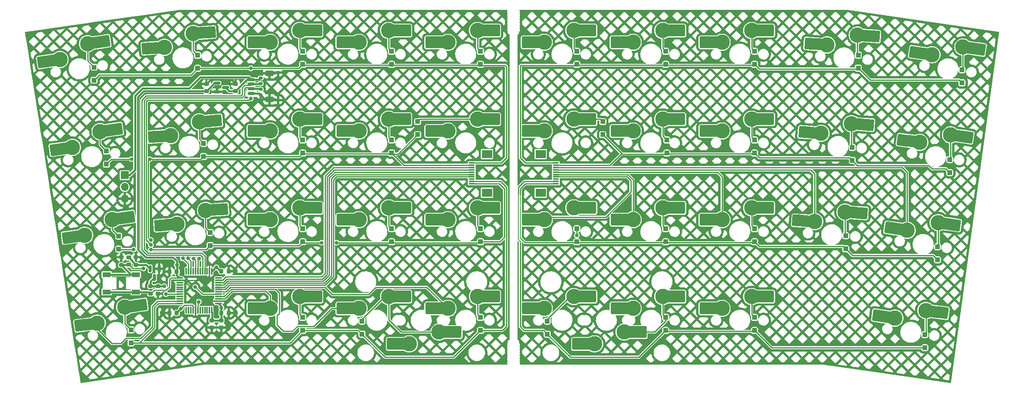
<source format=gbr>
%TF.GenerationSoftware,KiCad,Pcbnew,(7.0.0)*%
%TF.CreationDate,2024-02-16T21:37:32+01:00*%
%TF.ProjectId,tinyv pcb FFC,74696e79-7620-4706-9362-204646432e6b,rev?*%
%TF.SameCoordinates,Original*%
%TF.FileFunction,Copper,L2,Bot*%
%TF.FilePolarity,Positive*%
%FSLAX46Y46*%
G04 Gerber Fmt 4.6, Leading zero omitted, Abs format (unit mm)*
G04 Created by KiCad (PCBNEW (7.0.0)) date 2024-02-16 21:37:32*
%MOMM*%
%LPD*%
G01*
G04 APERTURE LIST*
G04 Aperture macros list*
%AMRoundRect*
0 Rectangle with rounded corners*
0 $1 Rounding radius*
0 $2 $3 $4 $5 $6 $7 $8 $9 X,Y pos of 4 corners*
0 Add a 4 corners polygon primitive as box body*
4,1,4,$2,$3,$4,$5,$6,$7,$8,$9,$2,$3,0*
0 Add four circle primitives for the rounded corners*
1,1,$1+$1,$2,$3*
1,1,$1+$1,$4,$5*
1,1,$1+$1,$6,$7*
1,1,$1+$1,$8,$9*
0 Add four rect primitives between the rounded corners*
20,1,$1+$1,$2,$3,$4,$5,0*
20,1,$1+$1,$4,$5,$6,$7,0*
20,1,$1+$1,$6,$7,$8,$9,0*
20,1,$1+$1,$8,$9,$2,$3,0*%
%AMRotRect*
0 Rectangle, with rotation*
0 The origin of the aperture is its center*
0 $1 length*
0 $2 width*
0 $3 Rotation angle, in degrees counterclockwise*
0 Add horizontal line*
21,1,$1,$2,0,0,$3*%
G04 Aperture macros list end*
%TA.AperFunction,ComponentPad*%
%ADD10C,3.300000*%
%TD*%
%TA.AperFunction,SMDPad,CuDef*%
%ADD11R,1.650000X2.500000*%
%TD*%
%TA.AperFunction,SMDPad,CuDef*%
%ADD12RoundRect,0.250000X1.025000X1.000000X-1.025000X1.000000X-1.025000X-1.000000X1.025000X-1.000000X0*%
%TD*%
%TA.AperFunction,SMDPad,CuDef*%
%ADD13RoundRect,0.250000X0.300000X-0.300000X0.300000X0.300000X-0.300000X0.300000X-0.300000X-0.300000X0*%
%TD*%
%TA.AperFunction,SMDPad,CuDef*%
%ADD14RotRect,1.650000X2.500000X4.000000*%
%TD*%
%TA.AperFunction,SMDPad,CuDef*%
%ADD15RoundRect,0.250000X0.952747X1.069064X-1.092260X0.926064X-0.952747X-1.069064X1.092260X-0.926064X0*%
%TD*%
%TA.AperFunction,SMDPad,CuDef*%
%ADD16RotRect,1.650000X2.500000X184.000000*%
%TD*%
%TA.AperFunction,SMDPad,CuDef*%
%ADD17R,1.800000X1.100000*%
%TD*%
%TA.AperFunction,SMDPad,CuDef*%
%ADD18RotRect,1.650000X2.500000X352.000000*%
%TD*%
%TA.AperFunction,SMDPad,CuDef*%
%ADD19RoundRect,0.250000X1.154198X0.847616X-0.875852X1.132920X-1.154198X-0.847616X0.875852X-1.132920X0*%
%TD*%
%TA.AperFunction,SMDPad,CuDef*%
%ADD20RotRect,1.650000X2.500000X172.000000*%
%TD*%
%TA.AperFunction,SMDPad,CuDef*%
%ADD21R,1.300000X0.300000*%
%TD*%
%TA.AperFunction,SMDPad,CuDef*%
%ADD22R,2.200000X1.800000*%
%TD*%
%TA.AperFunction,SMDPad,CuDef*%
%ADD23RotRect,1.650000X2.500000X8.000000*%
%TD*%
%TA.AperFunction,SMDPad,CuDef*%
%ADD24RoundRect,0.250000X0.875852X1.132920X-1.154198X0.847616X-0.875852X-1.132920X1.154198X-0.847616X0*%
%TD*%
%TA.AperFunction,SMDPad,CuDef*%
%ADD25RotRect,1.650000X2.500000X188.000000*%
%TD*%
%TA.AperFunction,SMDPad,CuDef*%
%ADD26RoundRect,0.150000X-0.150000X0.587500X-0.150000X-0.587500X0.150000X-0.587500X0.150000X0.587500X0*%
%TD*%
%TA.AperFunction,ComponentPad*%
%ADD27R,1.700000X1.700000*%
%TD*%
%TA.AperFunction,ComponentPad*%
%ADD28O,1.700000X1.700000*%
%TD*%
%TA.AperFunction,SMDPad,CuDef*%
%ADD29RoundRect,0.225000X-0.225000X-0.250000X0.225000X-0.250000X0.225000X0.250000X-0.225000X0.250000X0*%
%TD*%
%TA.AperFunction,SMDPad,CuDef*%
%ADD30RoundRect,0.225000X-0.250000X0.225000X-0.250000X-0.225000X0.250000X-0.225000X0.250000X0.225000X0*%
%TD*%
%TA.AperFunction,SMDPad,CuDef*%
%ADD31RoundRect,0.250000X-1.025000X-1.000000X1.025000X-1.000000X1.025000X1.000000X-1.025000X1.000000X0*%
%TD*%
%TA.AperFunction,SMDPad,CuDef*%
%ADD32RotRect,1.650000X2.500000X356.000000*%
%TD*%
%TA.AperFunction,SMDPad,CuDef*%
%ADD33RoundRect,0.250000X1.092260X0.926064X-0.952747X1.069064X-1.092260X-0.926064X0.952747X-1.069064X0*%
%TD*%
%TA.AperFunction,SMDPad,CuDef*%
%ADD34RotRect,1.650000X2.500000X176.000000*%
%TD*%
%TA.AperFunction,SMDPad,CuDef*%
%ADD35RoundRect,0.225000X0.250000X-0.225000X0.250000X0.225000X-0.250000X0.225000X-0.250000X-0.225000X0*%
%TD*%
%TA.AperFunction,SMDPad,CuDef*%
%ADD36RoundRect,0.150000X-0.625000X0.150000X-0.625000X-0.150000X0.625000X-0.150000X0.625000X0.150000X0*%
%TD*%
%TA.AperFunction,SMDPad,CuDef*%
%ADD37RoundRect,0.250000X-0.650000X0.350000X-0.650000X-0.350000X0.650000X-0.350000X0.650000X0.350000X0*%
%TD*%
%TA.AperFunction,SMDPad,CuDef*%
%ADD38RoundRect,0.200000X0.275000X-0.200000X0.275000X0.200000X-0.275000X0.200000X-0.275000X-0.200000X0*%
%TD*%
%TA.AperFunction,SMDPad,CuDef*%
%ADD39RoundRect,0.150000X-0.275000X0.150000X-0.275000X-0.150000X0.275000X-0.150000X0.275000X0.150000X0*%
%TD*%
%TA.AperFunction,SMDPad,CuDef*%
%ADD40RoundRect,0.175000X-0.225000X0.175000X-0.225000X-0.175000X0.225000X-0.175000X0.225000X0.175000X0*%
%TD*%
%TA.AperFunction,SMDPad,CuDef*%
%ADD41RoundRect,0.150000X-0.587500X-0.150000X0.587500X-0.150000X0.587500X0.150000X-0.587500X0.150000X0*%
%TD*%
%TA.AperFunction,SMDPad,CuDef*%
%ADD42RoundRect,0.075000X0.075000X-0.662500X0.075000X0.662500X-0.075000X0.662500X-0.075000X-0.662500X0*%
%TD*%
%TA.AperFunction,SMDPad,CuDef*%
%ADD43RoundRect,0.075000X0.662500X-0.075000X0.662500X0.075000X-0.662500X0.075000X-0.662500X-0.075000X0*%
%TD*%
%TA.AperFunction,SMDPad,CuDef*%
%ADD44RoundRect,0.225000X0.225000X0.250000X-0.225000X0.250000X-0.225000X-0.250000X0.225000X-0.250000X0*%
%TD*%
%TA.AperFunction,ViaPad*%
%ADD45C,0.800000*%
%TD*%
%TA.AperFunction,Conductor*%
%ADD46C,0.250000*%
%TD*%
%TA.AperFunction,Conductor*%
%ADD47C,0.200000*%
%TD*%
%TA.AperFunction,Conductor*%
%ADD48C,0.381000*%
%TD*%
G04 APERTURE END LIST*
D10*
%TO.P,MX4,1,1*%
%TO.N,COL3*%
X120015000Y-28416250D03*
D11*
X118189999Y-28416249D03*
D12*
X116465000Y-28416250D03*
%TO.P,MX4,2,2*%
%TO.N,Net-(D4-A)*%
X129915000Y-25876250D03*
D11*
X128164999Y-25876249D03*
D10*
X126365000Y-25876250D03*
%TD*%
D13*
%TO.P,D21,1,K*%
%TO.N,ROW2*%
X68505464Y-72837500D03*
%TO.P,D21,2,A*%
%TO.N,Net-(D21-A)*%
X68505464Y-70037500D03*
%TD*%
%TO.P,D34,1,K*%
%TO.N,ROW3*%
X120650000Y-91093750D03*
%TO.P,D34,2,A*%
%TO.N,Net-(D34-A)*%
X120650000Y-88293750D03*
%TD*%
D10*
%TO.P,MX23,1,1*%
%TO.N,COL2*%
X100965000Y-66516250D03*
D11*
X99139999Y-66516249D03*
D12*
X97415000Y-66516250D03*
%TO.P,MX23,2,2*%
%TO.N,Net-(D23-A)*%
X110865000Y-63976250D03*
D11*
X109114999Y-63976249D03*
D10*
X107315000Y-63976250D03*
%TD*%
D13*
%TO.P,D8,1,K*%
%TO.N,ROW0*%
X204787500Y-33150000D03*
%TO.P,D8,2,A*%
%TO.N,Net-(D8-A)*%
X204787500Y-30350000D03*
%TD*%
D10*
%TO.P,MX12,1,1*%
%TO.N,COL1*%
X79627503Y-48476446D03*
D14*
X77806947Y-48603751D03*
D15*
X76086150Y-48724082D03*
%TO.P,MX12,2,2*%
%TO.N,Net-(D12-A)*%
X89326205Y-45252045D03*
D16*
X87580467Y-45374118D03*
D10*
X85784853Y-45499680D03*
%TD*%
D13*
%TO.P,D33,1,K*%
%TO.N,ROW3*%
X107950000Y-90300000D03*
%TO.P,D33,2,A*%
%TO.N,Net-(D33-A)*%
X107950000Y-87500000D03*
%TD*%
%TO.P,D23,1,K*%
%TO.N,ROW2*%
X107950000Y-71250000D03*
%TO.P,D23,2,A*%
%TO.N,Net-(D23-A)*%
X107950000Y-68450000D03*
%TD*%
D10*
%TO.P,MX34,1,1*%
%TO.N,COL3*%
X120015000Y-85566250D03*
D11*
X118189999Y-85566249D03*
D12*
X116465000Y-85566250D03*
%TO.P,MX34,2,2*%
%TO.N,Net-(D34-A)*%
X129915000Y-83026250D03*
D11*
X128164999Y-83026249D03*
D10*
X126365000Y-83026250D03*
%TD*%
D13*
%TO.P,D2,1,K*%
%TO.N,ROW0*%
X85421634Y-33998148D03*
%TO.P,D2,2,A*%
%TO.N,Net-(D2-A)*%
X85421634Y-31198148D03*
%TD*%
D10*
%TO.P,MX8,1,1*%
%TO.N,COL7*%
X197802500Y-28416250D03*
D11*
X195977499Y-28416249D03*
D12*
X194252500Y-28416250D03*
%TO.P,MX8,2,2*%
%TO.N,Net-(D8-A)*%
X207702500Y-25876250D03*
D11*
X205952499Y-25876249D03*
D10*
X204152500Y-25876250D03*
%TD*%
D17*
%TO.P,SW1,1,1*%
%TO.N,BOOT0*%
X72156249Y-78318749D03*
X65956249Y-78318749D03*
%TO.P,SW1,2,2*%
%TO.N,+3V3*%
X72156249Y-82018749D03*
X65956249Y-82018749D03*
%TD*%
D10*
%TO.P,MX40,1,1*%
%TO.N,COL9*%
X234858766Y-87641325D03*
D18*
X233051526Y-87387333D03*
D19*
X231343315Y-87147260D03*
%TO.P,MX40,2,2*%
%TO.N,Net-(D40-A)*%
X245015920Y-86503857D03*
D20*
X243282950Y-86260303D03*
D10*
X241500468Y-86009793D03*
%TD*%
D21*
%TO.P,J7,1,Pin_1*%
%TO.N,ROW2*%
X162187499Y-58793749D03*
%TO.P,J7,2,Pin_2*%
%TO.N,ROW3*%
X162187499Y-58293749D03*
%TO.P,J7,3,Pin_3*%
%TO.N,unconnected-(J7-Pin_3-Pad3)*%
X162187499Y-57793749D03*
%TO.P,J7,4,Pin_4*%
%TO.N,COL5*%
X162187499Y-57293749D03*
%TO.P,J7,5,Pin_5*%
%TO.N,COL6*%
X162187499Y-56793749D03*
%TO.P,J7,6,Pin_6*%
%TO.N,COL7*%
X162187499Y-56293749D03*
%TO.P,J7,7,Pin_7*%
%TO.N,COL8*%
X162187499Y-55793749D03*
%TO.P,J7,8,Pin_8*%
%TO.N,COL9*%
X162187499Y-55293749D03*
%TO.P,J7,9,Pin_9*%
%TO.N,ROW1*%
X162187499Y-54793749D03*
%TO.P,J7,10,Pin_10*%
%TO.N,ROW0*%
X162187499Y-54293749D03*
D22*
%TO.P,J7,MP*%
%TO.N,N/C*%
X158937499Y-60693749D03*
X158937499Y-52393749D03*
%TD*%
D13*
%TO.P,D28,1,K*%
%TO.N,ROW2*%
X204787500Y-71250000D03*
%TO.P,D28,2,A*%
%TO.N,Net-(D28-A)*%
X204787500Y-68450000D03*
%TD*%
D10*
%TO.P,MX15,1,1*%
%TO.N,COL4*%
X139065000Y-47466250D03*
D11*
X137239999Y-47466249D03*
D12*
X135515000Y-47466250D03*
%TO.P,MX15,2,2*%
%TO.N,Net-(D15-A)*%
X148965000Y-44926250D03*
D11*
X147214999Y-44926249D03*
D10*
X145415000Y-44926250D03*
%TD*%
%TO.P,MX27,1,1*%
%TO.N,COL6*%
X178752500Y-66516250D03*
D11*
X176927499Y-66516249D03*
D12*
X175202500Y-66516250D03*
%TO.P,MX27,2,2*%
%TO.N,Net-(D27-A)*%
X188652500Y-63976250D03*
D11*
X186902499Y-63976249D03*
D10*
X185102500Y-63976250D03*
%TD*%
%TO.P,MX1,1,1*%
%TO.N,COL0*%
X55918235Y-32108839D03*
D23*
X54110995Y-32362829D03*
D24*
X52402783Y-32602903D03*
%TO.P,MX1,2,2*%
%TO.N,Net-(D1-A)*%
X65368389Y-28215744D03*
D25*
X63635419Y-28459296D03*
D10*
X61852938Y-28709809D03*
%TD*%
D26*
%TO.P,Q1,1,G*%
%TO.N,Net-(Q1-G)*%
X75250000Y-77035314D03*
%TO.P,Q1,2,S*%
%TO.N,GND*%
X77150000Y-77035314D03*
%TO.P,Q1,3,D*%
%TO.N,NRST*%
X76200000Y-78910314D03*
%TD*%
D10*
%TO.P,MX17,1,1*%
%TO.N,COL6*%
X178752500Y-47466250D03*
D11*
X176927499Y-47466249D03*
D12*
X175202500Y-47466250D03*
%TO.P,MX17,2,2*%
%TO.N,Net-(D17-A)*%
X188652500Y-44926250D03*
D11*
X186902499Y-44926249D03*
D10*
X185102500Y-44926250D03*
%TD*%
D27*
%TO.P,J3,1,Pin_1*%
%TO.N,+5V*%
X69811963Y-56944999D03*
D28*
%TO.P,J3,2,Pin_2*%
%TO.N,underglow*%
X69811963Y-59484999D03*
%TO.P,J3,3,Pin_3*%
%TO.N,GND*%
X69811963Y-62024999D03*
%TD*%
D10*
%TO.P,MX14,1,1*%
%TO.N,COL3*%
X120015000Y-47466250D03*
D11*
X118189999Y-47466249D03*
D12*
X116465000Y-47466250D03*
%TO.P,MX14,2,2*%
%TO.N,Net-(D14-A)*%
X129915000Y-44926250D03*
D11*
X128164999Y-44926249D03*
D10*
X126365000Y-44926250D03*
%TD*%
%TO.P,MX22,1,1*%
%TO.N,COL1*%
X80978269Y-67494740D03*
D14*
X79157713Y-67622045D03*
D15*
X77436916Y-67742376D03*
%TO.P,MX22,2,2*%
%TO.N,Net-(D22-A)*%
X90676971Y-64270339D03*
D16*
X88931233Y-64392412D03*
D10*
X87135619Y-64517974D03*
%TD*%
D29*
%TO.P,C4,1*%
%TO.N,+3V3*%
X90506250Y-86518750D03*
%TO.P,C4,2*%
%TO.N,GND*%
X92056250Y-86518750D03*
%TD*%
D10*
%TO.P,MX3,1,1*%
%TO.N,COL2*%
X100965000Y-28416250D03*
D11*
X99139999Y-28416249D03*
D12*
X97415000Y-28416250D03*
%TO.P,MX3,2,2*%
%TO.N,Net-(D3-A)*%
X110865000Y-25876250D03*
D11*
X109114999Y-25876249D03*
D10*
X107315000Y-25876250D03*
%TD*%
D30*
%TO.P,C11,1*%
%TO.N,+3V3*%
X90487500Y-88125000D03*
%TO.P,C11,2*%
%TO.N,GND*%
X90487500Y-89675000D03*
%TD*%
D13*
%TO.P,D10,1,K*%
%TO.N,ROW0*%
X249237500Y-37118750D03*
%TO.P,D10,2,A*%
%TO.N,Net-(D10-A)*%
X249237500Y-34318750D03*
%TD*%
%TO.P,D6,1,K*%
%TO.N,ROW0*%
X166687500Y-33150000D03*
%TO.P,D6,2,A*%
%TO.N,Net-(D6-A)*%
X166687500Y-30350000D03*
%TD*%
D10*
%TO.P,MX28,1,1*%
%TO.N,COL7*%
X197802500Y-66516250D03*
D11*
X195977499Y-66516249D03*
D12*
X194252500Y-66516250D03*
%TO.P,MX28,2,2*%
%TO.N,Net-(D28-A)*%
X207702500Y-63976250D03*
D11*
X205952499Y-63976249D03*
D10*
X204152500Y-63976250D03*
%TD*%
D13*
%TO.P,D20,1,K*%
%TO.N,ROW1*%
X246617400Y-56391910D03*
%TO.P,D20,2,A*%
%TO.N,Net-(D20-A)*%
X246617400Y-53591910D03*
%TD*%
%TO.P,D1,1,K*%
%TO.N,ROW0*%
X63235561Y-36559733D03*
%TO.P,D1,2,A*%
%TO.N,Net-(D1-A)*%
X63235561Y-33759733D03*
%TD*%
D10*
%TO.P,MX39,1,1*%
%TO.N,Net-(D37-A)*%
X176847500Y-90646250D03*
D11*
X178672499Y-90646249D03*
D31*
X180397500Y-90646250D03*
%TO.P,MX39,2,2*%
%TO.N,COL6*%
X166947500Y-93186250D03*
D11*
X168697499Y-93186249D03*
D10*
X170497500Y-93186250D03*
%TD*%
D13*
%TO.P,D30,1,K*%
%TO.N,ROW2*%
X243980283Y-75125302D03*
%TO.P,D30,2,A*%
%TO.N,Net-(D30-A)*%
X243980283Y-72325302D03*
%TD*%
%TO.P,D12,1,K*%
%TO.N,ROW1*%
X86706202Y-52918434D03*
%TO.P,D12,2,A*%
%TO.N,Net-(D12-A)*%
X86706202Y-50118434D03*
%TD*%
%TO.P,D4,1,K*%
%TO.N,ROW0*%
X127000000Y-33150000D03*
%TO.P,D4,2,A*%
%TO.N,Net-(D4-A)*%
X127000000Y-30350000D03*
%TD*%
D10*
%TO.P,MX30,1,1*%
%TO.N,COL9*%
X237497998Y-68778221D03*
D18*
X235690758Y-68524229D03*
D19*
X233982547Y-68284156D03*
%TO.P,MX30,2,2*%
%TO.N,Net-(D30-A)*%
X247655152Y-67640753D03*
D20*
X245922182Y-67397199D03*
D10*
X244139700Y-67146689D03*
%TD*%
D13*
%TO.P,D22,1,K*%
%TO.N,ROW2*%
X88106250Y-72043750D03*
%TO.P,D22,2,A*%
%TO.N,Net-(D22-A)*%
X88106250Y-69243750D03*
%TD*%
%TO.P,D16,1,K*%
%TO.N,ROW1*%
X172243750Y-48231250D03*
%TO.P,D16,2,A*%
%TO.N,Net-(D16-A)*%
X172243750Y-45431250D03*
%TD*%
%TO.P,D37,1,K*%
%TO.N,ROW3*%
X185737500Y-90300000D03*
%TO.P,D37,2,A*%
%TO.N,Net-(D37-A)*%
X185737500Y-87500000D03*
%TD*%
D10*
%TO.P,MX29,1,1*%
%TO.N,COL8*%
X217678079Y-66938277D03*
D32*
X215857524Y-66810971D03*
D33*
X214136727Y-66690642D03*
%TO.P,MX29,2,2*%
%TO.N,Net-(D29-A)*%
X227731145Y-65095054D03*
D34*
X225985407Y-64972979D03*
D10*
X224189793Y-64847418D03*
%TD*%
D35*
%TO.P,C8,1*%
%TO.N,GND*%
X76914812Y-82369880D03*
%TO.P,C8,2*%
%TO.N,NRST*%
X76914812Y-80819880D03*
%TD*%
D21*
%TO.P,J4,1,Pin_1*%
%TO.N,ROW0*%
X144199999Y-54293749D03*
%TO.P,J4,2,Pin_2*%
%TO.N,ROW1*%
X144199999Y-54793749D03*
%TO.P,J4,3,Pin_3*%
%TO.N,COL9*%
X144199999Y-55293749D03*
%TO.P,J4,4,Pin_4*%
%TO.N,COL8*%
X144199999Y-55793749D03*
%TO.P,J4,5,Pin_5*%
%TO.N,COL7*%
X144199999Y-56293749D03*
%TO.P,J4,6,Pin_6*%
%TO.N,COL6*%
X144199999Y-56793749D03*
%TO.P,J4,7,Pin_7*%
%TO.N,COL5*%
X144199999Y-57293749D03*
%TO.P,J4,8,Pin_8*%
%TO.N,unconnected-(J4-Pin_8-Pad8)*%
X144199999Y-57793749D03*
%TO.P,J4,9,Pin_9*%
%TO.N,ROW3*%
X144199999Y-58293749D03*
%TO.P,J4,10,Pin_10*%
%TO.N,ROW2*%
X144199999Y-58793749D03*
D22*
%TO.P,J4,MP*%
%TO.N,N/C*%
X147449999Y-52393749D03*
X147449999Y-60693749D03*
%TD*%
D13*
%TO.P,D38,1,K*%
%TO.N,ROW3*%
X204787500Y-90300000D03*
%TO.P,D38,2,A*%
%TO.N,Net-(D38-A)*%
X204787500Y-87500000D03*
%TD*%
D36*
%TO.P,J1,1,Pin_1*%
%TO.N,+5V*%
X96960197Y-36387500D03*
%TO.P,J1,2,Pin_2*%
%TO.N,D_N*%
X96960197Y-37387500D03*
%TO.P,J1,3,Pin_3*%
%TO.N,D_P*%
X96960197Y-38387500D03*
%TO.P,J1,4,Pin_4*%
%TO.N,GND*%
X96960197Y-39387500D03*
D37*
%TO.P,J1,MP,MountPin*%
X100835197Y-35087500D03*
X100835197Y-40687500D03*
%TD*%
D10*
%TO.P,MX35,1,1*%
%TO.N,COL4*%
X139065000Y-85566250D03*
D11*
X137239999Y-85566249D03*
D12*
X135515000Y-85566250D03*
%TO.P,MX35,2,2*%
%TO.N,Net-(D35-A)*%
X148965000Y-83026250D03*
D11*
X147214999Y-83026249D03*
D10*
X145415000Y-83026250D03*
%TD*%
D13*
%TO.P,D17,1,K*%
%TO.N,ROW1*%
X185991623Y-52200000D03*
%TO.P,D17,2,A*%
%TO.N,Net-(D17-A)*%
X185991623Y-49400000D03*
%TD*%
D10*
%TO.P,MX20,1,1*%
%TO.N,COL9*%
X240162150Y-49915116D03*
D18*
X238354910Y-49661124D03*
D19*
X236646699Y-49421051D03*
%TO.P,MX20,2,2*%
%TO.N,Net-(D20-A)*%
X250319304Y-48777648D03*
D20*
X248586334Y-48534094D03*
D10*
X246803852Y-48283584D03*
%TD*%
%TO.P,MX24,1,1*%
%TO.N,COL3*%
X120015000Y-66516250D03*
D11*
X118189999Y-66516249D03*
D12*
X116465000Y-66516250D03*
%TO.P,MX24,2,2*%
%TO.N,Net-(D24-A)*%
X129915000Y-63976250D03*
D11*
X128164999Y-63976249D03*
D10*
X126365000Y-63976250D03*
%TD*%
%TO.P,MX26,1,1*%
%TO.N,COL5*%
X159702500Y-66516250D03*
D11*
X157877499Y-66516249D03*
D12*
X156152500Y-66516250D03*
%TO.P,MX26,2,2*%
%TO.N,Net-(D26-A)*%
X169602500Y-63976250D03*
D11*
X167852499Y-63976249D03*
D10*
X166052500Y-63976250D03*
%TD*%
D38*
%TO.P,R1,1*%
%TO.N,+3V3*%
X75327312Y-82419880D03*
%TO.P,R1,2*%
%TO.N,NRST*%
X75327312Y-80769880D03*
%TD*%
D35*
%TO.P,C2,1*%
%TO.N,+3V3*%
X87312500Y-38875000D03*
%TO.P,C2,2*%
%TO.N,GND*%
X87312500Y-37325000D03*
%TD*%
D13*
%TO.P,D27,1,K*%
%TO.N,ROW2*%
X185737500Y-71250000D03*
%TO.P,D27,2,A*%
%TO.N,Net-(D27-A)*%
X185737500Y-68450000D03*
%TD*%
D30*
%TO.P,C10,1*%
%TO.N,+3V3*%
X88488170Y-88146119D03*
%TO.P,C10,2*%
%TO.N,GND*%
X88488170Y-89696119D03*
%TD*%
D13*
%TO.P,D19,1,K*%
%TO.N,ROW1*%
X225736492Y-53787499D03*
%TO.P,D19,2,A*%
%TO.N,Net-(D19-A)*%
X225736492Y-50987499D03*
%TD*%
D29*
%TO.P,C3,1*%
%TO.N,+3V3*%
X90524091Y-77609086D03*
%TO.P,C3,2*%
%TO.N,GND*%
X92074091Y-77609086D03*
%TD*%
D13*
%TO.P,D40,1,K*%
%TO.N,ROW3*%
X241271408Y-93997194D03*
%TO.P,D40,2,A*%
%TO.N,Net-(D40-A)*%
X241271408Y-91197194D03*
%TD*%
D10*
%TO.P,MX5,1,1*%
%TO.N,COL4*%
X139065000Y-28416250D03*
D11*
X137239999Y-28416249D03*
D12*
X135515000Y-28416250D03*
%TO.P,MX5,2,2*%
%TO.N,Net-(D5-A)*%
X148965000Y-25876250D03*
D11*
X147214999Y-25876249D03*
D10*
X145415000Y-25876250D03*
%TD*%
%TO.P,MX37,1,1*%
%TO.N,COL6*%
X178752500Y-85566250D03*
D11*
X176927499Y-85566249D03*
D12*
X175202500Y-85566250D03*
%TO.P,MX37,2,2*%
%TO.N,Net-(D37-A)*%
X188652500Y-83026250D03*
D11*
X186902499Y-83026249D03*
D10*
X185102500Y-83026250D03*
%TD*%
D13*
%TO.P,D3,1,K*%
%TO.N,ROW0*%
X107950000Y-33150000D03*
%TO.P,D3,2,A*%
%TO.N,Net-(D3-A)*%
X107950000Y-30350000D03*
%TD*%
D10*
%TO.P,MX7,1,1*%
%TO.N,COL6*%
X178752500Y-28416250D03*
D11*
X176927499Y-28416249D03*
D12*
X175202500Y-28416250D03*
%TO.P,MX7,2,2*%
%TO.N,Net-(D7-A)*%
X188652500Y-25876250D03*
D11*
X186902499Y-25876249D03*
D10*
X185102500Y-25876250D03*
%TD*%
D13*
%TO.P,D24,1,K*%
%TO.N,ROW2*%
X127000000Y-71250000D03*
%TO.P,D24,2,A*%
%TO.N,Net-(D24-A)*%
X127000000Y-68450000D03*
%TD*%
%TO.P,D29,1,K*%
%TO.N,ROW2*%
X224322872Y-72762184D03*
%TO.P,D29,2,A*%
%TO.N,Net-(D29-A)*%
X224322872Y-69962184D03*
%TD*%
%TO.P,D15,1,K*%
%TO.N,ROW1*%
X132556250Y-48231250D03*
%TO.P,D15,2,A*%
%TO.N,Net-(D15-A)*%
X132556250Y-45431250D03*
%TD*%
D39*
%TO.P,J2,1,Pin_1*%
%TO.N,+5V*%
X98931250Y-36087500D03*
%TO.P,J2,2,Pin_2*%
%TO.N,D_N*%
X98931250Y-37287500D03*
%TO.P,J2,3,Pin_3*%
%TO.N,D_P*%
X98931250Y-38487500D03*
%TO.P,J2,4,Pin_4*%
%TO.N,GND*%
X98931250Y-39687500D03*
D40*
%TO.P,J2,MP,MountPin*%
X102706250Y-34937500D03*
X102706250Y-40837500D03*
%TD*%
D38*
%TO.P,R2,1*%
%TO.N,BOOT0*%
X69056250Y-76212500D03*
%TO.P,R2,2*%
%TO.N,GND*%
X69056250Y-74562500D03*
%TD*%
D41*
%TO.P,U2,1,GND*%
%TO.N,GND*%
X89550000Y-39050000D03*
%TO.P,U2,2,VO*%
%TO.N,+3V3*%
X89550000Y-37150000D03*
%TO.P,U2,3,VI*%
%TO.N,+5V*%
X91425000Y-38100000D03*
%TD*%
D38*
%TO.P,R3,1*%
%TO.N,Net-(Q1-G)*%
X72231250Y-76212500D03*
%TO.P,R3,2*%
%TO.N,GND*%
X72231250Y-74562500D03*
%TD*%
D10*
%TO.P,MX2,1,1*%
%TO.N,COL1*%
X78291756Y-29481958D03*
D14*
X76471200Y-29609263D03*
D15*
X74750403Y-29729594D03*
%TO.P,MX2,2,2*%
%TO.N,Net-(D2-A)*%
X87990458Y-26257557D03*
D16*
X86244720Y-26379630D03*
D10*
X84449106Y-26505192D03*
%TD*%
D13*
%TO.P,D36,1,K*%
%TO.N,ROW3*%
X160337500Y-91093750D03*
%TO.P,D36,2,A*%
%TO.N,Net-(D36-A)*%
X160337500Y-88293750D03*
%TD*%
D10*
%TO.P,MX21,1,1*%
%TO.N,COL0*%
X61212831Y-69846063D03*
D23*
X59405591Y-70100053D03*
D24*
X57697379Y-70340127D03*
%TO.P,MX21,2,2*%
%TO.N,Net-(D21-A)*%
X70662985Y-65952968D03*
D25*
X68930015Y-66196520D03*
D10*
X67147534Y-66447033D03*
%TD*%
D13*
%TO.P,D7,1,K*%
%TO.N,ROW0*%
X185737500Y-33150000D03*
%TO.P,D7,2,A*%
%TO.N,Net-(D7-A)*%
X185737500Y-30350000D03*
%TD*%
%TO.P,D5,1,K*%
%TO.N,ROW0*%
X146050000Y-33150000D03*
%TO.P,D5,2,A*%
%TO.N,Net-(D5-A)*%
X146050000Y-30350000D03*
%TD*%
D42*
%TO.P,U1,1,VBAT*%
%TO.N,+3V3*%
X88475000Y-85918750D03*
%TO.P,U1,2,PC13*%
%TO.N,unconnected-(U1-PC13-Pad2)*%
X87975000Y-85918750D03*
%TO.P,U1,3,PC14*%
%TO.N,unconnected-(U1-PC14-Pad3)*%
X87475000Y-85918750D03*
%TO.P,U1,4,PC15*%
%TO.N,unconnected-(U1-PC15-Pad4)*%
X86975000Y-85918750D03*
%TO.P,U1,5,PF0*%
%TO.N,unconnected-(U1-PF0-Pad5)*%
X86475000Y-85918750D03*
%TO.P,U1,6,PF1*%
%TO.N,unconnected-(U1-PF1-Pad6)*%
X85975000Y-85918750D03*
%TO.P,U1,7,NRST*%
%TO.N,NRST*%
X85475000Y-85918750D03*
%TO.P,U1,8,VSSA*%
%TO.N,GND*%
X84975000Y-85918750D03*
%TO.P,U1,9,VDDA*%
%TO.N,+3V3*%
X84475000Y-85918750D03*
%TO.P,U1,10,PA0*%
%TO.N,unconnected-(U1-PA0-Pad10)*%
X83975000Y-85918750D03*
%TO.P,U1,11,PA1*%
%TO.N,unconnected-(U1-PA1-Pad11)*%
X83475000Y-85918750D03*
%TO.P,U1,12,PA2*%
%TO.N,unconnected-(U1-PA2-Pad12)*%
X82975000Y-85918750D03*
D43*
%TO.P,U1,13,PA3*%
%TO.N,ROW3*%
X81562500Y-84506250D03*
%TO.P,U1,14,PA4*%
%TO.N,COL0*%
X81562500Y-84006250D03*
%TO.P,U1,15,PA5*%
%TO.N,unconnected-(U1-PA5-Pad15)*%
X81562500Y-83506250D03*
%TO.P,U1,16,PA6*%
%TO.N,unconnected-(U1-PA6-Pad16)*%
X81562500Y-83006250D03*
%TO.P,U1,17,PA7*%
%TO.N,underglow*%
X81562500Y-82506250D03*
%TO.P,U1,18,PB0*%
%TO.N,unconnected-(U1-PB0-Pad18)*%
X81562500Y-82006250D03*
%TO.P,U1,19,PB1*%
%TO.N,unconnected-(U1-PB1-Pad19)*%
X81562500Y-81506250D03*
%TO.P,U1,20,PB2*%
%TO.N,unconnected-(U1-PB2-Pad20)*%
X81562500Y-81006250D03*
%TO.P,U1,21,PB10*%
%TO.N,unconnected-(U1-PB10-Pad21)*%
X81562500Y-80506250D03*
%TO.P,U1,22,PB11*%
%TO.N,unconnected-(U1-PB11-Pad22)*%
X81562500Y-80006250D03*
%TO.P,U1,23,VSS*%
%TO.N,GND*%
X81562500Y-79506250D03*
%TO.P,U1,24,VDD*%
%TO.N,+3V3*%
X81562500Y-79006250D03*
D42*
%TO.P,U1,25,PB12*%
%TO.N,unconnected-(U1-PB12-Pad25)*%
X82975000Y-77593750D03*
%TO.P,U1,26,PB13*%
%TO.N,ROW2*%
X83475000Y-77593750D03*
%TO.P,U1,27,PB14*%
%TO.N,ROW0*%
X83975000Y-77593750D03*
%TO.P,U1,28,PB15*%
%TO.N,unconnected-(U1-PB15-Pad28)*%
X84475000Y-77593750D03*
%TO.P,U1,29,PA8*%
%TO.N,ROW1*%
X84975000Y-77593750D03*
%TO.P,U1,30,PA9*%
%TO.N,COL1*%
X85475000Y-77593750D03*
%TO.P,U1,31,PA10*%
%TO.N,unconnected-(U1-PA10-Pad31)*%
X85975000Y-77593750D03*
%TO.P,U1,32,PA11*%
%TO.N,D_N*%
X86475000Y-77593750D03*
%TO.P,U1,33,PA12*%
%TO.N,D_P*%
X86975000Y-77593750D03*
%TO.P,U1,34,PA13*%
%TO.N,unconnected-(U1-PA13-Pad34)*%
X87475000Y-77593750D03*
%TO.P,U1,35,VSS*%
%TO.N,GND*%
X87975000Y-77593750D03*
%TO.P,U1,36,VDDIO2*%
%TO.N,+3V3*%
X88475000Y-77593750D03*
D43*
%TO.P,U1,37,PA14*%
%TO.N,unconnected-(U1-PA14-Pad37)*%
X89887500Y-79006250D03*
%TO.P,U1,38,PA15*%
%TO.N,COL9*%
X89887500Y-79506250D03*
%TO.P,U1,39,PB3*%
%TO.N,COL8*%
X89887500Y-80006250D03*
%TO.P,U1,40,PB4*%
%TO.N,COL7*%
X89887500Y-80506250D03*
%TO.P,U1,41,PB5*%
%TO.N,COL6*%
X89887500Y-81006250D03*
%TO.P,U1,42,PB6*%
%TO.N,COL5*%
X89887500Y-81506250D03*
%TO.P,U1,43,PB7*%
%TO.N,COL4*%
X89887500Y-82006250D03*
%TO.P,U1,44,BOOT0*%
%TO.N,BOOT0*%
X89887500Y-82506250D03*
%TO.P,U1,45,PB8*%
%TO.N,COL3*%
X89887500Y-83006250D03*
%TO.P,U1,46,PB9*%
%TO.N,COL2*%
X89887500Y-83506250D03*
%TO.P,U1,47,VSS*%
%TO.N,GND*%
X89887500Y-84006250D03*
%TO.P,U1,48,VDD*%
%TO.N,+3V3*%
X89887500Y-84506250D03*
%TD*%
D10*
%TO.P,MX33,1,1*%
%TO.N,COL2*%
X100965000Y-85566250D03*
D11*
X99139999Y-85566249D03*
D12*
X97415000Y-85566250D03*
%TO.P,MX33,2,2*%
%TO.N,Net-(D33-A)*%
X110865000Y-83026250D03*
D11*
X109114999Y-83026249D03*
D10*
X107315000Y-83026250D03*
%TD*%
D13*
%TO.P,D25,1,K*%
%TO.N,ROW2*%
X146050000Y-71250000D03*
%TO.P,D25,2,A*%
%TO.N,Net-(D25-A)*%
X146050000Y-68450000D03*
%TD*%
D10*
%TO.P,MX38,1,1*%
%TO.N,COL7*%
X197802500Y-85566250D03*
D11*
X195977499Y-85566249D03*
D12*
X194252500Y-85566250D03*
%TO.P,MX38,2,2*%
%TO.N,Net-(D38-A)*%
X207702500Y-83026250D03*
D11*
X205952499Y-83026249D03*
D10*
X204152500Y-83026250D03*
%TD*%
%TO.P,MX10,1,1*%
%TO.N,COL9*%
X242796279Y-31057371D03*
D18*
X240989039Y-30803379D03*
D19*
X239280828Y-30563306D03*
%TO.P,MX10,2,2*%
%TO.N,Net-(D10-A)*%
X252953433Y-29919903D03*
D20*
X251220463Y-29676349D03*
D10*
X249437981Y-29425839D03*
%TD*%
D13*
%TO.P,D14,1,K*%
%TO.N,ROW1*%
X127000000Y-52200000D03*
%TO.P,D14,2,A*%
%TO.N,Net-(D14-A)*%
X127000000Y-49400000D03*
%TD*%
D10*
%TO.P,MX18,1,1*%
%TO.N,COL7*%
X197802500Y-47466250D03*
D11*
X195977499Y-47466249D03*
D12*
X194252500Y-47466250D03*
%TO.P,MX18,2,2*%
%TO.N,Net-(D18-A)*%
X207702500Y-44926250D03*
D11*
X205952499Y-44926249D03*
D10*
X204152500Y-44926250D03*
%TD*%
D13*
%TO.P,D9,1,K*%
%TO.N,ROW0*%
X227012500Y-33943750D03*
%TO.P,D9,2,A*%
%TO.N,Net-(D9-A)*%
X227012500Y-31143750D03*
%TD*%
D44*
%TO.P,C9,1*%
%TO.N,+3V3*%
X80943750Y-77658211D03*
%TO.P,C9,2*%
%TO.N,GND*%
X79393750Y-77658211D03*
%TD*%
D10*
%TO.P,MX32,1,1*%
%TO.N,Net-(D34-A)*%
X137160000Y-90646250D03*
D11*
X138984999Y-90646249D03*
D31*
X140710000Y-90646250D03*
%TO.P,MX32,2,2*%
%TO.N,COL3*%
X127260000Y-93186250D03*
D11*
X129009999Y-93186249D03*
D10*
X130810000Y-93186250D03*
%TD*%
%TO.P,MX31,1,1*%
%TO.N,COL0*%
X63884326Y-88716842D03*
D23*
X62077086Y-88970832D03*
D24*
X60368874Y-89210906D03*
%TO.P,MX31,2,2*%
%TO.N,Net-(D31-A)*%
X73334480Y-84823747D03*
D25*
X71601510Y-85067299D03*
D10*
X69819029Y-85317812D03*
%TD*%
D13*
%TO.P,D35,1,K*%
%TO.N,ROW3*%
X146050000Y-90300000D03*
%TO.P,D35,2,A*%
%TO.N,Net-(D35-A)*%
X146050000Y-87500000D03*
%TD*%
%TO.P,D31,1,K*%
%TO.N,ROW3*%
X71138466Y-92960479D03*
%TO.P,D31,2,A*%
%TO.N,Net-(D31-A)*%
X71138466Y-90160479D03*
%TD*%
D10*
%TO.P,MX36,1,1*%
%TO.N,COL5*%
X159702500Y-85566250D03*
D11*
X157877499Y-85566249D03*
D12*
X156152500Y-85566250D03*
%TO.P,MX36,2,2*%
%TO.N,Net-(D36-A)*%
X169602500Y-83026250D03*
D11*
X167852499Y-83026249D03*
D10*
X166052500Y-83026250D03*
%TD*%
%TO.P,MX11,1,1*%
%TO.N,COL0*%
X58592288Y-50963156D03*
D23*
X56785048Y-51217146D03*
D24*
X55076836Y-51457220D03*
%TO.P,MX11,2,2*%
%TO.N,Net-(D11-A)*%
X68042442Y-47070061D03*
D25*
X66309472Y-47313613D03*
D10*
X64526991Y-47564126D03*
%TD*%
%TO.P,MX16,1,1*%
%TO.N,COL5*%
X159702500Y-47466250D03*
D11*
X157877499Y-47466249D03*
D12*
X156152500Y-47466250D03*
%TO.P,MX16,2,2*%
%TO.N,Net-(D16-A)*%
X169602500Y-44926250D03*
D11*
X167852499Y-44926249D03*
D10*
X166052500Y-44926250D03*
%TD*%
D35*
%TO.P,C7,1*%
%TO.N,BOOT0*%
X70643750Y-76162500D03*
%TO.P,C7,2*%
%TO.N,Net-(Q1-G)*%
X70643750Y-74612500D03*
%TD*%
D13*
%TO.P,D11,1,K*%
%TO.N,ROW1*%
X65881250Y-54581250D03*
%TO.P,D11,2,A*%
%TO.N,Net-(D11-A)*%
X65881250Y-51781250D03*
%TD*%
D10*
%TO.P,MX25,1,1*%
%TO.N,COL4*%
X139065000Y-66516250D03*
D11*
X137239999Y-66516249D03*
D12*
X135515000Y-66516250D03*
%TO.P,MX25,2,2*%
%TO.N,Net-(D25-A)*%
X148965000Y-63976250D03*
D11*
X147214999Y-63976249D03*
D10*
X145415000Y-63976250D03*
%TD*%
%TO.P,MX9,1,1*%
%TO.N,COL8*%
X220313639Y-28962874D03*
D32*
X218493084Y-28835568D03*
D33*
X216772287Y-28715239D03*
%TO.P,MX9,2,2*%
%TO.N,Net-(D9-A)*%
X230366705Y-27119651D03*
D34*
X228620967Y-26997576D03*
D10*
X226825353Y-26872015D03*
%TD*%
D13*
%TO.P,D18,1,K*%
%TO.N,ROW1*%
X204787500Y-52200000D03*
%TO.P,D18,2,A*%
%TO.N,Net-(D18-A)*%
X204787500Y-49400000D03*
%TD*%
%TO.P,D13,1,K*%
%TO.N,ROW1*%
X107950000Y-52200000D03*
%TO.P,D13,2,A*%
%TO.N,Net-(D13-A)*%
X107950000Y-49400000D03*
%TD*%
%TO.P,D26,1,K*%
%TO.N,ROW2*%
X166687500Y-71250000D03*
%TO.P,D26,2,A*%
%TO.N,Net-(D26-A)*%
X166687500Y-68450000D03*
%TD*%
D44*
%TO.P,C5,1*%
%TO.N,+3V3*%
X80943750Y-86518750D03*
%TO.P,C5,2*%
%TO.N,GND*%
X79393750Y-86518750D03*
%TD*%
D10*
%TO.P,MX19,1,1*%
%TO.N,COL8*%
X219037632Y-47966707D03*
D32*
X217217077Y-47839401D03*
D33*
X215496280Y-47719072D03*
%TO.P,MX19,2,2*%
%TO.N,Net-(D19-A)*%
X229090698Y-46123484D03*
D34*
X227344960Y-46001409D03*
D10*
X225549346Y-45875848D03*
%TD*%
%TO.P,MX13,1,1*%
%TO.N,COL2*%
X100965000Y-47466250D03*
D11*
X99139999Y-47466249D03*
D12*
X97415000Y-47466250D03*
%TO.P,MX13,2,2*%
%TO.N,Net-(D13-A)*%
X110865000Y-44926250D03*
D11*
X109114999Y-44926249D03*
D10*
X107315000Y-44926250D03*
%TD*%
D35*
%TO.P,C1,1*%
%TO.N,+5V*%
X93518750Y-38875000D03*
%TO.P,C1,2*%
%TO.N,GND*%
X93518750Y-37325000D03*
%TD*%
D10*
%TO.P,MX6,1,1*%
%TO.N,COL5*%
X159702500Y-28416250D03*
D11*
X157877499Y-28416249D03*
D12*
X156152500Y-28416250D03*
%TO.P,MX6,2,2*%
%TO.N,Net-(D6-A)*%
X169602500Y-25876250D03*
D11*
X167852499Y-25876249D03*
D10*
X166052500Y-25876250D03*
%TD*%
D45*
%TO.N,underglow*%
X78626873Y-82506910D03*
%TO.N,ROW0*%
X83359327Y-74816473D03*
X96837500Y-33998148D03*
X96837500Y-40481250D03*
X75406250Y-71917970D03*
%TO.N,ROW1*%
X71232193Y-53489210D03*
X75128177Y-53492767D03*
X75418798Y-70905919D03*
X84515601Y-74821981D03*
%TO.N,ROW2*%
X115241665Y-71437500D03*
X111988000Y-71437500D03*
X82244263Y-74816473D03*
X71698373Y-72917231D03*
X75406250Y-72917473D03*
%TO.N,Net-(D26-A)*%
X166687500Y-69850000D03*
%TO.N,COL1*%
X85711562Y-74829911D03*
%TO.N,GND*%
X85527632Y-37791929D03*
X86949695Y-84006250D03*
X93201788Y-77597192D03*
X78272552Y-77647183D03*
X93265482Y-86518750D03*
X91715909Y-89679650D03*
X78141684Y-86529322D03*
X73370053Y-74776115D03*
X77112440Y-75467359D03*
X86949695Y-79506250D03*
X67796336Y-74567705D03*
%TO.N,BOOT0*%
X73818750Y-77002500D03*
X84931250Y-80962500D03*
%TO.N,NRST*%
X78266549Y-80808519D03*
X85699500Y-84137500D03*
%TO.N,+3V3*%
X81830258Y-85640418D03*
X89455064Y-76747935D03*
X80962500Y-76200000D03*
X90515659Y-85408207D03*
%TD*%
D46*
%TO.N,underglow*%
X78625660Y-82506910D02*
X78626873Y-82506910D01*
X78625000Y-82506250D02*
X78625660Y-82506910D01*
X78625000Y-82506250D02*
X81562500Y-82506250D01*
%TO.N,ROW0*%
X227012500Y-33943750D02*
X229581250Y-36512500D01*
X226824891Y-34131359D02*
X227012500Y-33943750D01*
X107950000Y-33150000D02*
X108125150Y-33325150D01*
X155659152Y-54293750D02*
X162187500Y-54293750D01*
X166500000Y-33337500D02*
X154781250Y-33337500D01*
X151294492Y-33337500D02*
X151606250Y-33649258D01*
X166862650Y-33325150D02*
X204612350Y-33325150D01*
X74403677Y-41169115D02*
X74403677Y-53975000D01*
X166687500Y-33150000D02*
X166862650Y-33325150D01*
X154781250Y-33337500D02*
X154552500Y-33566250D01*
X74403687Y-53975010D02*
X74403687Y-70915407D01*
X64383720Y-35411574D02*
X84008208Y-35411574D01*
X154552500Y-33566250D02*
X154552500Y-53187098D01*
X63235561Y-36559733D02*
X64383720Y-35411574D01*
X146050000Y-33150000D02*
X145874850Y-33325150D01*
X107101852Y-33998148D02*
X107950000Y-33150000D01*
X74403687Y-70915407D02*
X75406250Y-71917970D01*
X154552500Y-53187098D02*
X155659152Y-54293750D01*
X229581250Y-36512500D02*
X248631250Y-36512500D01*
X205768859Y-34131359D02*
X226824891Y-34131359D01*
X96837500Y-40481250D02*
X96511152Y-40807598D01*
X151606250Y-33649258D02*
X151606250Y-53181250D01*
X248631250Y-36512500D02*
X249237500Y-37118750D01*
X204612350Y-33325150D02*
X204787500Y-33150000D01*
X83975000Y-75432146D02*
X83975000Y-77593750D01*
X96837500Y-33998148D02*
X107101852Y-33998148D01*
X85421634Y-33998148D02*
X96837500Y-33998148D01*
X84008208Y-35411574D02*
X85421634Y-33998148D01*
X74765194Y-40807598D02*
X74403677Y-41169115D01*
X83359327Y-74816473D02*
X83975000Y-75432146D01*
X96511152Y-40807598D02*
X74765194Y-40807598D01*
X146237500Y-33337500D02*
X151294492Y-33337500D01*
X151606250Y-53181250D02*
X150493750Y-54293750D01*
X150493750Y-54293750D02*
X144200000Y-54293750D01*
X108125150Y-33325150D02*
X145874850Y-33325150D01*
X166687500Y-33150000D02*
X166500000Y-33337500D01*
X204787500Y-33150000D02*
X205768859Y-34131359D01*
X146050000Y-33150000D02*
X146237500Y-33337500D01*
%TO.N,Net-(D1-A)*%
X61852938Y-32377110D02*
X63235561Y-33759733D01*
X61852938Y-28709809D02*
X61852938Y-32377110D01*
%TO.N,Net-(D2-A)*%
X84449106Y-30225620D02*
X85421634Y-31198148D01*
X84449106Y-26505192D02*
X84449106Y-30225620D01*
%TO.N,Net-(D3-A)*%
X107315000Y-29715000D02*
X107950000Y-30350000D01*
X107315000Y-25876250D02*
X107315000Y-29715000D01*
%TO.N,Net-(D4-A)*%
X126365000Y-29715000D02*
X127000000Y-30350000D01*
X126365000Y-25876250D02*
X126365000Y-29715000D01*
%TO.N,Net-(D5-A)*%
X145415000Y-25876250D02*
X145415000Y-29715000D01*
X145415000Y-29715000D02*
X146050000Y-30350000D01*
%TO.N,Net-(D6-A)*%
X166052500Y-29715000D02*
X166687500Y-30350000D01*
X166052500Y-25876250D02*
X166052500Y-29715000D01*
%TO.N,Net-(D7-A)*%
X185102500Y-29715000D02*
X185737500Y-30350000D01*
X185102500Y-25876250D02*
X185102500Y-29715000D01*
%TO.N,Net-(D8-A)*%
X204152500Y-25876250D02*
X204152500Y-29715000D01*
X204152500Y-29715000D02*
X204787500Y-30350000D01*
%TO.N,Net-(D9-A)*%
X226825353Y-30956603D02*
X227012500Y-31143750D01*
X226825353Y-26872015D02*
X226825353Y-30956603D01*
%TO.N,Net-(D10-A)*%
X249437981Y-34118269D02*
X249237500Y-34318750D01*
X249437981Y-29425839D02*
X249437981Y-34118269D01*
%TO.N,ROW1*%
X186166773Y-52375150D02*
X185991623Y-52200000D01*
X225736492Y-53787499D02*
X225130243Y-53181250D01*
X176400000Y-52387500D02*
X176306250Y-52293750D01*
X127000000Y-52200000D02*
X129593750Y-54793750D01*
X244475000Y-55562500D02*
X245787990Y-55562500D01*
X86706202Y-52918434D02*
X107231566Y-52918434D01*
X226792743Y-54843750D02*
X242114545Y-54843750D01*
X185804123Y-52387500D02*
X176400000Y-52387500D01*
X173806250Y-54793750D02*
X176306250Y-52293750D01*
X107950000Y-52200000D02*
X108137500Y-52387500D01*
X127187500Y-52387500D02*
X128400000Y-52387500D01*
X162187500Y-54793750D02*
X173806250Y-54793750D01*
X204787500Y-52200000D02*
X204612350Y-52375150D01*
X65881250Y-54581250D02*
X66971312Y-53491188D01*
X225736492Y-53787499D02*
X226792743Y-54843750D01*
X129593750Y-54793750D02*
X144200000Y-54793750D01*
X225130243Y-53181250D02*
X205768750Y-53181250D01*
X205768750Y-53181250D02*
X204787500Y-52200000D01*
X185991623Y-52200000D02*
X185804123Y-52387500D01*
X172243750Y-48231250D02*
X176306250Y-52293750D01*
X126824850Y-52375150D02*
X127000000Y-52200000D01*
X86131869Y-53492767D02*
X86706202Y-52918434D01*
X74853687Y-53767257D02*
X74853687Y-70340808D01*
X242887500Y-55562500D02*
X243681250Y-55562500D01*
X242833295Y-55562500D02*
X242114545Y-54843750D01*
X108125150Y-52375150D02*
X126824850Y-52375150D01*
X66971312Y-53491188D02*
X71230215Y-53491188D01*
X243681250Y-55562500D02*
X244475000Y-55562500D01*
X75128177Y-53492767D02*
X86131869Y-53492767D01*
X204612350Y-52375150D02*
X186166773Y-52375150D01*
X127000000Y-52200000D02*
X127187500Y-52387500D01*
X107950000Y-52200000D02*
X108125150Y-52375150D01*
X75128177Y-53492767D02*
X74853687Y-53767257D01*
X128400000Y-52387500D02*
X132556250Y-48231250D01*
X107231566Y-52918434D02*
X107950000Y-52200000D01*
X71230215Y-53491188D02*
X71232193Y-53489210D01*
X245787990Y-55562500D02*
X246617400Y-56391910D01*
X84515601Y-74821981D02*
X84975000Y-75281380D01*
X74853687Y-70340808D02*
X75418798Y-70905919D01*
X244475000Y-55562500D02*
X242833295Y-55562500D01*
X84975000Y-75281380D02*
X84975000Y-77593750D01*
%TO.N,Net-(D11-A)*%
X64526991Y-47564126D02*
X64526991Y-50426991D01*
X64526991Y-50426991D02*
X65881250Y-51781250D01*
%TO.N,Net-(D12-A)*%
X85784853Y-49197085D02*
X86706202Y-50118434D01*
X85784853Y-45499680D02*
X85784853Y-49197085D01*
%TO.N,Net-(D13-A)*%
X107315000Y-48765000D02*
X107950000Y-49400000D01*
X107315000Y-44926250D02*
X107315000Y-48765000D01*
%TO.N,Net-(D14-A)*%
X126365000Y-48765000D02*
X127000000Y-49400000D01*
X126365000Y-44926250D02*
X126365000Y-48765000D01*
%TO.N,Net-(D15-A)*%
X133061250Y-44926250D02*
X132556250Y-45431250D01*
X148965000Y-44926250D02*
X133061250Y-44926250D01*
%TO.N,Net-(D16-A)*%
X171738750Y-44926250D02*
X172243750Y-45431250D01*
X166052500Y-44926250D02*
X171738750Y-44926250D01*
%TO.N,Net-(D17-A)*%
X185102500Y-44926250D02*
X185102500Y-48510877D01*
X185102500Y-48510877D02*
X185991623Y-49400000D01*
%TO.N,Net-(D18-A)*%
X204152500Y-44926250D02*
X204152500Y-48765000D01*
X204152500Y-48765000D02*
X204787500Y-49400000D01*
%TO.N,Net-(D19-A)*%
X225549346Y-45875848D02*
X225549346Y-50800353D01*
X225549346Y-50800353D02*
X225736492Y-50987499D01*
%TO.N,Net-(D20-A)*%
X246803852Y-48283584D02*
X246803852Y-53405458D01*
X246803852Y-53405458D02*
X246617400Y-53591910D01*
%TO.N,ROW2*%
X145874850Y-71425150D02*
X146050000Y-71250000D01*
X243047632Y-74192651D02*
X243980283Y-75125302D01*
X151156250Y-70300000D02*
X151156250Y-59875000D01*
X115093750Y-71437500D02*
X115241665Y-71437500D01*
X162187500Y-58793750D02*
X155675034Y-58793750D01*
X166862650Y-71425150D02*
X204612350Y-71425150D01*
X205768750Y-72231250D02*
X223791938Y-72231250D01*
X145862500Y-71437500D02*
X146050000Y-71250000D01*
D47*
X154781250Y-70643750D02*
X154577500Y-70440000D01*
D46*
X155562650Y-71425150D02*
X154781250Y-70643750D01*
X204612350Y-71425150D02*
X204787500Y-71250000D01*
D47*
X154577500Y-70440000D02*
X154577500Y-61094436D01*
D46*
X154602500Y-59866284D02*
X154602500Y-61118750D01*
X155562650Y-71425150D02*
X166512350Y-71425150D01*
X88106250Y-72043750D02*
X107156250Y-72043750D01*
X225753339Y-74192651D02*
X243047632Y-74192651D01*
X154602500Y-59866284D02*
X155675034Y-58793750D01*
X224322872Y-72762184D02*
X225753339Y-74192651D01*
X87232527Y-72917473D02*
X88106250Y-72043750D01*
X107156250Y-72043750D02*
X107950000Y-71250000D01*
X150206250Y-71250000D02*
X151156250Y-70300000D01*
X151156250Y-59875000D02*
X150075000Y-58793750D01*
X75406250Y-72917473D02*
X87232527Y-72917473D01*
X166687500Y-71250000D02*
X166512350Y-71425150D01*
X223791938Y-72231250D02*
X224322872Y-72762184D01*
X108137500Y-71437500D02*
X107950000Y-71250000D01*
X82244263Y-74816473D02*
X83475000Y-76047210D01*
X146050000Y-71250000D02*
X150206250Y-71250000D01*
X115093750Y-71437500D02*
X145862500Y-71437500D01*
X150075000Y-58793750D02*
X144200000Y-58793750D01*
X166687500Y-71250000D02*
X166862650Y-71425150D01*
X71698373Y-72917231D02*
X68585195Y-72917231D01*
X204787500Y-71250000D02*
X205768750Y-72231250D01*
X108137500Y-71437500D02*
X111988000Y-71437500D01*
X83475000Y-76047210D02*
X83475000Y-77593750D01*
%TO.N,Net-(D21-A)*%
X67147534Y-68679570D02*
X68505464Y-70037500D01*
X67147534Y-66447033D02*
X67147534Y-68679570D01*
%TO.N,Net-(D22-A)*%
X87135619Y-64517974D02*
X87135619Y-68273119D01*
X87135619Y-68273119D02*
X88106250Y-69243750D01*
%TO.N,Net-(D23-A)*%
X107315000Y-63976250D02*
X107315000Y-67815000D01*
X107315000Y-67815000D02*
X107950000Y-68450000D01*
%TO.N,Net-(D24-A)*%
X126365000Y-63976250D02*
X126365000Y-67815000D01*
X126365000Y-67815000D02*
X127000000Y-68450000D01*
%TO.N,Net-(D25-A)*%
X145415000Y-67815000D02*
X146050000Y-68450000D01*
X145415000Y-63976250D02*
X145415000Y-67815000D01*
%TO.N,Net-(D26-A)*%
X166687500Y-69850000D02*
X166687500Y-68450000D01*
%TO.N,Net-(D27-A)*%
X185102500Y-63976250D02*
X185102500Y-67815000D01*
X185102500Y-67815000D02*
X185737500Y-68450000D01*
%TO.N,Net-(D28-A)*%
X204152500Y-67815000D02*
X204787500Y-68450000D01*
X204152500Y-63976250D02*
X204152500Y-67815000D01*
%TO.N,Net-(D29-A)*%
X224189793Y-64847418D02*
X224189793Y-69829105D01*
X224189793Y-69829105D02*
X224322872Y-69962184D01*
%TO.N,Net-(D30-A)*%
X244139700Y-72165885D02*
X243980283Y-72325302D01*
X244139700Y-67146689D02*
X244139700Y-72165885D01*
%TO.N,ROW3*%
X72933271Y-92960479D02*
X76200000Y-89693750D01*
X151606250Y-89423433D02*
X151606250Y-59531250D01*
X160337500Y-91093750D02*
X159535630Y-90291880D01*
X119856250Y-90300000D02*
X120650000Y-91093750D01*
D47*
X154552500Y-71107375D02*
X154177500Y-70732375D01*
D46*
X155430000Y-58293750D02*
X162187500Y-58293750D01*
X125600000Y-96043750D02*
X140306250Y-96043750D01*
X204787500Y-90300000D02*
X208484694Y-93997194D01*
X71138466Y-92960479D02*
X72231250Y-92960479D01*
X151606250Y-59531250D02*
X150368750Y-58293750D01*
X72231250Y-92960479D02*
X72933271Y-92960479D01*
X159535630Y-90291880D02*
X155379380Y-90291880D01*
X140306250Y-96043750D02*
X146050000Y-90300000D01*
X72231250Y-92960479D02*
X105289521Y-92960479D01*
X120650000Y-91093750D02*
X125600000Y-96043750D01*
X160337500Y-91093750D02*
X165287500Y-96043750D01*
X76200000Y-89693750D02*
X76200000Y-85300000D01*
X76200000Y-85300000D02*
X76993750Y-84506250D01*
X76993750Y-84506250D02*
X81562500Y-84506250D01*
X208484694Y-93997194D02*
X241271408Y-93997194D01*
X185737500Y-90300000D02*
X185912650Y-90475150D01*
X155430000Y-58293750D02*
X154152500Y-59571250D01*
X105289521Y-92960479D02*
X107950000Y-90300000D01*
X107950000Y-90300000D02*
X119856250Y-90300000D01*
D47*
X154552500Y-71437500D02*
X154552500Y-71107375D01*
D46*
X155379380Y-90291880D02*
X154552500Y-89465000D01*
X150368750Y-58293750D02*
X144200000Y-58293750D01*
X154552500Y-89465000D02*
X154552500Y-71437500D01*
X204612350Y-90475150D02*
X204787500Y-90300000D01*
X179993750Y-96043750D02*
X185737500Y-90300000D01*
X150729683Y-90300000D02*
X151606250Y-89423433D01*
D47*
X154177500Y-70732375D02*
X154177500Y-60893395D01*
D46*
X185912650Y-90475150D02*
X204612350Y-90475150D01*
X165287500Y-96043750D02*
X179993750Y-96043750D01*
X154152500Y-59571250D02*
X154152500Y-61093086D01*
X146050000Y-90300000D02*
X150729683Y-90300000D01*
%TO.N,Net-(D31-A)*%
X69819029Y-85317812D02*
X69819029Y-88841042D01*
X69819029Y-88841042D02*
X71138466Y-90160479D01*
%TO.N,Net-(D33-A)*%
X107315000Y-83026250D02*
X107315000Y-86865000D01*
X107315000Y-86865000D02*
X107950000Y-87500000D01*
%TO.N,Net-(D34-A)*%
X137160000Y-90646250D02*
X129042233Y-90646250D01*
X125554869Y-83026250D02*
X120650000Y-87931119D01*
X129042233Y-90646250D02*
X126365000Y-87969017D01*
X126365000Y-83026250D02*
X125554869Y-83026250D01*
X120650000Y-87931119D02*
X120650000Y-88293750D01*
X126365000Y-87969017D02*
X126365000Y-83026250D01*
%TO.N,Net-(D35-A)*%
X145415000Y-83026250D02*
X145415000Y-86865000D01*
X145415000Y-86865000D02*
X146050000Y-87500000D01*
%TO.N,Net-(D36-A)*%
X165242369Y-83026250D02*
X160337500Y-87931119D01*
X160337500Y-87931119D02*
X160337500Y-88293750D01*
X166052500Y-83026250D02*
X165242369Y-83026250D01*
%TO.N,Net-(D37-A)*%
X185102500Y-83026250D02*
X185102500Y-86865000D01*
X176847500Y-90646250D02*
X183372631Y-90646250D01*
X183372631Y-90646250D02*
X185737500Y-88281381D01*
X185102500Y-86865000D02*
X185737500Y-87500000D01*
X185737500Y-88281381D02*
X185737500Y-87500000D01*
%TO.N,Net-(D38-A)*%
X204152500Y-83026250D02*
X204152500Y-86865000D01*
X204152500Y-86865000D02*
X204787500Y-87500000D01*
%TO.N,Net-(D40-A)*%
X241500468Y-90968134D02*
X241271408Y-91197194D01*
X241500468Y-86009793D02*
X241500468Y-90968134D01*
%TO.N,COL0*%
X70057099Y-92005652D02*
X73251702Y-92005652D01*
X63884326Y-88716842D02*
X63884326Y-89925583D01*
X68991978Y-93070773D02*
X70057099Y-92005652D01*
X75750000Y-89507354D02*
X75750000Y-85113604D01*
X75750000Y-85113604D02*
X76857354Y-84006250D01*
X67029516Y-93070773D02*
X68991978Y-93070773D01*
X76857354Y-84006250D02*
X81562500Y-84006250D01*
X63884326Y-89925583D02*
X67029516Y-93070773D01*
X73251702Y-92005652D02*
X75750000Y-89507354D01*
%TO.N,COL1*%
X85475000Y-75066473D02*
X85475000Y-77593750D01*
X85711562Y-74829911D02*
X85475000Y-75066473D01*
%TO.N,COL2*%
X100087000Y-81926000D02*
X92834292Y-81926000D01*
X91254042Y-83506250D02*
X89887500Y-83506250D01*
X92834292Y-81926000D02*
X91254042Y-83506250D01*
X100965000Y-82804000D02*
X100087000Y-81926000D01*
X100965000Y-85566250D02*
X100965000Y-82804000D01*
%TO.N,COL3*%
X103793769Y-90475150D02*
X102406100Y-89087481D01*
X102940000Y-86591119D02*
X102940000Y-82239000D01*
X92647896Y-81476000D02*
X91117646Y-83006250D01*
X102406100Y-89087481D02*
X102406100Y-87125019D01*
X102940000Y-82239000D02*
X102177000Y-81476000D01*
X105756231Y-90475150D02*
X103793769Y-90475150D01*
X106806381Y-89425000D02*
X105756231Y-90475150D01*
X102406100Y-87125019D02*
X102940000Y-86591119D01*
X114162767Y-85566250D02*
X110304017Y-89425000D01*
X110304017Y-89425000D02*
X106806381Y-89425000D01*
X102177000Y-81476000D02*
X92647896Y-81476000D01*
X120015000Y-85566250D02*
X114162767Y-85566250D01*
X91117646Y-83006250D02*
X89887500Y-83006250D01*
%TO.N,COL4*%
X122095131Y-82550000D02*
X114300000Y-82550000D01*
X139065000Y-85566250D02*
X134550000Y-81051250D01*
X134550000Y-81051250D02*
X123593881Y-81051250D01*
X91506250Y-81981250D02*
X89693750Y-81981250D01*
X92461500Y-81026000D02*
X91506250Y-81981250D01*
X123593881Y-81051250D02*
X122095131Y-82550000D01*
X114300000Y-82550000D02*
X112776000Y-81026000D01*
X112776000Y-81026000D02*
X92461500Y-81026000D01*
%TO.N,COL5*%
X178302500Y-58130146D02*
X177466104Y-57293750D01*
X91289334Y-81506250D02*
X89887500Y-81506250D01*
X114517165Y-57943750D02*
X114517165Y-78786171D01*
X160267500Y-65951250D02*
X172929328Y-65951250D01*
X92219584Y-80576000D02*
X91289334Y-81506250D01*
X112727336Y-80576000D02*
X92219584Y-80576000D01*
X178302500Y-60578078D02*
X178302500Y-58130146D01*
X177466104Y-57293750D02*
X162187500Y-57293750D01*
X159702500Y-66516250D02*
X160267500Y-65951250D01*
X172929328Y-65951250D02*
X178302500Y-60578078D01*
X114517165Y-57943750D02*
X115167165Y-57293750D01*
X115167165Y-57293750D02*
X144200000Y-57293750D01*
X114517165Y-78786171D02*
X112727336Y-80576000D01*
%TO.N,COL6*%
X91152938Y-81006250D02*
X89887500Y-81006250D01*
X114977938Y-56793750D02*
X114067165Y-57704523D01*
X177602500Y-56793750D02*
X178752500Y-57943750D01*
X114067165Y-57704523D02*
X114067165Y-78599775D01*
X112540940Y-80126000D02*
X92033188Y-80126000D01*
X92033188Y-80126000D02*
X91152938Y-81006250D01*
X162187500Y-56793750D02*
X177602500Y-56793750D01*
X178752500Y-66516250D02*
X178752500Y-57943750D01*
X144200000Y-56793750D02*
X114977938Y-56793750D01*
X114067165Y-78599775D02*
X112540940Y-80126000D01*
%TO.N,COL7*%
X162187500Y-56293750D02*
X196831913Y-56293750D01*
X91846792Y-79676000D02*
X112354544Y-79676000D01*
X89887500Y-80506250D02*
X91016542Y-80506250D01*
X114841542Y-56293750D02*
X144200000Y-56293750D01*
X113617165Y-57518127D02*
X114841542Y-56293750D01*
X196831913Y-56293750D02*
X197802500Y-57264337D01*
X197802500Y-66516250D02*
X197802500Y-57264337D01*
X112354544Y-79676000D02*
X113617165Y-78413379D01*
X113617165Y-78413379D02*
X113617165Y-57518127D01*
X91016542Y-80506250D02*
X91846792Y-79676000D01*
%TO.N,COL8*%
X113167165Y-57331731D02*
X114705146Y-55793750D01*
X216803546Y-55793750D02*
X217678079Y-56668283D01*
X217678079Y-56668283D02*
X217678079Y-66938277D01*
X113167165Y-57331731D02*
X113167165Y-78226983D01*
X91660396Y-79226000D02*
X90880146Y-80006250D01*
X162187500Y-55793750D02*
X216803546Y-55793750D01*
X90880146Y-80006250D02*
X89887500Y-80006250D01*
X113167165Y-78226983D02*
X112168148Y-79226000D01*
X112168148Y-79226000D02*
X91660396Y-79226000D01*
X114705146Y-55793750D02*
X144200000Y-55793750D01*
%TO.N,COL9*%
X114568750Y-55293750D02*
X144200000Y-55293750D01*
X91474000Y-78776000D02*
X111981752Y-78776000D01*
X237497998Y-56354810D02*
X237497998Y-68778221D01*
X236436938Y-55293750D02*
X237497998Y-56354810D01*
X162187500Y-55293750D02*
X236436938Y-55293750D01*
X112712500Y-78045252D02*
X112712500Y-57150000D01*
X112712500Y-57150000D02*
X114568750Y-55293750D01*
X91474000Y-78776000D02*
X90743750Y-79506250D01*
X111981752Y-78776000D02*
X112712500Y-78045252D01*
X90743750Y-79506250D02*
X89887500Y-79506250D01*
D48*
%TO.N,+5V*%
X98931250Y-36087500D02*
X98631250Y-36387500D01*
X96451197Y-35878500D02*
X96960197Y-36387500D01*
X86034814Y-35878500D02*
X96451197Y-35878500D01*
X73664666Y-38262750D02*
X83650564Y-38262750D01*
X69811964Y-56945000D02*
X70848750Y-56945000D01*
X98631250Y-36387500D02*
X96960197Y-36387500D01*
X72022750Y-39904666D02*
X73664666Y-38262750D01*
X93518750Y-38875000D02*
X92200000Y-38875000D01*
X92200000Y-38875000D02*
X91425000Y-38100000D01*
X70848750Y-56945000D02*
X72022750Y-55771000D01*
X96960197Y-36387500D02*
X95975000Y-36387500D01*
X95975000Y-36387500D02*
X95975000Y-36418750D01*
X95975000Y-36418750D02*
X93518750Y-38875000D01*
X72022750Y-55771000D02*
X72022750Y-39904666D01*
X83650564Y-38262750D02*
X86034814Y-35878500D01*
%TO.N,GND*%
X96960197Y-39387500D02*
X98631250Y-39387500D01*
X90487500Y-89675000D02*
X91711259Y-89675000D01*
X98931250Y-39687500D02*
X100081250Y-40837500D01*
X78284119Y-77658750D02*
X78272552Y-77647183D01*
X77150000Y-77035314D02*
X77150000Y-75504919D01*
X100985197Y-34937500D02*
X102706250Y-34937500D01*
X79375000Y-86518750D02*
X78144307Y-86518750D01*
X91711259Y-89675000D02*
X91715909Y-89679650D01*
X93189894Y-77609086D02*
X93201788Y-77597192D01*
X92074091Y-77609086D02*
X93189894Y-77609086D01*
D46*
X84975000Y-82031555D02*
X84975000Y-85918750D01*
D48*
X88178000Y-36459500D02*
X92653250Y-36459500D01*
D46*
X87975000Y-77593750D02*
X87975000Y-78480945D01*
X90790749Y-37325000D02*
X93518750Y-37325000D01*
D48*
X73156438Y-74562500D02*
X73370053Y-74776115D01*
X100081250Y-40837500D02*
X102706250Y-40837500D01*
D46*
X89550000Y-38565749D02*
X90790749Y-37325000D01*
D48*
X69056250Y-74562500D02*
X67801541Y-74562500D01*
D46*
X89550000Y-39050000D02*
X89550000Y-38565749D01*
D48*
X100835197Y-35087500D02*
X100985197Y-34937500D01*
D46*
X87975000Y-78480945D02*
X86949695Y-79506250D01*
D48*
X98631250Y-39387500D02*
X98931250Y-39687500D01*
X92056250Y-86518750D02*
X93265482Y-86518750D01*
X87312500Y-37325000D02*
X88178000Y-36459500D01*
X77150000Y-75504919D02*
X77112440Y-75467359D01*
D46*
X84975000Y-82031555D02*
X86949695Y-84006250D01*
D48*
X92653250Y-36459500D02*
X93518750Y-37325000D01*
X79393750Y-77658750D02*
X78284119Y-77658750D01*
D46*
X86949695Y-79506250D02*
X82449695Y-79506250D01*
D48*
X85994561Y-37325000D02*
X85527632Y-37791929D01*
D46*
X82449695Y-79506250D02*
X84975000Y-82031555D01*
D48*
X67801541Y-74562500D02*
X67796336Y-74567705D01*
X87312500Y-37325000D02*
X85994561Y-37325000D01*
X78144307Y-86526699D02*
X78141684Y-86529322D01*
X90466381Y-89696119D02*
X90487500Y-89675000D01*
X72231250Y-74562500D02*
X73156438Y-74562500D01*
D46*
X81562500Y-79506250D02*
X82449695Y-79506250D01*
X86949695Y-84006250D02*
X89887500Y-84006250D01*
D48*
X88488170Y-89696119D02*
X90466381Y-89696119D01*
X78144307Y-86518750D02*
X78144307Y-86526699D01*
%TO.N,BOOT0*%
X70593750Y-76212500D02*
X70643750Y-76162500D01*
X69056250Y-76212500D02*
X70593750Y-76212500D01*
D46*
X84931250Y-80962500D02*
X86475000Y-82506250D01*
X86475000Y-82506250D02*
X89887500Y-82506250D01*
D48*
X72081250Y-78318750D02*
X65881250Y-78318750D01*
X71162500Y-78318750D02*
X72156250Y-78318750D01*
D46*
X71483750Y-77002500D02*
X73818750Y-77002500D01*
X71483750Y-77002500D02*
X70643750Y-76162500D01*
D48*
X69056250Y-76212500D02*
X71162500Y-78318750D01*
%TO.N,Net-(Q1-G)*%
X74427186Y-76212500D02*
X72231250Y-76212500D01*
X75250000Y-77035314D02*
X74427186Y-76212500D01*
X70643750Y-74625000D02*
X72231250Y-76212500D01*
X70643750Y-74612500D02*
X70643750Y-74625000D01*
%TO.N,NRST*%
X75327312Y-80769880D02*
X76864812Y-80769880D01*
D46*
X85475000Y-85918750D02*
X85475000Y-84362000D01*
D48*
X75327312Y-79783002D02*
X76200000Y-78910314D01*
D46*
X85475000Y-84362000D02*
X85699500Y-84137500D01*
D48*
X75327312Y-80769880D02*
X75327312Y-79783002D01*
X76914812Y-80819880D02*
X76926173Y-80808519D01*
X76864812Y-80769880D02*
X76914812Y-80819880D01*
X76926173Y-80808519D02*
X78266549Y-80808519D01*
D46*
%TO.N,+3V3*%
X78747720Y-81589780D02*
X78659920Y-81589780D01*
X88475000Y-85918750D02*
X88475000Y-88132949D01*
D48*
X80962500Y-76200000D02*
X80962500Y-77640000D01*
D46*
X79375000Y-79375000D02*
X79375000Y-80962500D01*
D48*
X81522000Y-78965750D02*
X81562500Y-78965750D01*
X81830258Y-85640418D02*
X81803332Y-85640418D01*
D46*
X84475000Y-85918750D02*
X84475000Y-85115565D01*
D48*
X81803332Y-85640418D02*
X80925000Y-86518750D01*
X88515500Y-88118789D02*
X88515500Y-86388434D01*
X90524091Y-77609086D02*
X90316215Y-77609086D01*
D46*
X76152312Y-81594880D02*
X75327312Y-82419880D01*
D48*
X90506250Y-86518750D02*
X90506250Y-85125000D01*
X80168750Y-74612500D02*
X80962500Y-75406250D01*
X90466381Y-88146119D02*
X90487500Y-88125000D01*
X88515500Y-77553250D02*
X89320815Y-76747935D01*
D46*
X79743750Y-79006250D02*
X79375000Y-79375000D01*
D48*
X89320815Y-76747935D02*
X89455064Y-76747935D01*
X89037500Y-37150000D02*
X87312500Y-38875000D01*
D46*
X79375000Y-80962500D02*
X78747720Y-81589780D01*
D48*
X87312500Y-38875000D02*
X87281250Y-38843750D01*
X80962500Y-75406250D02*
X80962500Y-76200000D01*
D46*
X84475000Y-85115565D02*
X84215685Y-84856250D01*
D48*
X72603750Y-72892582D02*
X74323668Y-74612500D01*
X90316215Y-77609086D02*
X89455064Y-76747935D01*
X90506250Y-88106250D02*
X90506250Y-86518750D01*
X90487500Y-88125000D02*
X90506250Y-88106250D01*
X88488170Y-88146119D02*
X88515500Y-88118789D01*
D46*
X88475000Y-88132949D02*
X88488170Y-88146119D01*
D48*
X74926182Y-82018750D02*
X75327312Y-82419880D01*
X80943750Y-78387500D02*
X81522000Y-78965750D01*
X65881250Y-82018750D02*
X74926182Y-82018750D01*
X80943750Y-77658750D02*
X80943750Y-78387500D01*
D46*
X84215685Y-84856250D02*
X82587500Y-84856250D01*
D48*
X80962500Y-77640000D02*
X80943750Y-77658750D01*
X90506250Y-85125000D02*
X89928000Y-84546750D01*
X72603750Y-40145324D02*
X72603750Y-72892582D01*
D46*
X78659920Y-81589780D02*
X78654820Y-81594880D01*
D48*
X88515500Y-77593750D02*
X88515500Y-77553250D01*
X89928000Y-84546750D02*
X89887500Y-84546750D01*
X73905324Y-38843750D02*
X72603750Y-40145324D01*
D46*
X81562500Y-79006250D02*
X79743750Y-79006250D01*
D48*
X88488170Y-88146119D02*
X90466381Y-88146119D01*
X87281250Y-38843750D02*
X73905324Y-38843750D01*
X74323668Y-74612500D02*
X80168750Y-74612500D01*
D46*
X82587500Y-84856250D02*
X80925000Y-86518750D01*
D48*
X89550000Y-37150000D02*
X89037500Y-37150000D01*
D46*
X78654820Y-81594880D02*
X76152312Y-81594880D01*
D48*
%TO.N,D_P*%
X98831250Y-38387500D02*
X96960197Y-38387500D01*
D46*
X74578798Y-40357598D02*
X73953677Y-40982719D01*
X95445490Y-38395564D02*
X95445490Y-39774852D01*
X95703554Y-38137500D02*
X95445490Y-38395564D01*
X86341973Y-73641973D02*
X86975000Y-74275000D01*
X73953677Y-69849990D02*
X73953687Y-69850000D01*
X96960197Y-38387500D02*
X96710197Y-38137500D01*
X74789277Y-73641973D02*
X86341973Y-73641973D01*
X94862744Y-40357598D02*
X74578798Y-40357598D01*
X96710197Y-38137500D02*
X95703554Y-38137500D01*
X73953677Y-40982719D02*
X73953677Y-69849990D01*
X95445490Y-39774852D02*
X94862744Y-40357598D01*
X73953687Y-69850000D02*
X73953687Y-72806383D01*
D48*
X98931250Y-38487500D02*
X98831250Y-38387500D01*
D46*
X86975000Y-74275000D02*
X86975000Y-77593750D01*
X73953687Y-72806383D02*
X74789277Y-73641973D01*
%TO.N,D_N*%
X86500000Y-74593750D02*
X86500000Y-77597000D01*
X74532169Y-74091973D02*
X85998223Y-74091973D01*
D48*
X98831250Y-37387500D02*
X96960197Y-37387500D01*
D46*
X73453687Y-69850000D02*
X73453687Y-73013491D01*
X95496446Y-37637500D02*
X94945490Y-38188456D01*
X74392402Y-39907598D02*
X73453696Y-40846304D01*
X96960197Y-37387500D02*
X96710197Y-37637500D01*
X94945490Y-39638456D02*
X94676348Y-39907598D01*
X73453696Y-40846304D02*
X73453696Y-69849991D01*
X85998223Y-74091973D02*
X86500000Y-74593750D01*
X94945490Y-38188456D02*
X94945490Y-39638456D01*
X94676348Y-39907598D02*
X74392402Y-39907598D01*
X73453687Y-73013491D02*
X74532169Y-74091973D01*
X73453696Y-69849991D02*
X73453687Y-69850000D01*
D48*
X98931250Y-37287500D02*
X98831250Y-37387500D01*
D46*
X96710197Y-37637500D02*
X95496446Y-37637500D01*
%TD*%
%TA.AperFunction,Conductor*%
%TO.N,GND*%
G36*
X183310094Y-90225166D02*
G01*
X183316021Y-90229907D01*
X183317703Y-90237308D01*
X183314408Y-90244146D01*
X183241173Y-90317382D01*
X183237442Y-90319875D01*
X183233041Y-90320750D01*
X183049705Y-90320750D01*
X183041991Y-90317779D01*
X183038263Y-90310401D01*
X183040447Y-90302428D01*
X183047414Y-90297980D01*
X183070970Y-90293192D01*
X183156787Y-90275749D01*
X183302504Y-90225150D01*
X183310094Y-90225166D01*
G37*
%TD.AperFunction*%
%TA.AperFunction,Conductor*%
G36*
X182016691Y-90283820D02*
G01*
X182069036Y-90298159D01*
X182075587Y-90302901D01*
X182077395Y-90310783D01*
X182073568Y-90317907D01*
X182065998Y-90320750D01*
X181884500Y-90320750D01*
X181876368Y-90317382D01*
X181873000Y-90309250D01*
X181873000Y-90259532D01*
X181875092Y-90252918D01*
X181880607Y-90248711D01*
X181887536Y-90248441D01*
X182016691Y-90283820D01*
G37*
%TD.AperFunction*%
%TA.AperFunction,Conductor*%
G36*
X224675505Y-21430679D02*
G01*
X257163166Y-26192520D01*
X257170690Y-26196988D01*
X257172892Y-26205457D01*
X246857392Y-101587954D01*
X246855069Y-101593464D01*
X246850293Y-101597063D01*
X246844356Y-101597777D01*
X238889450Y-100450101D01*
X242376987Y-100450101D01*
X244233317Y-100717919D01*
X244406410Y-100544826D01*
X245110691Y-100544826D01*
X245460889Y-100895024D01*
X246430430Y-101034902D01*
X246586248Y-99896235D01*
X246172765Y-99482752D01*
X245110691Y-100544826D01*
X244406410Y-100544826D01*
X244406411Y-100544825D01*
X243344337Y-99482751D01*
X242376987Y-100450101D01*
X238889450Y-100450101D01*
X229002197Y-99023640D01*
X232489740Y-99023640D01*
X234346070Y-99291458D01*
X234506915Y-99130613D01*
X235211196Y-99130613D01*
X235545017Y-99464434D01*
X236817882Y-99648073D01*
X237335342Y-99130613D01*
X238039623Y-99130613D01*
X238850307Y-99941297D01*
X239289694Y-100004688D01*
X240163770Y-99130612D01*
X240868050Y-99130612D01*
X241930124Y-100192686D01*
X242992198Y-99130613D01*
X242992197Y-99130612D01*
X243696477Y-99130612D01*
X244758551Y-100192686D01*
X245820625Y-99130613D01*
X244758551Y-98068539D01*
X243696477Y-99130612D01*
X242992197Y-99130612D01*
X241930124Y-98068539D01*
X240868050Y-99130612D01*
X240163770Y-99130612D01*
X239101697Y-98068539D01*
X238039623Y-99130613D01*
X237335342Y-99130613D01*
X237335343Y-99130612D01*
X236273270Y-98068539D01*
X235211196Y-99130613D01*
X234506915Y-99130613D01*
X234506916Y-99130612D01*
X233444842Y-98068538D01*
X232489740Y-99023640D01*
X229002197Y-99023640D01*
X222465515Y-98080575D01*
X219348135Y-97630822D01*
X219348101Y-97630808D01*
X219348037Y-97630808D01*
X219347975Y-97630799D01*
X219347939Y-97630808D01*
X219347326Y-97630808D01*
X154488403Y-97631543D01*
X154480531Y-97628426D01*
X154476926Y-97620765D01*
X154475442Y-97597180D01*
X222602491Y-97597180D01*
X224458821Y-97864998D01*
X224607420Y-97716399D01*
X225311701Y-97716399D01*
X225629146Y-98033844D01*
X226930633Y-98221613D01*
X227435847Y-97716399D01*
X228140128Y-97716399D01*
X228934436Y-98510707D01*
X229402445Y-98578228D01*
X230264274Y-97716399D01*
X230968555Y-97716399D01*
X232030629Y-98778472D01*
X233092703Y-97716399D01*
X233796983Y-97716399D01*
X234859056Y-98778472D01*
X235921130Y-97716399D01*
X236625410Y-97716399D01*
X237687484Y-98778473D01*
X238749558Y-97716399D01*
X239453837Y-97716399D01*
X240515911Y-98778473D01*
X241577985Y-97716399D01*
X242282264Y-97716399D01*
X243344338Y-98778473D01*
X244406412Y-97716399D01*
X245110691Y-97716399D01*
X246172764Y-98778472D01*
X246829005Y-98122231D01*
X246926706Y-97408266D01*
X246172765Y-96654325D01*
X245110691Y-97716399D01*
X244406412Y-97716399D01*
X243344338Y-96654325D01*
X242282264Y-97716399D01*
X241577985Y-97716399D01*
X240515911Y-96654325D01*
X239453837Y-97716399D01*
X238749558Y-97716399D01*
X237687484Y-96654325D01*
X236625410Y-97716399D01*
X235921130Y-97716399D01*
X234859056Y-96654325D01*
X233796983Y-97716399D01*
X233092703Y-97716399D01*
X232030629Y-96654325D01*
X230968555Y-97716399D01*
X230264274Y-97716399D01*
X230264275Y-97716398D01*
X229202202Y-96654325D01*
X228140128Y-97716399D01*
X227435847Y-97716399D01*
X227435848Y-97716398D01*
X226373775Y-96654325D01*
X225311701Y-97716399D01*
X224607420Y-97716399D01*
X224607421Y-97716398D01*
X223545347Y-96654324D01*
X222602491Y-97597180D01*
X154475442Y-97597180D01*
X154472205Y-97545720D01*
X154472160Y-97545000D01*
X154429967Y-97415147D01*
X154430500Y-97406696D01*
X154455075Y-97354473D01*
X154455384Y-97353817D01*
X154484997Y-97198579D01*
X154475074Y-97040853D01*
X154450156Y-96964165D01*
X154426461Y-96891239D01*
X154426460Y-96891238D01*
X154426237Y-96890550D01*
X154399334Y-96848159D01*
X154397568Y-96842720D01*
X154398639Y-96837103D01*
X154456007Y-96715195D01*
X154485620Y-96559957D01*
X154475697Y-96402231D01*
X154443190Y-96302185D01*
X156015237Y-96302185D01*
X156846566Y-97133514D01*
X157308058Y-97133510D01*
X157441462Y-97000106D01*
X162370011Y-97000106D01*
X162503356Y-97133450D01*
X162964977Y-97133445D01*
X163796238Y-96302185D01*
X163291554Y-95797501D01*
X163263592Y-95888156D01*
X163263458Y-95888564D01*
X163251722Y-95922102D01*
X163251572Y-95922506D01*
X163250944Y-95924106D01*
X163250779Y-95924503D01*
X163236578Y-95957050D01*
X163236399Y-95957441D01*
X163121003Y-96197063D01*
X163120810Y-96197446D01*
X163104224Y-96228831D01*
X163104016Y-96229208D01*
X163103157Y-96230696D01*
X163102934Y-96231064D01*
X163084023Y-96261161D01*
X163083788Y-96261521D01*
X162933967Y-96481268D01*
X162933718Y-96481619D01*
X162912599Y-96510233D01*
X162912336Y-96510575D01*
X162911264Y-96511919D01*
X162910990Y-96512250D01*
X162887846Y-96539141D01*
X162887560Y-96539461D01*
X162706661Y-96734424D01*
X162706363Y-96734734D01*
X162681229Y-96759867D01*
X162680919Y-96760165D01*
X162679659Y-96761334D01*
X162679338Y-96761621D01*
X162652430Y-96784775D01*
X162652099Y-96785049D01*
X162444163Y-96950873D01*
X162443822Y-96951135D01*
X162415215Y-96972247D01*
X162414864Y-96972496D01*
X162413444Y-96973464D01*
X162413084Y-96973700D01*
X162383032Y-96992581D01*
X162382664Y-96992802D01*
X162370011Y-97000106D01*
X157441462Y-97000106D01*
X158139383Y-96302185D01*
X157077310Y-95240112D01*
X156015237Y-96302185D01*
X154443190Y-96302185D01*
X154426860Y-96251928D01*
X154401199Y-96211494D01*
X154399433Y-96206055D01*
X154400504Y-96200438D01*
X154455384Y-96083817D01*
X154484997Y-95928579D01*
X154475074Y-95770853D01*
X154426237Y-95620550D01*
X154399955Y-95579138D01*
X154398189Y-95573699D01*
X154399260Y-95568082D01*
X154455384Y-95448817D01*
X154484997Y-95293579D01*
X154475074Y-95135853D01*
X154426237Y-94985550D01*
X154399955Y-94944138D01*
X154399215Y-94941859D01*
X154935668Y-94941859D01*
X154948699Y-94981960D01*
X154948901Y-94982654D01*
X154963744Y-95040470D01*
X154963901Y-95041176D01*
X154964441Y-95044008D01*
X154964554Y-95044721D01*
X154972023Y-95103865D01*
X154972091Y-95104584D01*
X154982014Y-95262310D01*
X154982037Y-95263032D01*
X154982037Y-95268986D01*
X155663097Y-95950046D01*
X156725171Y-94887972D01*
X157429450Y-94887972D01*
X158491523Y-95950045D01*
X158900828Y-95540740D01*
X158864311Y-95298452D01*
X158864255Y-95298024D01*
X158860269Y-95262604D01*
X158860229Y-95262174D01*
X158860101Y-95260460D01*
X158860077Y-95260033D01*
X158858758Y-95224659D01*
X158858750Y-95224230D01*
X159356750Y-95224230D01*
X159356812Y-95224646D01*
X159356813Y-95224649D01*
X159390600Y-95448817D01*
X159396389Y-95487221D01*
X159396513Y-95487625D01*
X159396515Y-95487631D01*
X159474655Y-95740952D01*
X159474783Y-95741366D01*
X159590179Y-95980988D01*
X159590424Y-95981347D01*
X159590425Y-95981349D01*
X159737496Y-96197063D01*
X159740000Y-96200735D01*
X159920899Y-96395698D01*
X159921234Y-96395965D01*
X159921235Y-96395966D01*
X160126872Y-96559957D01*
X160128835Y-96561522D01*
X160359164Y-96694502D01*
X160606740Y-96791669D01*
X160866033Y-96850851D01*
X161064849Y-96865750D01*
X161197438Y-96865750D01*
X161197651Y-96865750D01*
X161396467Y-96850851D01*
X161655760Y-96791669D01*
X161903336Y-96694502D01*
X162133665Y-96561522D01*
X162341601Y-96395698D01*
X162522500Y-96200735D01*
X162672321Y-95980988D01*
X162787717Y-95741366D01*
X162866111Y-95487221D01*
X162905750Y-95224230D01*
X162905750Y-94958270D01*
X162866111Y-94695279D01*
X162787717Y-94441134D01*
X162672321Y-94201512D01*
X162522500Y-93981765D01*
X162341601Y-93786802D01*
X162341264Y-93786533D01*
X162134004Y-93621248D01*
X162134001Y-93621245D01*
X162133665Y-93620978D01*
X162133291Y-93620762D01*
X162133288Y-93620760D01*
X161903711Y-93488214D01*
X161903705Y-93488211D01*
X161903336Y-93487998D01*
X161902936Y-93487841D01*
X161902932Y-93487839D01*
X161656160Y-93390988D01*
X161655760Y-93390831D01*
X161526113Y-93361239D01*
X161396884Y-93331744D01*
X161396881Y-93331743D01*
X161396467Y-93331649D01*
X161396049Y-93331617D01*
X161396038Y-93331616D01*
X161197861Y-93316765D01*
X161197842Y-93316764D01*
X161197651Y-93316750D01*
X161064849Y-93316750D01*
X161064658Y-93316764D01*
X161064638Y-93316765D01*
X160866461Y-93331616D01*
X160866448Y-93331617D01*
X160866033Y-93331649D01*
X160865620Y-93331743D01*
X160865615Y-93331744D01*
X160613496Y-93389289D01*
X160606740Y-93390831D01*
X160606343Y-93390986D01*
X160606339Y-93390988D01*
X160359567Y-93487839D01*
X160359557Y-93487843D01*
X160359164Y-93487998D01*
X160358799Y-93488208D01*
X160358788Y-93488214D01*
X160129211Y-93620760D01*
X160129202Y-93620765D01*
X160128835Y-93620978D01*
X160128504Y-93621241D01*
X160128495Y-93621248D01*
X159921235Y-93786533D01*
X159921226Y-93786540D01*
X159920899Y-93786802D01*
X159920611Y-93787112D01*
X159920606Y-93787117D01*
X159795552Y-93921894D01*
X159740000Y-93981765D01*
X159739764Y-93982110D01*
X159739760Y-93982116D01*
X159590425Y-94201150D01*
X159590420Y-94201157D01*
X159590179Y-94201512D01*
X159589990Y-94201903D01*
X159589989Y-94201906D01*
X159474970Y-94440744D01*
X159474966Y-94440753D01*
X159474783Y-94441134D01*
X159474657Y-94441539D01*
X159474655Y-94441547D01*
X159396515Y-94694868D01*
X159396512Y-94694877D01*
X159396389Y-94695279D01*
X159396326Y-94695692D01*
X159396325Y-94695700D01*
X159356813Y-94957850D01*
X159356750Y-94958270D01*
X159356750Y-95224230D01*
X158858750Y-95224230D01*
X158858750Y-94958270D01*
X158858758Y-94957841D01*
X158860077Y-94922467D01*
X158860101Y-94922040D01*
X158860229Y-94920326D01*
X158860269Y-94919896D01*
X158864255Y-94884476D01*
X158864311Y-94884048D01*
X158903950Y-94621057D01*
X158904023Y-94620631D01*
X158910655Y-94585606D01*
X158910743Y-94585184D01*
X158911126Y-94583508D01*
X158911229Y-94583092D01*
X158920395Y-94548901D01*
X158920514Y-94548489D01*
X158989728Y-94324102D01*
X158491524Y-93825898D01*
X157429450Y-94887972D01*
X156725171Y-94887972D01*
X155663096Y-93825897D01*
X154974891Y-94514102D01*
X154982014Y-94627310D01*
X154982037Y-94628032D01*
X154982037Y-94687682D01*
X154982014Y-94688404D01*
X154981833Y-94691281D01*
X154981765Y-94692000D01*
X154974289Y-94751180D01*
X154974176Y-94751894D01*
X154944563Y-94907132D01*
X154944406Y-94907837D01*
X154935668Y-94941859D01*
X154399215Y-94941859D01*
X154398189Y-94938699D01*
X154399260Y-94933082D01*
X154455384Y-94813817D01*
X154484997Y-94658579D01*
X154475074Y-94500853D01*
X154436196Y-94381199D01*
X154426461Y-94351239D01*
X154426460Y-94351238D01*
X154426237Y-94350550D01*
X154400696Y-94310304D01*
X154398929Y-94304864D01*
X154400000Y-94299247D01*
X154455384Y-94181555D01*
X154484997Y-94026317D01*
X154475074Y-93868591D01*
X154426237Y-93718288D01*
X154399217Y-93675711D01*
X154397450Y-93670271D01*
X154398521Y-93664654D01*
X154455384Y-93543817D01*
X154468748Y-93473758D01*
X156015237Y-93473758D01*
X157077310Y-94535832D01*
X158139383Y-93473759D01*
X158843664Y-93473759D01*
X159224185Y-93854280D01*
X159328533Y-93701232D01*
X159328782Y-93700881D01*
X159349901Y-93672267D01*
X159350164Y-93671925D01*
X159351236Y-93670581D01*
X159351510Y-93670250D01*
X159374654Y-93643359D01*
X159374940Y-93643039D01*
X159555839Y-93448076D01*
X159556137Y-93447766D01*
X159581271Y-93422633D01*
X159581581Y-93422335D01*
X159582841Y-93421166D01*
X159583162Y-93420879D01*
X159610070Y-93397725D01*
X159610401Y-93397451D01*
X159818337Y-93231627D01*
X159818678Y-93231365D01*
X159847285Y-93210253D01*
X159847636Y-93210004D01*
X159849056Y-93209036D01*
X159849416Y-93208800D01*
X159879468Y-93189919D01*
X159879836Y-93189698D01*
X160110165Y-93056718D01*
X160110541Y-93056510D01*
X160141936Y-93039916D01*
X160142320Y-93039722D01*
X160143869Y-93038976D01*
X160144260Y-93038797D01*
X160176826Y-93024588D01*
X160177224Y-93024423D01*
X160422292Y-92928239D01*
X159905738Y-92411685D01*
X158843664Y-93473759D01*
X158139383Y-93473759D01*
X158139384Y-93473758D01*
X157077310Y-92411685D01*
X156015237Y-93473758D01*
X154468748Y-93473758D01*
X154484997Y-93388579D01*
X154475074Y-93230853D01*
X154426237Y-93080550D01*
X154348664Y-92958315D01*
X154347078Y-92949999D01*
X154356258Y-92901882D01*
X154346335Y-92744156D01*
X154306657Y-92622040D01*
X154297722Y-92594542D01*
X154297721Y-92594541D01*
X154297498Y-92593853D01*
X154212817Y-92460417D01*
X154204302Y-92452421D01*
X154098138Y-92352725D01*
X154098137Y-92352724D01*
X154097613Y-92352232D01*
X154096986Y-92351887D01*
X154096983Y-92351885D01*
X154037291Y-92319069D01*
X153993958Y-92295247D01*
X153989601Y-92291025D01*
X153988000Y-92285171D01*
X153988000Y-92059545D01*
X154601023Y-92059545D01*
X155663097Y-93121619D01*
X156725171Y-92059545D01*
X157429450Y-92059545D01*
X158491523Y-93121618D01*
X159463886Y-92149255D01*
X159419628Y-92116591D01*
X159418956Y-92116055D01*
X159365144Y-92069746D01*
X159364513Y-92069161D01*
X159362089Y-92066737D01*
X159361504Y-92066106D01*
X159315195Y-92012294D01*
X159314659Y-92011622D01*
X159234016Y-91902354D01*
X159233532Y-91901643D01*
X159195766Y-91841539D01*
X159195336Y-91840795D01*
X159193734Y-91837764D01*
X159193361Y-91836989D01*
X159164967Y-91771911D01*
X159164652Y-91771110D01*
X159119799Y-91642927D01*
X159119589Y-91642261D01*
X159112986Y-91618933D01*
X158609433Y-91115380D01*
X158373615Y-91115380D01*
X157429450Y-92059545D01*
X156725171Y-92059545D01*
X155781006Y-91115380D01*
X155545188Y-91115380D01*
X154601023Y-92059545D01*
X153988000Y-92059545D01*
X153988000Y-70995610D01*
X153991368Y-70987478D01*
X153999500Y-70984110D01*
X154007632Y-70987478D01*
X154248632Y-71228478D01*
X154252000Y-71236610D01*
X154252000Y-71303901D01*
X154250459Y-71309651D01*
X154242414Y-71323584D01*
X154242412Y-71323588D01*
X154241912Y-71324455D01*
X154241738Y-71325440D01*
X154241737Y-71325444D01*
X154227087Y-71408529D01*
X154227000Y-71409025D01*
X154227000Y-71409527D01*
X154227000Y-89450287D01*
X154226956Y-89451289D01*
X154223323Y-89492805D01*
X154223323Y-89492808D01*
X154223236Y-89493807D01*
X154223495Y-89494777D01*
X154223496Y-89494778D01*
X154234284Y-89535040D01*
X154234501Y-89536019D01*
X154241112Y-89573512D01*
X154241912Y-89578045D01*
X154242413Y-89578913D01*
X154242414Y-89578915D01*
X154248424Y-89589324D01*
X154249573Y-89592097D01*
X154252685Y-89603712D01*
X154252686Y-89603714D01*
X154252946Y-89604684D01*
X154255111Y-89607777D01*
X154277423Y-89639642D01*
X154277962Y-89640488D01*
X154294516Y-89669159D01*
X154299306Y-89677455D01*
X154300072Y-89678098D01*
X154300074Y-89678100D01*
X154332003Y-89704891D01*
X154332743Y-89705569D01*
X155138811Y-90511637D01*
X155139489Y-90512377D01*
X155166279Y-90544305D01*
X155166281Y-90544307D01*
X155166925Y-90545074D01*
X155167845Y-90545605D01*
X155203890Y-90566416D01*
X155204736Y-90566955D01*
X155239696Y-90591434D01*
X155252279Y-90594805D01*
X155255053Y-90595954D01*
X155266335Y-90602468D01*
X155308360Y-90609877D01*
X155309332Y-90610093D01*
X155350573Y-90621144D01*
X155393091Y-90617423D01*
X155394093Y-90617380D01*
X159396040Y-90617380D01*
X159404172Y-90620748D01*
X159583632Y-90800208D01*
X159587000Y-90808340D01*
X159587000Y-91448016D01*
X159587024Y-91448276D01*
X159587025Y-91448289D01*
X159589788Y-91477755D01*
X159589789Y-91477762D01*
X159589854Y-91478449D01*
X159634707Y-91606632D01*
X159635215Y-91607320D01*
X159635217Y-91607324D01*
X159709080Y-91707404D01*
X159715350Y-91715900D01*
X159735741Y-91730949D01*
X159823925Y-91796032D01*
X159823927Y-91796033D01*
X159824618Y-91796543D01*
X159952801Y-91841396D01*
X159983234Y-91844250D01*
X160622910Y-91844250D01*
X160631042Y-91847618D01*
X165046931Y-96263507D01*
X165047609Y-96264247D01*
X165074399Y-96296175D01*
X165074401Y-96296177D01*
X165075045Y-96296944D01*
X165099978Y-96311339D01*
X165112010Y-96318286D01*
X165112856Y-96318825D01*
X165129386Y-96330399D01*
X165147816Y-96343304D01*
X165160399Y-96346675D01*
X165163171Y-96347823D01*
X165174455Y-96354338D01*
X165216502Y-96361751D01*
X165217445Y-96361960D01*
X165258693Y-96373013D01*
X165301203Y-96369293D01*
X165302205Y-96369250D01*
X179979037Y-96369250D01*
X179980038Y-96369293D01*
X180022557Y-96373014D01*
X180063801Y-96361961D01*
X180064763Y-96361748D01*
X180106795Y-96354338D01*
X180118082Y-96347820D01*
X180120841Y-96346677D01*
X180133434Y-96343304D01*
X180168399Y-96318820D01*
X180169230Y-96318290D01*
X180197125Y-96302186D01*
X181471081Y-96302186D01*
X182302121Y-97133226D01*
X182764191Y-97133221D01*
X183269505Y-96627907D01*
X183187440Y-96539461D01*
X183187154Y-96539141D01*
X183164010Y-96512250D01*
X183163736Y-96511919D01*
X183162664Y-96510575D01*
X183162401Y-96510233D01*
X183141282Y-96481619D01*
X183141033Y-96481268D01*
X182991212Y-96261521D01*
X182990977Y-96261161D01*
X182972066Y-96231064D01*
X182971843Y-96230696D01*
X182970984Y-96229208D01*
X182970776Y-96228831D01*
X182954190Y-96197446D01*
X182953997Y-96197063D01*
X182838601Y-95957441D01*
X182838422Y-95957050D01*
X182824221Y-95924503D01*
X182824056Y-95924106D01*
X182823428Y-95922506D01*
X182823278Y-95922102D01*
X182811542Y-95888564D01*
X182811408Y-95888156D01*
X182733014Y-95634011D01*
X182732895Y-95633599D01*
X182723729Y-95599408D01*
X182723626Y-95598992D01*
X182723243Y-95597316D01*
X182723155Y-95596894D01*
X182716523Y-95561869D01*
X182716450Y-95561443D01*
X182691952Y-95398909D01*
X182533155Y-95240112D01*
X181471081Y-96302186D01*
X180197125Y-96302186D01*
X180206205Y-96296944D01*
X180233652Y-96264232D01*
X180234308Y-96263516D01*
X181273594Y-95224230D01*
X183169250Y-95224230D01*
X183169312Y-95224646D01*
X183169313Y-95224649D01*
X183203100Y-95448817D01*
X183208889Y-95487221D01*
X183209013Y-95487625D01*
X183209015Y-95487631D01*
X183287155Y-95740952D01*
X183287283Y-95741366D01*
X183402679Y-95980988D01*
X183402924Y-95981347D01*
X183402925Y-95981349D01*
X183549996Y-96197063D01*
X183552500Y-96200735D01*
X183733399Y-96395698D01*
X183733734Y-96395965D01*
X183733735Y-96395966D01*
X183939372Y-96559957D01*
X183941335Y-96561522D01*
X184171664Y-96694502D01*
X184419240Y-96791669D01*
X184678533Y-96850851D01*
X184877349Y-96865750D01*
X185009938Y-96865750D01*
X185010151Y-96865750D01*
X185208967Y-96850851D01*
X185468260Y-96791669D01*
X185715836Y-96694502D01*
X185946165Y-96561522D01*
X186154101Y-96395698D01*
X186240868Y-96302185D01*
X187127935Y-96302185D01*
X187958912Y-97133162D01*
X188421108Y-97133158D01*
X189252082Y-96302185D01*
X189956362Y-96302185D01*
X190787307Y-97133130D01*
X191249567Y-97133126D01*
X192080509Y-96302185D01*
X192784789Y-96302185D01*
X193615702Y-97133098D01*
X194078026Y-97133094D01*
X194908936Y-96302185D01*
X195613216Y-96302185D01*
X196444097Y-97133066D01*
X196906485Y-97133062D01*
X197737363Y-96302185D01*
X198441643Y-96302185D01*
X199272492Y-97133034D01*
X199734945Y-97133030D01*
X200565790Y-96302185D01*
X201270071Y-96302185D01*
X202100888Y-97133002D01*
X202563404Y-97132998D01*
X203394217Y-96302185D01*
X204098498Y-96302185D01*
X204929283Y-97132970D01*
X205391864Y-97132966D01*
X206222645Y-96302185D01*
X206926925Y-96302185D01*
X207757678Y-97132938D01*
X208220323Y-97132934D01*
X209051072Y-96302185D01*
X209755352Y-96302185D01*
X210586073Y-97132906D01*
X211048782Y-97132901D01*
X211879499Y-96302185D01*
X212583779Y-96302185D01*
X213414468Y-97132874D01*
X213877241Y-97132869D01*
X214707926Y-96302185D01*
X215412206Y-96302185D01*
X216242863Y-97132842D01*
X216705700Y-97132837D01*
X217536353Y-96302185D01*
X218240633Y-96302185D01*
X219071258Y-97132810D01*
X219347934Y-97132808D01*
X219347990Y-97132812D01*
X219348037Y-97132808D01*
X219348101Y-97132808D01*
X219349215Y-97132862D01*
X219383471Y-97136195D01*
X219417905Y-97137834D01*
X219417903Y-97137863D01*
X219417925Y-97137865D01*
X219417925Y-97137854D01*
X219417926Y-97137854D01*
X219418306Y-97137881D01*
X219419212Y-97137921D01*
X219419467Y-97137957D01*
X219419514Y-97137966D01*
X219419515Y-97137964D01*
X219419577Y-97137973D01*
X219419576Y-97137973D01*
X219515196Y-97151768D01*
X220364780Y-96302185D01*
X221069060Y-96302185D01*
X222131134Y-97364259D01*
X223193207Y-96302185D01*
X223897488Y-96302185D01*
X224959561Y-97364259D01*
X226021635Y-96302185D01*
X226725915Y-96302185D01*
X227787989Y-97364259D01*
X228850062Y-96302185D01*
X229554342Y-96302185D01*
X230616416Y-97364259D01*
X231678489Y-96302185D01*
X232382769Y-96302185D01*
X233444843Y-97364259D01*
X234506916Y-96302185D01*
X235211196Y-96302185D01*
X236273270Y-97364259D01*
X237335343Y-96302185D01*
X238039623Y-96302185D01*
X239101697Y-97364259D01*
X240163770Y-96302185D01*
X240868050Y-96302185D01*
X241930124Y-97364259D01*
X242992197Y-96302185D01*
X243696477Y-96302185D01*
X244758551Y-97364259D01*
X245820624Y-96302185D01*
X244758551Y-95240112D01*
X243696477Y-96302185D01*
X242992197Y-96302185D01*
X241930124Y-95240112D01*
X240868050Y-96302185D01*
X240163770Y-96302185D01*
X239101697Y-95240112D01*
X238039623Y-96302185D01*
X237335343Y-96302185D01*
X236273270Y-95240112D01*
X235211196Y-96302185D01*
X234506916Y-96302185D01*
X233444843Y-95240112D01*
X232382769Y-96302185D01*
X231678489Y-96302185D01*
X230616416Y-95240112D01*
X229554342Y-96302185D01*
X228850062Y-96302185D01*
X227787989Y-95240112D01*
X226725915Y-96302185D01*
X226021635Y-96302185D01*
X224959561Y-95240112D01*
X223897488Y-96302185D01*
X223193207Y-96302185D01*
X222131134Y-95240112D01*
X221069060Y-96302185D01*
X220364780Y-96302185D01*
X219302707Y-95240112D01*
X218240633Y-96302185D01*
X217536353Y-96302185D01*
X216474280Y-95240112D01*
X215412206Y-96302185D01*
X214707926Y-96302185D01*
X213645853Y-95240112D01*
X212583779Y-96302185D01*
X211879499Y-96302185D01*
X210817426Y-95240112D01*
X209755352Y-96302185D01*
X209051072Y-96302185D01*
X207988999Y-95240112D01*
X206926925Y-96302185D01*
X206222645Y-96302185D01*
X205160572Y-95240112D01*
X204098498Y-96302185D01*
X203394217Y-96302185D01*
X202332144Y-95240112D01*
X201270071Y-96302185D01*
X200565790Y-96302185D01*
X199503717Y-95240112D01*
X198441643Y-96302185D01*
X197737363Y-96302185D01*
X196675290Y-95240112D01*
X195613216Y-96302185D01*
X194908936Y-96302185D01*
X193846863Y-95240112D01*
X192784789Y-96302185D01*
X192080509Y-96302185D01*
X191018436Y-95240112D01*
X189956362Y-96302185D01*
X189252082Y-96302185D01*
X188190009Y-95240112D01*
X187127935Y-96302185D01*
X186240868Y-96302185D01*
X186335000Y-96200735D01*
X186484821Y-95980988D01*
X186600217Y-95741366D01*
X186678611Y-95487221D01*
X186718250Y-95224230D01*
X186718250Y-94958270D01*
X186707654Y-94887972D01*
X188542149Y-94887972D01*
X189604222Y-95950045D01*
X190666295Y-94887972D01*
X191370576Y-94887972D01*
X192432650Y-95950046D01*
X193494724Y-94887972D01*
X194199003Y-94887972D01*
X195261077Y-95950046D01*
X196323151Y-94887972D01*
X197027430Y-94887972D01*
X198089504Y-95950046D01*
X199151578Y-94887972D01*
X199855857Y-94887972D01*
X200917931Y-95950046D01*
X201980005Y-94887972D01*
X202684284Y-94887972D01*
X203746358Y-95950046D01*
X204808432Y-94887972D01*
X205512711Y-94887972D01*
X206574785Y-95950046D01*
X207636859Y-94887972D01*
X207636858Y-94887971D01*
X208341138Y-94887971D01*
X209403212Y-95950045D01*
X210465286Y-94887972D01*
X211169566Y-94887972D01*
X212231639Y-95950045D01*
X213293713Y-94887972D01*
X213997993Y-94887972D01*
X215060067Y-95950046D01*
X216122141Y-94887972D01*
X216826420Y-94887972D01*
X217888494Y-95950046D01*
X218950568Y-94887972D01*
X219654847Y-94887972D01*
X220716921Y-95950046D01*
X221778995Y-94887972D01*
X222483274Y-94887972D01*
X223545348Y-95950046D01*
X224607422Y-94887972D01*
X225311701Y-94887972D01*
X226373775Y-95950046D01*
X227435849Y-94887972D01*
X228140128Y-94887972D01*
X229202202Y-95950046D01*
X230264276Y-94887972D01*
X230968555Y-94887972D01*
X232030629Y-95950045D01*
X233092703Y-94887972D01*
X233796983Y-94887972D01*
X234859056Y-95950045D01*
X235921130Y-94887972D01*
X236625410Y-94887972D01*
X237687484Y-95950046D01*
X238749558Y-94887972D01*
X239453837Y-94887972D01*
X240515911Y-95950046D01*
X241220263Y-95245694D01*
X240917142Y-95245694D01*
X240916874Y-95245691D01*
X240894784Y-95245177D01*
X240894517Y-95245168D01*
X240893443Y-95245118D01*
X240893174Y-95245102D01*
X240870913Y-95243541D01*
X240870643Y-95243519D01*
X240840210Y-95240665D01*
X240839517Y-95240578D01*
X240782504Y-95231712D01*
X240781817Y-95231584D01*
X240779093Y-95230989D01*
X240778415Y-95230819D01*
X240722897Y-95215105D01*
X240722231Y-95214895D01*
X240594048Y-95170042D01*
X240593247Y-95169727D01*
X240528169Y-95141333D01*
X240527394Y-95140960D01*
X240524363Y-95139358D01*
X240523619Y-95138928D01*
X240463515Y-95101162D01*
X240462804Y-95100678D01*
X240353536Y-95020035D01*
X240352864Y-95019499D01*
X240299052Y-94973190D01*
X240298421Y-94972605D01*
X240295997Y-94970181D01*
X240295412Y-94969550D01*
X240249103Y-94915738D01*
X240248567Y-94915066D01*
X240242151Y-94906372D01*
X242300664Y-94906372D01*
X243344338Y-95950046D01*
X244406412Y-94887972D01*
X245110691Y-94887972D01*
X246172765Y-95950046D01*
X247234839Y-94887972D01*
X246172765Y-93825898D01*
X245110691Y-94887972D01*
X244406412Y-94887972D01*
X243344337Y-93825897D01*
X242392665Y-94777569D01*
X242375376Y-94805087D01*
X242374892Y-94805798D01*
X242300664Y-94906372D01*
X240242151Y-94906372D01*
X240178917Y-94820694D01*
X239521115Y-94820694D01*
X239453837Y-94887972D01*
X238749558Y-94887972D01*
X238682280Y-94820694D01*
X236692688Y-94820694D01*
X236625410Y-94887972D01*
X235921130Y-94887972D01*
X235853852Y-94820694D01*
X233864261Y-94820694D01*
X233796983Y-94887972D01*
X233092703Y-94887972D01*
X233025425Y-94820694D01*
X231035834Y-94820694D01*
X230968555Y-94887972D01*
X230264276Y-94887972D01*
X230196998Y-94820694D01*
X228207406Y-94820694D01*
X228140128Y-94887972D01*
X227435849Y-94887972D01*
X227368571Y-94820694D01*
X225378979Y-94820694D01*
X225311701Y-94887972D01*
X224607422Y-94887972D01*
X224540144Y-94820694D01*
X222550552Y-94820694D01*
X222483274Y-94887972D01*
X221778995Y-94887972D01*
X221711717Y-94820694D01*
X219722125Y-94820694D01*
X219654847Y-94887972D01*
X218950568Y-94887972D01*
X218883290Y-94820694D01*
X216893698Y-94820694D01*
X216826420Y-94887972D01*
X216122141Y-94887972D01*
X216054863Y-94820694D01*
X214065271Y-94820694D01*
X213997993Y-94887972D01*
X213293713Y-94887972D01*
X213226435Y-94820694D01*
X211236844Y-94820694D01*
X211169566Y-94887972D01*
X210465286Y-94887972D01*
X210398008Y-94820694D01*
X208520642Y-94820694D01*
X208499292Y-94822562D01*
X208498290Y-94822606D01*
X208415504Y-94822608D01*
X208414502Y-94822564D01*
X208410523Y-94822216D01*
X208409528Y-94822085D01*
X208407400Y-94821709D01*
X208341138Y-94887971D01*
X207636858Y-94887971D01*
X206574785Y-93825898D01*
X205512711Y-94887972D01*
X204808432Y-94887972D01*
X203746358Y-93825898D01*
X202684284Y-94887972D01*
X201980005Y-94887972D01*
X200917931Y-93825898D01*
X199855857Y-94887972D01*
X199151578Y-94887972D01*
X198089504Y-93825898D01*
X197027430Y-94887972D01*
X196323151Y-94887972D01*
X195261077Y-93825898D01*
X194199003Y-94887972D01*
X193494724Y-94887972D01*
X192432650Y-93825898D01*
X191370576Y-94887972D01*
X190666295Y-94887972D01*
X190666296Y-94887971D01*
X189604222Y-93825898D01*
X188542149Y-94887972D01*
X186707654Y-94887972D01*
X186678611Y-94695279D01*
X186600217Y-94441134D01*
X186484821Y-94201512D01*
X186335000Y-93981765D01*
X186154101Y-93786802D01*
X186153764Y-93786533D01*
X185946504Y-93621248D01*
X185946501Y-93621245D01*
X185946165Y-93620978D01*
X185945791Y-93620762D01*
X185945788Y-93620760D01*
X185716211Y-93488214D01*
X185716205Y-93488211D01*
X185715836Y-93487998D01*
X185715436Y-93487841D01*
X185715432Y-93487839D01*
X185679554Y-93473758D01*
X187127935Y-93473758D01*
X188190009Y-94535832D01*
X189252082Y-93473758D01*
X189956362Y-93473758D01*
X191018436Y-94535832D01*
X192080509Y-93473758D01*
X192784789Y-93473758D01*
X193846863Y-94535832D01*
X194908936Y-93473758D01*
X195613216Y-93473758D01*
X196675290Y-94535832D01*
X197737363Y-93473758D01*
X198441643Y-93473758D01*
X199503717Y-94535832D01*
X200565790Y-93473758D01*
X201270071Y-93473758D01*
X202332144Y-94535832D01*
X203394218Y-93473758D01*
X204098498Y-93473758D01*
X205160572Y-94535832D01*
X206222645Y-93473758D01*
X205160572Y-92411685D01*
X204098498Y-93473758D01*
X203394218Y-93473758D01*
X202332144Y-92411685D01*
X201270071Y-93473758D01*
X200565790Y-93473758D01*
X199503717Y-92411685D01*
X198441643Y-93473758D01*
X197737363Y-93473758D01*
X196675290Y-92411685D01*
X195613216Y-93473758D01*
X194908936Y-93473758D01*
X193846863Y-92411685D01*
X192784789Y-93473758D01*
X192080509Y-93473758D01*
X191018436Y-92411685D01*
X189956362Y-93473758D01*
X189252082Y-93473758D01*
X188190009Y-92411685D01*
X187127935Y-93473758D01*
X185679554Y-93473758D01*
X185468660Y-93390988D01*
X185468260Y-93390831D01*
X185338613Y-93361239D01*
X185209384Y-93331744D01*
X185209381Y-93331743D01*
X185208967Y-93331649D01*
X185208549Y-93331617D01*
X185208538Y-93331616D01*
X185010361Y-93316765D01*
X185010342Y-93316764D01*
X185010151Y-93316750D01*
X184877349Y-93316750D01*
X184877158Y-93316764D01*
X184877138Y-93316765D01*
X184678961Y-93331616D01*
X184678948Y-93331617D01*
X184678533Y-93331649D01*
X184678120Y-93331743D01*
X184678115Y-93331744D01*
X184425996Y-93389289D01*
X184419240Y-93390831D01*
X184418843Y-93390986D01*
X184418839Y-93390988D01*
X184172067Y-93487839D01*
X184172057Y-93487843D01*
X184171664Y-93487998D01*
X184171299Y-93488208D01*
X184171288Y-93488214D01*
X183941711Y-93620760D01*
X183941702Y-93620765D01*
X183941335Y-93620978D01*
X183941004Y-93621241D01*
X183940995Y-93621248D01*
X183733735Y-93786533D01*
X183733726Y-93786540D01*
X183733399Y-93786802D01*
X183733111Y-93787112D01*
X183733106Y-93787117D01*
X183608052Y-93921894D01*
X183552500Y-93981765D01*
X183552264Y-93982110D01*
X183552260Y-93982116D01*
X183402925Y-94201150D01*
X183402920Y-94201157D01*
X183402679Y-94201512D01*
X183402490Y-94201903D01*
X183402489Y-94201906D01*
X183287470Y-94440744D01*
X183287466Y-94440753D01*
X183287283Y-94441134D01*
X183287157Y-94441539D01*
X183287155Y-94441547D01*
X183209015Y-94694868D01*
X183209012Y-94694877D01*
X183208889Y-94695279D01*
X183208826Y-94695692D01*
X183208825Y-94695700D01*
X183169313Y-94957850D01*
X183169250Y-94958270D01*
X183169250Y-95224230D01*
X181273594Y-95224230D01*
X184438281Y-92059544D01*
X185713721Y-92059544D01*
X186775795Y-93121618D01*
X187837869Y-92059545D01*
X188542149Y-92059545D01*
X189604222Y-93121618D01*
X190666295Y-92059545D01*
X191370576Y-92059545D01*
X192432650Y-93121619D01*
X193494724Y-92059545D01*
X194199003Y-92059545D01*
X195261077Y-93121619D01*
X196323151Y-92059545D01*
X197027430Y-92059545D01*
X198089504Y-93121619D01*
X199151578Y-92059545D01*
X199855857Y-92059545D01*
X200917931Y-93121619D01*
X201980005Y-92059545D01*
X202684284Y-92059545D01*
X203746358Y-93121619D01*
X204808432Y-92059545D01*
X204277776Y-91528889D01*
X204238989Y-91517911D01*
X204238323Y-91517701D01*
X204110140Y-91472848D01*
X204109339Y-91472533D01*
X204044261Y-91444139D01*
X204043486Y-91443766D01*
X204040455Y-91442164D01*
X204039711Y-91441734D01*
X203979607Y-91403968D01*
X203978896Y-91403484D01*
X203869628Y-91322841D01*
X203868956Y-91322305D01*
X203841469Y-91298650D01*
X203445179Y-91298650D01*
X202684284Y-92059545D01*
X201980005Y-92059545D01*
X201219110Y-91298650D01*
X200616752Y-91298650D01*
X199855857Y-92059545D01*
X199151578Y-92059545D01*
X198390683Y-91298650D01*
X197788325Y-91298650D01*
X197027430Y-92059545D01*
X196323151Y-92059545D01*
X195562256Y-91298650D01*
X194959898Y-91298650D01*
X194199003Y-92059545D01*
X193494724Y-92059545D01*
X192733829Y-91298650D01*
X192131471Y-91298650D01*
X191370576Y-92059545D01*
X190666295Y-92059545D01*
X190666296Y-92059544D01*
X189905402Y-91298650D01*
X189303044Y-91298650D01*
X188542149Y-92059545D01*
X187837869Y-92059545D01*
X187076974Y-91298650D01*
X186683531Y-91298650D01*
X186656044Y-91322305D01*
X186655372Y-91322841D01*
X186546104Y-91403484D01*
X186545393Y-91403968D01*
X186485289Y-91441734D01*
X186484545Y-91442164D01*
X186481514Y-91443766D01*
X186480739Y-91444139D01*
X186415661Y-91472533D01*
X186414860Y-91472848D01*
X186286677Y-91517701D01*
X186286011Y-91517911D01*
X186243252Y-91530013D01*
X185713721Y-92059544D01*
X184438281Y-92059544D01*
X185443957Y-91053868D01*
X185452090Y-91050500D01*
X186091489Y-91050500D01*
X186091766Y-91050500D01*
X186122199Y-91047646D01*
X186250382Y-91002793D01*
X186359650Y-90922150D01*
X186440293Y-90812882D01*
X186441878Y-90808351D01*
X186446078Y-90802771D01*
X186452733Y-90800650D01*
X204072267Y-90800650D01*
X204078922Y-90802771D01*
X204083121Y-90808351D01*
X204084707Y-90812882D01*
X204085215Y-90813570D01*
X204085217Y-90813574D01*
X204163434Y-90919554D01*
X204165350Y-90922150D01*
X204188956Y-90939572D01*
X204273925Y-91002282D01*
X204273927Y-91002283D01*
X204274618Y-91002793D01*
X204402801Y-91047646D01*
X204433234Y-91050500D01*
X205072910Y-91050500D01*
X205081042Y-91053868D01*
X208244125Y-94216951D01*
X208244803Y-94217691D01*
X208271593Y-94249619D01*
X208271595Y-94249621D01*
X208272239Y-94250388D01*
X208280522Y-94255170D01*
X208309204Y-94271730D01*
X208310050Y-94272269D01*
X208345010Y-94296748D01*
X208357593Y-94300119D01*
X208360367Y-94301268D01*
X208371649Y-94307782D01*
X208413674Y-94315191D01*
X208414646Y-94315407D01*
X208455887Y-94326458D01*
X208498405Y-94322737D01*
X208499407Y-94322694D01*
X240509408Y-94322694D01*
X240517540Y-94326062D01*
X240520908Y-94334194D01*
X240520908Y-94351460D01*
X240520932Y-94351720D01*
X240520933Y-94351733D01*
X240523696Y-94381199D01*
X240523697Y-94381206D01*
X240523762Y-94381893D01*
X240568615Y-94510076D01*
X240569123Y-94510764D01*
X240569125Y-94510768D01*
X240597269Y-94548901D01*
X240649258Y-94619344D01*
X240675951Y-94639044D01*
X240757833Y-94699476D01*
X240757835Y-94699477D01*
X240758526Y-94699987D01*
X240886709Y-94744840D01*
X240917142Y-94747694D01*
X241625397Y-94747694D01*
X241625674Y-94747694D01*
X241656107Y-94744840D01*
X241784290Y-94699987D01*
X241893558Y-94619344D01*
X241974201Y-94510076D01*
X242019054Y-94381893D01*
X242021908Y-94351460D01*
X242021908Y-93642928D01*
X242019054Y-93612495D01*
X241974201Y-93484312D01*
X241966412Y-93473758D01*
X243696477Y-93473758D01*
X244758551Y-94535832D01*
X245820624Y-93473758D01*
X246524905Y-93473758D01*
X247351939Y-94300792D01*
X247607624Y-92432330D01*
X247586979Y-92411685D01*
X246524905Y-93473758D01*
X245820624Y-93473758D01*
X244758551Y-92411685D01*
X243696477Y-93473758D01*
X241966412Y-93473758D01*
X241961519Y-93467129D01*
X241894070Y-93375738D01*
X241893558Y-93375044D01*
X241892863Y-93374531D01*
X241784982Y-93294911D01*
X241784978Y-93294909D01*
X241784290Y-93294401D01*
X241656107Y-93249548D01*
X241655420Y-93249483D01*
X241655413Y-93249482D01*
X241625947Y-93246719D01*
X241625934Y-93246718D01*
X241625674Y-93246694D01*
X240917142Y-93246694D01*
X240916882Y-93246718D01*
X240916868Y-93246719D01*
X240887402Y-93249482D01*
X240887393Y-93249483D01*
X240886709Y-93249548D01*
X240886052Y-93249777D01*
X240886051Y-93249778D01*
X240759337Y-93294117D01*
X240759335Y-93294117D01*
X240758526Y-93294401D01*
X240757839Y-93294907D01*
X240757833Y-93294911D01*
X240649952Y-93374531D01*
X240649948Y-93374534D01*
X240649258Y-93375044D01*
X240648748Y-93375734D01*
X240648745Y-93375738D01*
X240569125Y-93483619D01*
X240569121Y-93483625D01*
X240568615Y-93484312D01*
X240568331Y-93485121D01*
X240568331Y-93485123D01*
X240567250Y-93488214D01*
X240523762Y-93612495D01*
X240523697Y-93613179D01*
X240523696Y-93613188D01*
X240520933Y-93642654D01*
X240520932Y-93642668D01*
X240520908Y-93642928D01*
X240520908Y-93643205D01*
X240520908Y-93660194D01*
X240517540Y-93668326D01*
X240509408Y-93671694D01*
X208624284Y-93671694D01*
X208616152Y-93668326D01*
X207007370Y-92059544D01*
X208341138Y-92059544D01*
X209403212Y-93121618D01*
X210465286Y-92059545D01*
X211169566Y-92059545D01*
X212231639Y-93121618D01*
X213293712Y-92059545D01*
X213997993Y-92059545D01*
X215060067Y-93121619D01*
X216122141Y-92059545D01*
X216826420Y-92059545D01*
X217888494Y-93121619D01*
X218950568Y-92059545D01*
X219654847Y-92059545D01*
X220716921Y-93121619D01*
X221778995Y-92059545D01*
X222483274Y-92059545D01*
X223545348Y-93121619D01*
X224607422Y-92059545D01*
X225311701Y-92059545D01*
X226373775Y-93121619D01*
X227435849Y-92059545D01*
X228140128Y-92059545D01*
X229202202Y-93121619D01*
X230264276Y-92059545D01*
X230264275Y-92059544D01*
X230968555Y-92059544D01*
X232030629Y-93121618D01*
X233092703Y-92059545D01*
X233796983Y-92059545D01*
X234859056Y-93121618D01*
X235909573Y-92071100D01*
X235881550Y-92019964D01*
X234859057Y-90997471D01*
X233796983Y-92059545D01*
X233092703Y-92059545D01*
X232394780Y-91361622D01*
X232279484Y-91287526D01*
X232279032Y-91287221D01*
X232242324Y-91261090D01*
X232241887Y-91260763D01*
X232240168Y-91259412D01*
X232239744Y-91259062D01*
X232205471Y-91229373D01*
X232205065Y-91229004D01*
X232049502Y-91080676D01*
X232049116Y-91080290D01*
X232017978Y-91047640D01*
X232017610Y-91047236D01*
X232016178Y-91045584D01*
X232015829Y-91045161D01*
X232001347Y-91026751D01*
X230968555Y-92059544D01*
X230264275Y-92059544D01*
X229202202Y-90997471D01*
X228140128Y-92059545D01*
X227435849Y-92059545D01*
X226373775Y-90997471D01*
X225311701Y-92059545D01*
X224607422Y-92059545D01*
X223545348Y-90997471D01*
X222483274Y-92059545D01*
X221778995Y-92059545D01*
X220716921Y-90997471D01*
X219654847Y-92059545D01*
X218950568Y-92059545D01*
X217888494Y-90997471D01*
X216826420Y-92059545D01*
X216122141Y-92059545D01*
X215060067Y-90997471D01*
X213997993Y-92059545D01*
X213293712Y-92059545D01*
X213293713Y-92059544D01*
X212231639Y-90997471D01*
X211169566Y-92059545D01*
X210465286Y-92059545D01*
X209403212Y-90997471D01*
X208341138Y-92059544D01*
X207007370Y-92059544D01*
X205593157Y-90645331D01*
X206926925Y-90645331D01*
X207988999Y-91707405D01*
X209051072Y-90645331D01*
X209755352Y-90645331D01*
X210817426Y-91707405D01*
X211879499Y-90645331D01*
X212583779Y-90645331D01*
X213645853Y-91707405D01*
X214707926Y-90645331D01*
X215412206Y-90645331D01*
X216474280Y-91707405D01*
X217536353Y-90645331D01*
X218240633Y-90645331D01*
X219302707Y-91707404D01*
X220364780Y-90645331D01*
X221069060Y-90645331D01*
X222131134Y-91707404D01*
X223193207Y-90645331D01*
X223897488Y-90645331D01*
X224959561Y-91707404D01*
X226021635Y-90645331D01*
X226725915Y-90645331D01*
X227787989Y-91707405D01*
X228850062Y-90645331D01*
X229554342Y-90645331D01*
X230616416Y-91707405D01*
X231678489Y-90645331D01*
X230616416Y-89583257D01*
X229554342Y-90645331D01*
X228850062Y-90645331D01*
X227787989Y-89583257D01*
X226725915Y-90645331D01*
X226021635Y-90645331D01*
X224959561Y-89583257D01*
X223897488Y-90645331D01*
X223193207Y-90645331D01*
X222131134Y-89583257D01*
X221069060Y-90645331D01*
X220364780Y-90645331D01*
X219302707Y-89583257D01*
X218240633Y-90645331D01*
X217536353Y-90645331D01*
X216474280Y-89583257D01*
X215412206Y-90645331D01*
X214707926Y-90645331D01*
X213645853Y-89583257D01*
X212583779Y-90645331D01*
X211879499Y-90645331D01*
X210817426Y-89583257D01*
X209755352Y-90645331D01*
X209051072Y-90645331D01*
X207988999Y-89583257D01*
X206926925Y-90645331D01*
X205593157Y-90645331D01*
X205541368Y-90593542D01*
X205538000Y-90585410D01*
X205538000Y-89946011D01*
X205538000Y-89945734D01*
X205535146Y-89915301D01*
X205490293Y-89787118D01*
X205481186Y-89774779D01*
X205410162Y-89678544D01*
X205409650Y-89677850D01*
X205407935Y-89676584D01*
X205301074Y-89597717D01*
X205301070Y-89597715D01*
X205300382Y-89597207D01*
X205172199Y-89552354D01*
X205171512Y-89552289D01*
X205171505Y-89552288D01*
X205142039Y-89549525D01*
X205142026Y-89549524D01*
X205141766Y-89549500D01*
X204433234Y-89549500D01*
X204432974Y-89549524D01*
X204432960Y-89549525D01*
X204403494Y-89552288D01*
X204403485Y-89552289D01*
X204402801Y-89552354D01*
X204402144Y-89552583D01*
X204402143Y-89552584D01*
X204275429Y-89596923D01*
X204275427Y-89596923D01*
X204274618Y-89597207D01*
X204273931Y-89597713D01*
X204273925Y-89597717D01*
X204166044Y-89677337D01*
X204166040Y-89677340D01*
X204165350Y-89677850D01*
X204164840Y-89678540D01*
X204164837Y-89678544D01*
X204085217Y-89786425D01*
X204085213Y-89786431D01*
X204084707Y-89787118D01*
X204084423Y-89787927D01*
X204084423Y-89787929D01*
X204052481Y-89879216D01*
X204039854Y-89915301D01*
X204039789Y-89915985D01*
X204039788Y-89915994D01*
X204037025Y-89945460D01*
X204037024Y-89945474D01*
X204037000Y-89945734D01*
X204037000Y-89946011D01*
X204037000Y-90138150D01*
X204033632Y-90146282D01*
X204025500Y-90149650D01*
X202593389Y-90149650D01*
X202586262Y-90147175D01*
X202582202Y-90140816D01*
X202582957Y-90133309D01*
X202588202Y-90127886D01*
X202758843Y-90041657D01*
X203006580Y-89871596D01*
X203229439Y-89670032D01*
X203423443Y-89440562D01*
X203585131Y-89187282D01*
X203711618Y-88914710D01*
X203800646Y-88627712D01*
X203850626Y-88331408D01*
X203860667Y-88031086D01*
X203840230Y-87827939D01*
X203830627Y-87732482D01*
X203830626Y-87732480D01*
X203830589Y-87732105D01*
X203760930Y-87439801D01*
X203652931Y-87159390D01*
X203508521Y-86895875D01*
X203330277Y-86653960D01*
X203165278Y-86483352D01*
X203121648Y-86438239D01*
X203121646Y-86438237D01*
X203121379Y-86437961D01*
X203121074Y-86437720D01*
X202885857Y-86251971D01*
X202885854Y-86251969D01*
X202885554Y-86251732D01*
X202748987Y-86170843D01*
X202627343Y-86098793D01*
X202627337Y-86098790D01*
X202627013Y-86098598D01*
X202626657Y-86098447D01*
X202626651Y-86098444D01*
X202350722Y-85981440D01*
X202350715Y-85981437D01*
X202350367Y-85981290D01*
X202328098Y-85975190D01*
X202060923Y-85902003D01*
X202060921Y-85902002D01*
X202060554Y-85901902D01*
X202060186Y-85901852D01*
X202060174Y-85901850D01*
X201763128Y-85861901D01*
X201763120Y-85861900D01*
X201762745Y-85861850D01*
X201537467Y-85861850D01*
X201537295Y-85861861D01*
X201537280Y-85861862D01*
X201313064Y-85876872D01*
X201313058Y-85876872D01*
X201312681Y-85876898D01*
X201312315Y-85876972D01*
X201312310Y-85876973D01*
X201018584Y-85936675D01*
X201018575Y-85936677D01*
X201018213Y-85936751D01*
X201017856Y-85936874D01*
X201017852Y-85936876D01*
X200734713Y-86035192D01*
X200734705Y-86035195D01*
X200734349Y-86035319D01*
X200734008Y-86035491D01*
X200734004Y-86035493D01*
X200466503Y-86170667D01*
X200466489Y-86170674D01*
X200466157Y-86170843D01*
X200465848Y-86171055D01*
X200465833Y-86171064D01*
X200218741Y-86340683D01*
X200218734Y-86340688D01*
X200218420Y-86340904D01*
X200218144Y-86341152D01*
X200218132Y-86341163D01*
X199995843Y-86542212D01*
X199995835Y-86542219D01*
X199995561Y-86542468D01*
X199995321Y-86542751D01*
X199995315Y-86542758D01*
X199801802Y-86771647D01*
X199801795Y-86771656D01*
X199801557Y-86771938D01*
X199801356Y-86772252D01*
X199801350Y-86772261D01*
X199640072Y-87024899D01*
X199640068Y-87024906D01*
X199639869Y-87025218D01*
X199639715Y-87025547D01*
X199639712Y-87025555D01*
X199513538Y-87297452D01*
X199513533Y-87297462D01*
X199513382Y-87297790D01*
X199513272Y-87298143D01*
X199513271Y-87298147D01*
X199424467Y-87584420D01*
X199424463Y-87584436D01*
X199424354Y-87584788D01*
X199424292Y-87585151D01*
X199424289Y-87585167D01*
X199374436Y-87880718D01*
X199374434Y-87880733D01*
X199374374Y-87881092D01*
X199374361Y-87881461D01*
X199374361Y-87881468D01*
X199364345Y-88181039D01*
X199364345Y-88181047D01*
X199364333Y-88181414D01*
X199364369Y-88181777D01*
X199364370Y-88181791D01*
X199394372Y-88480017D01*
X199394374Y-88480031D01*
X199394411Y-88480395D01*
X199464070Y-88772699D01*
X199464204Y-88773049D01*
X199464207Y-88773056D01*
X199570691Y-89049533D01*
X199572069Y-89053110D01*
X199572247Y-89053435D01*
X199572249Y-89053439D01*
X199646793Y-89189464D01*
X199716479Y-89316625D01*
X199894723Y-89558540D01*
X199951070Y-89616802D01*
X200100105Y-89770904D01*
X200103621Y-89774539D01*
X200339446Y-89960768D01*
X200526849Y-90071767D01*
X200595822Y-90112620D01*
X200597987Y-90113902D01*
X200614766Y-90121017D01*
X200630204Y-90127563D01*
X200635891Y-90132793D01*
X200636985Y-90140441D01*
X200632992Y-90147055D01*
X200625715Y-90149650D01*
X186499500Y-90149650D01*
X186491368Y-90146282D01*
X186488000Y-90138150D01*
X186488000Y-89946011D01*
X186488000Y-89945734D01*
X186485146Y-89915301D01*
X186440293Y-89787118D01*
X186431186Y-89774779D01*
X186360162Y-89678544D01*
X186359650Y-89677850D01*
X186357935Y-89676584D01*
X186251074Y-89597717D01*
X186251070Y-89597715D01*
X186250382Y-89597207D01*
X186122199Y-89552354D01*
X186121512Y-89552289D01*
X186121505Y-89552288D01*
X186092039Y-89549525D01*
X186092026Y-89549524D01*
X186091766Y-89549500D01*
X185383234Y-89549500D01*
X185382974Y-89549524D01*
X185382960Y-89549525D01*
X185353494Y-89552288D01*
X185353485Y-89552289D01*
X185352801Y-89552354D01*
X185352144Y-89552583D01*
X185352143Y-89552584D01*
X185225429Y-89596923D01*
X185225427Y-89596923D01*
X185224618Y-89597207D01*
X185223931Y-89597713D01*
X185223925Y-89597717D01*
X185116044Y-89677337D01*
X185116040Y-89677340D01*
X185115350Y-89677850D01*
X185114840Y-89678540D01*
X185114837Y-89678544D01*
X185035217Y-89786425D01*
X185035213Y-89786431D01*
X185034707Y-89787118D01*
X185034423Y-89787927D01*
X185034423Y-89787929D01*
X185002481Y-89879216D01*
X184989854Y-89915301D01*
X184989789Y-89915985D01*
X184989788Y-89915994D01*
X184987025Y-89945460D01*
X184987024Y-89945474D01*
X184987000Y-89945734D01*
X184987000Y-89946011D01*
X184987000Y-90585410D01*
X184983632Y-90593542D01*
X179862292Y-95714882D01*
X179854160Y-95718250D01*
X165427090Y-95718250D01*
X165418958Y-95714882D01*
X164836739Y-95132663D01*
X171816277Y-95132663D01*
X171903864Y-95220250D01*
X173363456Y-95220250D01*
X173695734Y-94887972D01*
X174400013Y-94887972D01*
X174732291Y-95220250D01*
X176191883Y-95220250D01*
X176524161Y-94887972D01*
X177228440Y-94887972D01*
X177560718Y-95220250D01*
X179020310Y-95220250D01*
X179352588Y-94887972D01*
X178290514Y-93825898D01*
X177228440Y-94887972D01*
X176524161Y-94887972D01*
X175462087Y-93825898D01*
X174400013Y-94887972D01*
X173695734Y-94887972D01*
X172729656Y-93921894D01*
X172651675Y-94130972D01*
X172651524Y-94131356D01*
X172638480Y-94162833D01*
X172638315Y-94163211D01*
X172637633Y-94164703D01*
X172637457Y-94165071D01*
X172622347Y-94195243D01*
X172622157Y-94195605D01*
X172495299Y-94427927D01*
X172495097Y-94428283D01*
X172477863Y-94457338D01*
X172477648Y-94457686D01*
X172476761Y-94459067D01*
X172476532Y-94459410D01*
X172457126Y-94487367D01*
X172456885Y-94487701D01*
X172298256Y-94699605D01*
X172298005Y-94699928D01*
X172276796Y-94726254D01*
X172276534Y-94726568D01*
X172275460Y-94727808D01*
X172275185Y-94728114D01*
X172252013Y-94753008D01*
X172251727Y-94753305D01*
X172064555Y-94940477D01*
X172064258Y-94940763D01*
X172039364Y-94963935D01*
X172039058Y-94964210D01*
X172037818Y-94965284D01*
X172037504Y-94965546D01*
X172011178Y-94986755D01*
X172010855Y-94987006D01*
X171816277Y-95132663D01*
X164836739Y-95132663D01*
X163944592Y-94240516D01*
X165472000Y-94240516D01*
X165472024Y-94240776D01*
X165472025Y-94240789D01*
X165474788Y-94270255D01*
X165474789Y-94270262D01*
X165474854Y-94270949D01*
X165519707Y-94399132D01*
X165520215Y-94399820D01*
X165520217Y-94399824D01*
X165594274Y-94500167D01*
X165600350Y-94508400D01*
X165601044Y-94508912D01*
X165708925Y-94588532D01*
X165708927Y-94588533D01*
X165709618Y-94589043D01*
X165837801Y-94633896D01*
X165868234Y-94636750D01*
X167852752Y-94636750D01*
X168026766Y-94636750D01*
X169343429Y-94636750D01*
X169350321Y-94639044D01*
X169431222Y-94699605D01*
X169494489Y-94746966D01*
X169726811Y-94873824D01*
X169974822Y-94966327D01*
X170233474Y-95022593D01*
X170497500Y-95041477D01*
X170761526Y-95022593D01*
X171020178Y-94966327D01*
X171268189Y-94873824D01*
X171500511Y-94746966D01*
X171712415Y-94588337D01*
X171899587Y-94401165D01*
X172058216Y-94189261D01*
X172185074Y-93956939D01*
X172277577Y-93708928D01*
X172328735Y-93473758D01*
X172985799Y-93473758D01*
X174047873Y-94535832D01*
X175109946Y-93473758D01*
X175814226Y-93473758D01*
X176876300Y-94535832D01*
X177938373Y-93473758D01*
X178642654Y-93473758D01*
X179704727Y-94535832D01*
X180766801Y-93473758D01*
X179887793Y-92594750D01*
X179521663Y-92594750D01*
X178642654Y-93473758D01*
X177938373Y-93473758D01*
X177395155Y-92930540D01*
X177217383Y-92969212D01*
X177216982Y-92969292D01*
X177183757Y-92975292D01*
X177183353Y-92975357D01*
X177181729Y-92975591D01*
X177181320Y-92975643D01*
X177147464Y-92979288D01*
X177147053Y-92979325D01*
X176883027Y-92998209D01*
X176882617Y-92998231D01*
X176848730Y-92999441D01*
X176848320Y-92999448D01*
X176846680Y-92999448D01*
X176846270Y-92999441D01*
X176812383Y-92998231D01*
X176811973Y-92998209D01*
X176547947Y-92979325D01*
X176547536Y-92979288D01*
X176513680Y-92975643D01*
X176513271Y-92975591D01*
X176511647Y-92975357D01*
X176511243Y-92975292D01*
X176478018Y-92969292D01*
X176477617Y-92969212D01*
X176347152Y-92940831D01*
X175814226Y-93473758D01*
X175109946Y-93473758D01*
X174047873Y-92411685D01*
X172985799Y-93473758D01*
X172328735Y-93473758D01*
X172333843Y-93450276D01*
X172352727Y-93186250D01*
X172333843Y-92922224D01*
X172277577Y-92663572D01*
X172185074Y-92415561D01*
X172058216Y-92183239D01*
X171899587Y-91971335D01*
X171712415Y-91784163D01*
X171500511Y-91625534D01*
X171488902Y-91619195D01*
X171269330Y-91499299D01*
X172131831Y-91499299D01*
X172251727Y-91619195D01*
X172252013Y-91619492D01*
X172275185Y-91644386D01*
X172275460Y-91644692D01*
X172276534Y-91645932D01*
X172276796Y-91646246D01*
X172298005Y-91672572D01*
X172298256Y-91672895D01*
X172456885Y-91884799D01*
X172457126Y-91885133D01*
X172476532Y-91913090D01*
X172476761Y-91913433D01*
X172477648Y-91914814D01*
X172477863Y-91915162D01*
X172495097Y-91944217D01*
X172495299Y-91944573D01*
X172622157Y-92176895D01*
X172622347Y-92177257D01*
X172637457Y-92207429D01*
X172637633Y-92207797D01*
X172638315Y-92209289D01*
X172638480Y-92209667D01*
X172651524Y-92241144D01*
X172651675Y-92241528D01*
X172744178Y-92489539D01*
X172744315Y-92489928D01*
X172755059Y-92522223D01*
X172755182Y-92522616D01*
X172755644Y-92524191D01*
X172755752Y-92524585D01*
X172764102Y-92557317D01*
X172764196Y-92557716D01*
X172820462Y-92816368D01*
X172820542Y-92816768D01*
X172826542Y-92849993D01*
X172826607Y-92850397D01*
X172826841Y-92852021D01*
X172826893Y-92852430D01*
X172830538Y-92886286D01*
X172830575Y-92886697D01*
X172833111Y-92922166D01*
X173695733Y-92059544D01*
X172633659Y-90997470D01*
X172131831Y-91499299D01*
X171269330Y-91499299D01*
X171268552Y-91498874D01*
X171268549Y-91498872D01*
X171268189Y-91498676D01*
X171267808Y-91498534D01*
X171267804Y-91498532D01*
X171020562Y-91406316D01*
X171020559Y-91406315D01*
X171020178Y-91406173D01*
X171019775Y-91406085D01*
X171019774Y-91406085D01*
X170761922Y-91349993D01*
X170761920Y-91349992D01*
X170761526Y-91349907D01*
X170761127Y-91349878D01*
X170761124Y-91349878D01*
X170497905Y-91331052D01*
X170497500Y-91331023D01*
X170497095Y-91331052D01*
X170233875Y-91349878D01*
X170233870Y-91349878D01*
X170233474Y-91349907D01*
X170233081Y-91349992D01*
X170233077Y-91349993D01*
X169975225Y-91406085D01*
X169975220Y-91406086D01*
X169974822Y-91406173D01*
X169974444Y-91406313D01*
X169974437Y-91406316D01*
X169727195Y-91498532D01*
X169727185Y-91498536D01*
X169726811Y-91498676D01*
X169726455Y-91498870D01*
X169726447Y-91498874D01*
X169494854Y-91625334D01*
X169494846Y-91625338D01*
X169494489Y-91625534D01*
X169494165Y-91625776D01*
X169494158Y-91625781D01*
X169350321Y-91733456D01*
X169343429Y-91735750D01*
X168026766Y-91735750D01*
X165868234Y-91735750D01*
X165867974Y-91735774D01*
X165867960Y-91735775D01*
X165838494Y-91738538D01*
X165838485Y-91738539D01*
X165837801Y-91738604D01*
X165837144Y-91738833D01*
X165837143Y-91738834D01*
X165710429Y-91783173D01*
X165710427Y-91783173D01*
X165709618Y-91783457D01*
X165708931Y-91783963D01*
X165708925Y-91783967D01*
X165601044Y-91863587D01*
X165601040Y-91863590D01*
X165600350Y-91864100D01*
X165599840Y-91864790D01*
X165599837Y-91864794D01*
X165520217Y-91972675D01*
X165520213Y-91972681D01*
X165519707Y-91973368D01*
X165519423Y-91974177D01*
X165519423Y-91974179D01*
X165477533Y-92093896D01*
X165474854Y-92101551D01*
X165474789Y-92102235D01*
X165474788Y-92102244D01*
X165472025Y-92131710D01*
X165472025Y-92131716D01*
X165472000Y-92131984D01*
X165472000Y-94240516D01*
X163944592Y-94240516D01*
X161763620Y-92059544D01*
X163086304Y-92059544D01*
X164148378Y-93121618D01*
X164974000Y-92295997D01*
X164974000Y-92131984D01*
X164974003Y-92131716D01*
X164974517Y-92109626D01*
X164974526Y-92109359D01*
X164974576Y-92108285D01*
X164974592Y-92108016D01*
X164976153Y-92085755D01*
X164976175Y-92085485D01*
X164979029Y-92055052D01*
X164979116Y-92054359D01*
X164987982Y-91997346D01*
X164988110Y-91996659D01*
X164988705Y-91993935D01*
X164988875Y-91993257D01*
X165004589Y-91937739D01*
X165004799Y-91937073D01*
X165026360Y-91875453D01*
X164148378Y-90997471D01*
X163086304Y-92059544D01*
X161763620Y-92059544D01*
X161091368Y-91387292D01*
X161088000Y-91379160D01*
X161088000Y-90739761D01*
X161088000Y-90739484D01*
X161085146Y-90709051D01*
X161062849Y-90645330D01*
X161672090Y-90645330D01*
X162734164Y-91707404D01*
X163593010Y-90848558D01*
X163587728Y-90848648D01*
X163587533Y-90848650D01*
X163362255Y-90848650D01*
X163361869Y-90848644D01*
X163330026Y-90847575D01*
X163329641Y-90847555D01*
X163328108Y-90847452D01*
X163327727Y-90847420D01*
X163296258Y-90844251D01*
X163295877Y-90844206D01*
X162998068Y-90804154D01*
X162997688Y-90804097D01*
X162966358Y-90798811D01*
X162965980Y-90798740D01*
X162964475Y-90798434D01*
X162964100Y-90798352D01*
X162933249Y-90790999D01*
X162932877Y-90790903D01*
X162643064Y-90711515D01*
X162642694Y-90711408D01*
X162612332Y-90701988D01*
X162611967Y-90701867D01*
X162610516Y-90701363D01*
X162610155Y-90701231D01*
X162580575Y-90689837D01*
X162580220Y-90689693D01*
X162512129Y-90660820D01*
X164516007Y-90660820D01*
X165312664Y-91457477D01*
X165413896Y-91382766D01*
X165414607Y-91382282D01*
X165474711Y-91344516D01*
X165475455Y-91344086D01*
X165478486Y-91342484D01*
X165479261Y-91342111D01*
X165544339Y-91313717D01*
X165545140Y-91313402D01*
X165673323Y-91268549D01*
X165673989Y-91268339D01*
X165729507Y-91252625D01*
X165730185Y-91252455D01*
X165732909Y-91251860D01*
X165733596Y-91251732D01*
X165790609Y-91242866D01*
X165791302Y-91242779D01*
X165821735Y-91239925D01*
X165822005Y-91239903D01*
X165844266Y-91238342D01*
X165844535Y-91238326D01*
X165845609Y-91238276D01*
X165845876Y-91238267D01*
X165867966Y-91237753D01*
X165868234Y-91237750D01*
X166032247Y-91237750D01*
X166624665Y-90645331D01*
X167328945Y-90645331D01*
X167921364Y-91237750D01*
X168860674Y-91237750D01*
X169453092Y-90645331D01*
X169453091Y-90645330D01*
X170157371Y-90645330D01*
X170354050Y-90842009D01*
X170461973Y-90834291D01*
X170462383Y-90834269D01*
X170496270Y-90833059D01*
X170496680Y-90833052D01*
X170498320Y-90833052D01*
X170498730Y-90833059D01*
X170532617Y-90834269D01*
X170533027Y-90834291D01*
X170797053Y-90853175D01*
X170797464Y-90853212D01*
X170831320Y-90856857D01*
X170831729Y-90856909D01*
X170833353Y-90857143D01*
X170833757Y-90857208D01*
X170866982Y-90863208D01*
X170867382Y-90863288D01*
X171126034Y-90919554D01*
X171126433Y-90919648D01*
X171159165Y-90927998D01*
X171159559Y-90928106D01*
X171161134Y-90928568D01*
X171161527Y-90928691D01*
X171193822Y-90939435D01*
X171194211Y-90939572D01*
X171442222Y-91032075D01*
X171442606Y-91032226D01*
X171474083Y-91045270D01*
X171474461Y-91045435D01*
X171475953Y-91046117D01*
X171476321Y-91046293D01*
X171506493Y-91061403D01*
X171506855Y-91061593D01*
X171738673Y-91188176D01*
X172081962Y-90844887D01*
X173185356Y-90844887D01*
X174047872Y-91707404D01*
X174562881Y-91192395D01*
X174524538Y-91016132D01*
X174524458Y-91015732D01*
X174518458Y-90982507D01*
X174518393Y-90982103D01*
X174518159Y-90980479D01*
X174518107Y-90980070D01*
X174514462Y-90946214D01*
X174514425Y-90945803D01*
X174495541Y-90681777D01*
X174495519Y-90681367D01*
X174494309Y-90647480D01*
X174494302Y-90647070D01*
X174494302Y-90645430D01*
X174494309Y-90645020D01*
X174495519Y-90611133D01*
X174495541Y-90610723D01*
X174509003Y-90422490D01*
X174465683Y-90452229D01*
X174465365Y-90452440D01*
X174438740Y-90469443D01*
X174438414Y-90469644D01*
X174437093Y-90470427D01*
X174436757Y-90470618D01*
X174408788Y-90485951D01*
X174408447Y-90486131D01*
X174140255Y-90621655D01*
X174139909Y-90621823D01*
X174111111Y-90635187D01*
X174110759Y-90635343D01*
X174109344Y-90635943D01*
X174108988Y-90636087D01*
X174079367Y-90647495D01*
X174079006Y-90647627D01*
X173795142Y-90746195D01*
X173794778Y-90746314D01*
X173764550Y-90755694D01*
X173764182Y-90755802D01*
X173762701Y-90756208D01*
X173762328Y-90756303D01*
X173731358Y-90763687D01*
X173730982Y-90763771D01*
X173436514Y-90823624D01*
X173436133Y-90823694D01*
X173404581Y-90829007D01*
X173404198Y-90829065D01*
X173402675Y-90829269D01*
X173402296Y-90829314D01*
X173370962Y-90832458D01*
X173370582Y-90832489D01*
X173185356Y-90844887D01*
X172081962Y-90844887D01*
X172205170Y-90721679D01*
X172168064Y-90711515D01*
X172167694Y-90711408D01*
X172137332Y-90701988D01*
X172136967Y-90701867D01*
X172135516Y-90701363D01*
X172135155Y-90701231D01*
X172105575Y-90689837D01*
X172105220Y-90689693D01*
X171828574Y-90572385D01*
X171828226Y-90572231D01*
X171799752Y-90559030D01*
X171799410Y-90558865D01*
X171798038Y-90558173D01*
X171797694Y-90557992D01*
X171769535Y-90542575D01*
X171769197Y-90542383D01*
X171510656Y-90389249D01*
X171510326Y-90389046D01*
X171483372Y-90371829D01*
X171483050Y-90371615D01*
X171481784Y-90370745D01*
X171481473Y-90370524D01*
X171456114Y-90351830D01*
X171455811Y-90351598D01*
X171219986Y-90165369D01*
X171219689Y-90165126D01*
X171195475Y-90144656D01*
X171195186Y-90144404D01*
X171194047Y-90143374D01*
X171193765Y-90143111D01*
X171170919Y-90121017D01*
X171170648Y-90120745D01*
X170961750Y-89904746D01*
X170961488Y-89904466D01*
X170940238Y-89880976D01*
X170939985Y-89880687D01*
X170938993Y-89879514D01*
X170938749Y-89879216D01*
X170932013Y-89870688D01*
X170157371Y-90645330D01*
X169453091Y-90645330D01*
X168537511Y-89729750D01*
X168485028Y-89729750D01*
X168484480Y-89729737D01*
X168439282Y-89727582D01*
X168438736Y-89727543D01*
X168436560Y-89727335D01*
X168436017Y-89727270D01*
X168391322Y-89720841D01*
X168390783Y-89720750D01*
X168285948Y-89700544D01*
X168269816Y-89704459D01*
X167328945Y-90645331D01*
X166624665Y-90645331D01*
X165720368Y-89741034D01*
X165703986Y-89761785D01*
X165703742Y-89762084D01*
X165509738Y-89991554D01*
X165509485Y-89991843D01*
X165488146Y-90015434D01*
X165487882Y-90015716D01*
X165486814Y-90016820D01*
X165486543Y-90017091D01*
X165463770Y-90039113D01*
X165463490Y-90039375D01*
X165240631Y-90240939D01*
X165240341Y-90241193D01*
X165216029Y-90261743D01*
X165215730Y-90261987D01*
X165214524Y-90262939D01*
X165214220Y-90263171D01*
X165188733Y-90281946D01*
X165188420Y-90282168D01*
X164940683Y-90452229D01*
X164940365Y-90452440D01*
X164913740Y-90469443D01*
X164913414Y-90469644D01*
X164912093Y-90470427D01*
X164911757Y-90470618D01*
X164883788Y-90485951D01*
X164883447Y-90486131D01*
X164615255Y-90621655D01*
X164614909Y-90621823D01*
X164586111Y-90635187D01*
X164585759Y-90635343D01*
X164584344Y-90635943D01*
X164583988Y-90636087D01*
X164554367Y-90647495D01*
X164554006Y-90647627D01*
X164516007Y-90660820D01*
X162512129Y-90660820D01*
X162303574Y-90572385D01*
X162303226Y-90572231D01*
X162274752Y-90559030D01*
X162274410Y-90558865D01*
X162273038Y-90558173D01*
X162272694Y-90557992D01*
X162244535Y-90542575D01*
X162244197Y-90542383D01*
X161985656Y-90389249D01*
X161985326Y-90389046D01*
X161958372Y-90371829D01*
X161958050Y-90371615D01*
X161956784Y-90370745D01*
X161956473Y-90370524D01*
X161950960Y-90366460D01*
X161672090Y-90645330D01*
X161062849Y-90645330D01*
X161040293Y-90580868D01*
X161038698Y-90578707D01*
X160960162Y-90472294D01*
X160959650Y-90471600D01*
X160958955Y-90471087D01*
X160851074Y-90391467D01*
X160851070Y-90391465D01*
X160850382Y-90390957D01*
X160722199Y-90346104D01*
X160721512Y-90346039D01*
X160721505Y-90346038D01*
X160692039Y-90343275D01*
X160692026Y-90343274D01*
X160691766Y-90343250D01*
X160691489Y-90343250D01*
X160052090Y-90343250D01*
X160043958Y-90339882D01*
X159776197Y-90072121D01*
X159775519Y-90071381D01*
X159748730Y-90039454D01*
X159748728Y-90039452D01*
X159748085Y-90038686D01*
X159739368Y-90033653D01*
X159711118Y-90017342D01*
X159710272Y-90016803D01*
X159676138Y-89992903D01*
X159675314Y-89992326D01*
X159674344Y-89992066D01*
X159674342Y-89992065D01*
X159662727Y-89988953D01*
X159659954Y-89987804D01*
X159649545Y-89981794D01*
X159649543Y-89981793D01*
X159648675Y-89981292D01*
X159647687Y-89981117D01*
X159647685Y-89981117D01*
X159606649Y-89973881D01*
X159605670Y-89973664D01*
X159565408Y-89962876D01*
X159565407Y-89962875D01*
X159564437Y-89962616D01*
X159563438Y-89962703D01*
X159563435Y-89962703D01*
X159521919Y-89966336D01*
X159520917Y-89966380D01*
X155518970Y-89966380D01*
X155510838Y-89963012D01*
X154881368Y-89333542D01*
X154878000Y-89325410D01*
X154878000Y-89123894D01*
X155376000Y-89123894D01*
X155720486Y-89468380D01*
X156487909Y-89468380D01*
X156725171Y-89231118D01*
X155663097Y-88169044D01*
X155376000Y-88456141D01*
X155376000Y-89123894D01*
X154878000Y-89123894D01*
X154878000Y-86964798D01*
X154880973Y-86957082D01*
X154888355Y-86953355D01*
X154896329Y-86955545D01*
X154913925Y-86968532D01*
X154913927Y-86968533D01*
X154914618Y-86969043D01*
X155042801Y-87013896D01*
X155073234Y-87016750D01*
X157032752Y-87016750D01*
X157231766Y-87016750D01*
X158068088Y-87016750D01*
X158075619Y-87019559D01*
X158079471Y-87026613D01*
X158077762Y-87034467D01*
X158071328Y-87039284D01*
X158012811Y-87056466D01*
X158012808Y-87056467D01*
X158012291Y-87056619D01*
X158011814Y-87056864D01*
X158011811Y-87056866D01*
X157821723Y-87154863D01*
X157821718Y-87154865D01*
X157821241Y-87155112D01*
X157820819Y-87155443D01*
X157820814Y-87155447D01*
X157652705Y-87287649D01*
X157652698Y-87287655D01*
X157652283Y-87287982D01*
X157651931Y-87288387D01*
X157651929Y-87288390D01*
X157511882Y-87450011D01*
X157511874Y-87450021D01*
X157511524Y-87450426D01*
X157511253Y-87450895D01*
X157511249Y-87450901D01*
X157404324Y-87636101D01*
X157404322Y-87636105D01*
X157404052Y-87636573D01*
X157403875Y-87637082D01*
X157403875Y-87637084D01*
X157333927Y-87839182D01*
X157333924Y-87839190D01*
X157333750Y-87839696D01*
X157333673Y-87840227D01*
X157333672Y-87840234D01*
X157303238Y-88051911D01*
X157303237Y-88051920D01*
X157303161Y-88052453D01*
X157303187Y-88052998D01*
X157303187Y-88052999D01*
X157313361Y-88266607D01*
X157313362Y-88266616D01*
X157313388Y-88267154D01*
X157313514Y-88267676D01*
X157313516Y-88267685D01*
X157353728Y-88433439D01*
X157364063Y-88476040D01*
X157364289Y-88476536D01*
X157364291Y-88476540D01*
X157453128Y-88671067D01*
X157453132Y-88671074D01*
X157453354Y-88671560D01*
X157578034Y-88846649D01*
X157578429Y-88847026D01*
X157578432Y-88847029D01*
X157645232Y-88910722D01*
X157733597Y-88994977D01*
X157734060Y-88995275D01*
X157734062Y-88995276D01*
X157736034Y-88996543D01*
X157914420Y-89111185D01*
X158113968Y-89191072D01*
X158325028Y-89231750D01*
X158485845Y-89231750D01*
X158486118Y-89231750D01*
X158646471Y-89216438D01*
X158852709Y-89155881D01*
X159043759Y-89057388D01*
X159212717Y-88924518D01*
X159353476Y-88762074D01*
X159460948Y-88575927D01*
X159531250Y-88372804D01*
X159561839Y-88160047D01*
X159551612Y-87945346D01*
X159500937Y-87736460D01*
X159457305Y-87640920D01*
X159411871Y-87541432D01*
X159411869Y-87541429D01*
X159411646Y-87540940D01*
X159307407Y-87394556D01*
X159305278Y-87388093D01*
X159307176Y-87381556D01*
X159312438Y-87377237D01*
X159319220Y-87376651D01*
X159333449Y-87379746D01*
X159438474Y-87402593D01*
X159702500Y-87421477D01*
X159966526Y-87402593D01*
X160225178Y-87346327D01*
X160473189Y-87253824D01*
X160582037Y-87194387D01*
X160589990Y-87193244D01*
X160596752Y-87197589D01*
X160599017Y-87205301D01*
X160595678Y-87212613D01*
X160268411Y-87539882D01*
X160264680Y-87542375D01*
X160260279Y-87543250D01*
X159983234Y-87543250D01*
X159982974Y-87543274D01*
X159982960Y-87543275D01*
X159953494Y-87546038D01*
X159953485Y-87546039D01*
X159952801Y-87546104D01*
X159952144Y-87546333D01*
X159952143Y-87546334D01*
X159825429Y-87590673D01*
X159825427Y-87590673D01*
X159824618Y-87590957D01*
X159823931Y-87591463D01*
X159823925Y-87591467D01*
X159716044Y-87671087D01*
X159716040Y-87671090D01*
X159715350Y-87671600D01*
X159714840Y-87672290D01*
X159714837Y-87672294D01*
X159635217Y-87780175D01*
X159635213Y-87780181D01*
X159634707Y-87780868D01*
X159634423Y-87781677D01*
X159634423Y-87781679D01*
X159591149Y-87905351D01*
X159589854Y-87909051D01*
X159589789Y-87909735D01*
X159589788Y-87909744D01*
X159587025Y-87939210D01*
X159587024Y-87939224D01*
X159587000Y-87939484D01*
X159587000Y-88648016D01*
X159587024Y-88648276D01*
X159587025Y-88648289D01*
X159589788Y-88677755D01*
X159589789Y-88677762D01*
X159589854Y-88678449D01*
X159634707Y-88806632D01*
X159635215Y-88807320D01*
X159635217Y-88807324D01*
X159714472Y-88914710D01*
X159715350Y-88915900D01*
X159748137Y-88940098D01*
X159823925Y-88996032D01*
X159823927Y-88996033D01*
X159824618Y-88996543D01*
X159952801Y-89041396D01*
X159983234Y-89044250D01*
X160691489Y-89044250D01*
X160691766Y-89044250D01*
X160722199Y-89041396D01*
X160850382Y-88996543D01*
X160959650Y-88915900D01*
X161040293Y-88806632D01*
X161085146Y-88678449D01*
X161088000Y-88648016D01*
X161088000Y-87939484D01*
X161085146Y-87909051D01*
X161040293Y-87780868D01*
X161028070Y-87764306D01*
X161007011Y-87735772D01*
X161004796Y-87728084D01*
X161008131Y-87720812D01*
X161372488Y-87356455D01*
X161379229Y-87353172D01*
X161386562Y-87354743D01*
X161391368Y-87360500D01*
X161391603Y-87367995D01*
X161328302Y-87572061D01*
X161324354Y-87584788D01*
X161324292Y-87585151D01*
X161324289Y-87585167D01*
X161274436Y-87880718D01*
X161274434Y-87880733D01*
X161274374Y-87881092D01*
X161274361Y-87881461D01*
X161274361Y-87881468D01*
X161264345Y-88181039D01*
X161264345Y-88181047D01*
X161264333Y-88181414D01*
X161264369Y-88181777D01*
X161264370Y-88181791D01*
X161294372Y-88480017D01*
X161294374Y-88480031D01*
X161294411Y-88480395D01*
X161364070Y-88772699D01*
X161364204Y-88773049D01*
X161364207Y-88773056D01*
X161470691Y-89049533D01*
X161472069Y-89053110D01*
X161472247Y-89053435D01*
X161472249Y-89053439D01*
X161546793Y-89189464D01*
X161616479Y-89316625D01*
X161794723Y-89558540D01*
X161851070Y-89616802D01*
X162000105Y-89770904D01*
X162003621Y-89774539D01*
X162239446Y-89960768D01*
X162426849Y-90071767D01*
X162495822Y-90112620D01*
X162497987Y-90113902D01*
X162774633Y-90231210D01*
X163064446Y-90310598D01*
X163064824Y-90310648D01*
X163064825Y-90310649D01*
X163077428Y-90312344D01*
X163362255Y-90350650D01*
X163587351Y-90350650D01*
X163587533Y-90350650D01*
X163812319Y-90335602D01*
X164106787Y-90275749D01*
X164390651Y-90177181D01*
X164658843Y-90041657D01*
X164906580Y-89871596D01*
X165129439Y-89670032D01*
X165323443Y-89440562D01*
X165413952Y-89298782D01*
X165982396Y-89298782D01*
X166976805Y-90293191D01*
X167582621Y-89687375D01*
X167544723Y-89680072D01*
X167544188Y-89679956D01*
X167500264Y-89669301D01*
X167499735Y-89669159D01*
X167497637Y-89668543D01*
X167497116Y-89668377D01*
X167454393Y-89653591D01*
X167453880Y-89653399D01*
X167408811Y-89635356D01*
X169147397Y-89635356D01*
X169805232Y-90293191D01*
X170647305Y-89451118D01*
X170560348Y-89292440D01*
X170560169Y-89292100D01*
X170545865Y-89263797D01*
X170545698Y-89263451D01*
X170545051Y-89262057D01*
X170544895Y-89261706D01*
X170532490Y-89232453D01*
X170532345Y-89232096D01*
X170424346Y-88951685D01*
X170424214Y-88951324D01*
X170413794Y-88921316D01*
X170413674Y-88920951D01*
X170413219Y-88919484D01*
X170413112Y-88919115D01*
X170404731Y-88888517D01*
X170404635Y-88888145D01*
X170367184Y-88730995D01*
X170164143Y-88527954D01*
X170162028Y-88535162D01*
X170161861Y-88535684D01*
X170091559Y-88738807D01*
X170091367Y-88739322D01*
X170074513Y-88781404D01*
X170074296Y-88781908D01*
X170073387Y-88783897D01*
X170073149Y-88784388D01*
X170052490Y-88824448D01*
X170052228Y-88824927D01*
X169944756Y-89011074D01*
X169944472Y-89011541D01*
X169920059Y-89049533D01*
X169919752Y-89049986D01*
X169918484Y-89051767D01*
X169918156Y-89052205D01*
X169890188Y-89087772D01*
X169889839Y-89088195D01*
X169749080Y-89250639D01*
X169748713Y-89251043D01*
X169717584Y-89283696D01*
X169717197Y-89284082D01*
X169715615Y-89285591D01*
X169715210Y-89285960D01*
X169680983Y-89315623D01*
X169680560Y-89315973D01*
X169511602Y-89448843D01*
X169511164Y-89449170D01*
X169474366Y-89475376D01*
X169473913Y-89475683D01*
X169472074Y-89476865D01*
X169471606Y-89477150D01*
X169432436Y-89499766D01*
X169431956Y-89500029D01*
X169240906Y-89598522D01*
X169240412Y-89598761D01*
X169199166Y-89617590D01*
X169198661Y-89617806D01*
X169196631Y-89618618D01*
X169196120Y-89618809D01*
X169153532Y-89633542D01*
X169153012Y-89633708D01*
X169147397Y-89635356D01*
X167408811Y-89635356D01*
X167254332Y-89573512D01*
X167253828Y-89573296D01*
X167212657Y-89554490D01*
X167212164Y-89554251D01*
X167210221Y-89553249D01*
X167209741Y-89552987D01*
X167170647Y-89530413D01*
X167170181Y-89530128D01*
X166989358Y-89413920D01*
X166988906Y-89413615D01*
X166952198Y-89387484D01*
X166951761Y-89387157D01*
X166950042Y-89385806D01*
X166949618Y-89385456D01*
X166915345Y-89355767D01*
X166914939Y-89355398D01*
X166759376Y-89207070D01*
X166758990Y-89206684D01*
X166727852Y-89174034D01*
X166727484Y-89173630D01*
X166726052Y-89171978D01*
X166725703Y-89171555D01*
X166697703Y-89135957D01*
X166697374Y-89135518D01*
X166572694Y-88960429D01*
X166572387Y-88959974D01*
X166547902Y-88921865D01*
X166547617Y-88921397D01*
X166546524Y-88919503D01*
X166546262Y-88919024D01*
X166525596Y-88878928D01*
X166525357Y-88878436D01*
X166444488Y-88701360D01*
X166088907Y-89056941D01*
X166087260Y-89062254D01*
X166087140Y-89062620D01*
X166076757Y-89092528D01*
X166076625Y-89092887D01*
X166076073Y-89094321D01*
X166075929Y-89094678D01*
X166063506Y-89123983D01*
X166063350Y-89124336D01*
X165982396Y-89298782D01*
X165413952Y-89298782D01*
X165485131Y-89187282D01*
X165611618Y-88914710D01*
X165700646Y-88627712D01*
X165750626Y-88331408D01*
X165759953Y-88052453D01*
X166828161Y-88052453D01*
X166828187Y-88052998D01*
X166828187Y-88052999D01*
X166838361Y-88266607D01*
X166838362Y-88266616D01*
X166838388Y-88267154D01*
X166838514Y-88267676D01*
X166838516Y-88267685D01*
X166878728Y-88433439D01*
X166889063Y-88476040D01*
X166889289Y-88476536D01*
X166889291Y-88476540D01*
X166978128Y-88671067D01*
X166978132Y-88671074D01*
X166978354Y-88671560D01*
X167103034Y-88846649D01*
X167103429Y-88847026D01*
X167103432Y-88847029D01*
X167170232Y-88910722D01*
X167258597Y-88994977D01*
X167259060Y-88995275D01*
X167259062Y-88995276D01*
X167261034Y-88996543D01*
X167439420Y-89111185D01*
X167638968Y-89191072D01*
X167850028Y-89231750D01*
X168010845Y-89231750D01*
X168011118Y-89231750D01*
X168171471Y-89216438D01*
X168263333Y-89189464D01*
X168270845Y-89189821D01*
X168273968Y-89191072D01*
X168485028Y-89231750D01*
X168645845Y-89231750D01*
X168646118Y-89231750D01*
X168806471Y-89216438D01*
X169012709Y-89155881D01*
X169203759Y-89057388D01*
X169372717Y-88924518D01*
X169513476Y-88762074D01*
X169620948Y-88575927D01*
X169691250Y-88372804D01*
X169718767Y-88181414D01*
X170789333Y-88181414D01*
X170789369Y-88181777D01*
X170789370Y-88181791D01*
X170819372Y-88480017D01*
X170819374Y-88480031D01*
X170819411Y-88480395D01*
X170889070Y-88772699D01*
X170889204Y-88773049D01*
X170889207Y-88773056D01*
X170995691Y-89049533D01*
X170997069Y-89053110D01*
X170997247Y-89053435D01*
X170997249Y-89053439D01*
X171071793Y-89189464D01*
X171141479Y-89316625D01*
X171319723Y-89558540D01*
X171376070Y-89616802D01*
X171525105Y-89770904D01*
X171528621Y-89774539D01*
X171764446Y-89960768D01*
X171951849Y-90071767D01*
X172020822Y-90112620D01*
X172022987Y-90113902D01*
X172299633Y-90231210D01*
X172589446Y-90310598D01*
X172589824Y-90310648D01*
X172589825Y-90310649D01*
X172602428Y-90312344D01*
X172887255Y-90350650D01*
X173112351Y-90350650D01*
X173112533Y-90350650D01*
X173337319Y-90335602D01*
X173631787Y-90275749D01*
X173915651Y-90177181D01*
X174183843Y-90041657D01*
X174431580Y-89871596D01*
X174654439Y-89670032D01*
X174848443Y-89440562D01*
X175010131Y-89187282D01*
X175136618Y-88914710D01*
X175225646Y-88627712D01*
X175275626Y-88331408D01*
X175285667Y-88031086D01*
X175265230Y-87827939D01*
X175255627Y-87732482D01*
X175255626Y-87732480D01*
X175255589Y-87732105D01*
X175185930Y-87439801D01*
X175077931Y-87159390D01*
X175009092Y-87033776D01*
X175007884Y-87026085D01*
X175011852Y-87019386D01*
X175019178Y-87016750D01*
X176082752Y-87016750D01*
X176281766Y-87016750D01*
X177118088Y-87016750D01*
X177125619Y-87019559D01*
X177129471Y-87026613D01*
X177127762Y-87034467D01*
X177121328Y-87039284D01*
X177062811Y-87056466D01*
X177062808Y-87056467D01*
X177062291Y-87056619D01*
X177061814Y-87056864D01*
X177061811Y-87056866D01*
X176871723Y-87154863D01*
X176871718Y-87154865D01*
X176871241Y-87155112D01*
X176870819Y-87155443D01*
X176870814Y-87155447D01*
X176702705Y-87287649D01*
X176702698Y-87287655D01*
X176702283Y-87287982D01*
X176701931Y-87288387D01*
X176701929Y-87288390D01*
X176561882Y-87450011D01*
X176561874Y-87450021D01*
X176561524Y-87450426D01*
X176561253Y-87450895D01*
X176561249Y-87450901D01*
X176454324Y-87636101D01*
X176454322Y-87636105D01*
X176454052Y-87636573D01*
X176453875Y-87637082D01*
X176453875Y-87637084D01*
X176383927Y-87839182D01*
X176383924Y-87839190D01*
X176383750Y-87839696D01*
X176383673Y-87840227D01*
X176383672Y-87840234D01*
X176353238Y-88051911D01*
X176353237Y-88051920D01*
X176353161Y-88052453D01*
X176353187Y-88052998D01*
X176353187Y-88052999D01*
X176363361Y-88266607D01*
X176363362Y-88266616D01*
X176363388Y-88267154D01*
X176363514Y-88267676D01*
X176363516Y-88267685D01*
X176403728Y-88433439D01*
X176414063Y-88476040D01*
X176414289Y-88476536D01*
X176414291Y-88476540D01*
X176503128Y-88671067D01*
X176503132Y-88671074D01*
X176503354Y-88671560D01*
X176560399Y-88751669D01*
X176589289Y-88792240D01*
X176591412Y-88799367D01*
X176588730Y-88806303D01*
X176582365Y-88810148D01*
X176325225Y-88866085D01*
X176325220Y-88866086D01*
X176324822Y-88866173D01*
X176324444Y-88866313D01*
X176324437Y-88866316D01*
X176077195Y-88958532D01*
X176077185Y-88958536D01*
X176076811Y-88958676D01*
X176076455Y-88958870D01*
X176076447Y-88958874D01*
X175844854Y-89085334D01*
X175844846Y-89085338D01*
X175844489Y-89085534D01*
X175844165Y-89085776D01*
X175844158Y-89085781D01*
X175632914Y-89243916D01*
X175632907Y-89243921D01*
X175632585Y-89244163D01*
X175632302Y-89244445D01*
X175632295Y-89244452D01*
X175445702Y-89431045D01*
X175445695Y-89431052D01*
X175445413Y-89431335D01*
X175445171Y-89431657D01*
X175445166Y-89431664D01*
X175287031Y-89642908D01*
X175287026Y-89642915D01*
X175286784Y-89643239D01*
X175286588Y-89643596D01*
X175286584Y-89643604D01*
X175160124Y-89875197D01*
X175160120Y-89875205D01*
X175159926Y-89875561D01*
X175159786Y-89875935D01*
X175159782Y-89875945D01*
X175067566Y-90123187D01*
X175067563Y-90123194D01*
X175067423Y-90123572D01*
X175067336Y-90123970D01*
X175067335Y-90123975D01*
X175013465Y-90371615D01*
X175011157Y-90382224D01*
X175011128Y-90382620D01*
X175011128Y-90382625D01*
X174995924Y-90595197D01*
X174992273Y-90646250D01*
X174992761Y-90653074D01*
X175008043Y-90866745D01*
X175011157Y-90910276D01*
X175011242Y-90910670D01*
X175011243Y-90910672D01*
X175058367Y-91127300D01*
X175067423Y-91168928D01*
X175067565Y-91169309D01*
X175067566Y-91169312D01*
X175155963Y-91406316D01*
X175159926Y-91416939D01*
X175160122Y-91417299D01*
X175160124Y-91417302D01*
X175270529Y-91619492D01*
X175286784Y-91649261D01*
X175287030Y-91649590D01*
X175287031Y-91649591D01*
X175295513Y-91660921D01*
X175445413Y-91861165D01*
X175632585Y-92048337D01*
X175844489Y-92206966D01*
X176076811Y-92333824D01*
X176324822Y-92426327D01*
X176583474Y-92482593D01*
X176847500Y-92501477D01*
X177111526Y-92482593D01*
X177370178Y-92426327D01*
X177618189Y-92333824D01*
X177850511Y-92206966D01*
X177958173Y-92126371D01*
X177994679Y-92099044D01*
X178001571Y-92096750D01*
X181476489Y-92096750D01*
X181476766Y-92096750D01*
X181507199Y-92093896D01*
X181635382Y-92049043D01*
X181744650Y-91968400D01*
X181825293Y-91859132D01*
X181870146Y-91730949D01*
X181873000Y-91700516D01*
X181873000Y-90983250D01*
X181876368Y-90975118D01*
X181884500Y-90971750D01*
X183357918Y-90971750D01*
X183358919Y-90971793D01*
X183401438Y-90975514D01*
X183442682Y-90964461D01*
X183443644Y-90964248D01*
X183485676Y-90956838D01*
X183496963Y-90950320D01*
X183499722Y-90949177D01*
X183512315Y-90945804D01*
X183547280Y-90921320D01*
X183548111Y-90920790D01*
X183585086Y-90899444D01*
X183612533Y-90866732D01*
X183613189Y-90866016D01*
X185117646Y-89361559D01*
X188672590Y-89361559D01*
X188962681Y-89651650D01*
X190245764Y-89651650D01*
X190666295Y-89231118D01*
X191370576Y-89231118D01*
X191791108Y-89651650D01*
X193074192Y-89651650D01*
X193494724Y-89231118D01*
X193494723Y-89231117D01*
X194199002Y-89231117D01*
X194619535Y-89651650D01*
X195902619Y-89651650D01*
X195937466Y-89616802D01*
X195829332Y-89573512D01*
X195828828Y-89573296D01*
X195787657Y-89554490D01*
X195787164Y-89554251D01*
X195785221Y-89553249D01*
X195784741Y-89552987D01*
X195745647Y-89530413D01*
X195745181Y-89530128D01*
X195738367Y-89525749D01*
X197322061Y-89525749D01*
X197447962Y-89651650D01*
X198731046Y-89651650D01*
X199120237Y-89262457D01*
X199120051Y-89262057D01*
X199119895Y-89261706D01*
X199107490Y-89232453D01*
X199107345Y-89232096D01*
X199079024Y-89158564D01*
X198154343Y-88233883D01*
X198124181Y-88443676D01*
X198124090Y-88444215D01*
X198115549Y-88488546D01*
X198115433Y-88489080D01*
X198114918Y-88491204D01*
X198114776Y-88491733D01*
X198102027Y-88535162D01*
X198101861Y-88535684D01*
X198031559Y-88738807D01*
X198031367Y-88739322D01*
X198014513Y-88781404D01*
X198014296Y-88781908D01*
X198013387Y-88783897D01*
X198013149Y-88784388D01*
X197992490Y-88824448D01*
X197992228Y-88824927D01*
X197884756Y-89011074D01*
X197884472Y-89011541D01*
X197860059Y-89049533D01*
X197859752Y-89049986D01*
X197858484Y-89051767D01*
X197858156Y-89052205D01*
X197830188Y-89087772D01*
X197829839Y-89088195D01*
X197689080Y-89250639D01*
X197688713Y-89251043D01*
X197657584Y-89283696D01*
X197657197Y-89284082D01*
X197655615Y-89285591D01*
X197655210Y-89285960D01*
X197620983Y-89315623D01*
X197620560Y-89315973D01*
X197451602Y-89448843D01*
X197451164Y-89449170D01*
X197414366Y-89475376D01*
X197413913Y-89475683D01*
X197412074Y-89476865D01*
X197411606Y-89477150D01*
X197372436Y-89499766D01*
X197371955Y-89500029D01*
X197322061Y-89525749D01*
X195738367Y-89525749D01*
X195564358Y-89413920D01*
X195563906Y-89413615D01*
X195527198Y-89387484D01*
X195526761Y-89387157D01*
X195525042Y-89385806D01*
X195524618Y-89385456D01*
X195490345Y-89355767D01*
X195489939Y-89355398D01*
X195334376Y-89207070D01*
X195333990Y-89206684D01*
X195302852Y-89174034D01*
X195302484Y-89173630D01*
X195301052Y-89171978D01*
X195300703Y-89171555D01*
X195272703Y-89135957D01*
X195272374Y-89135518D01*
X195147694Y-88960429D01*
X195147387Y-88959974D01*
X195122902Y-88921865D01*
X195122617Y-88921397D01*
X195121524Y-88919503D01*
X195121262Y-88919024D01*
X195100596Y-88878928D01*
X195100357Y-88878436D01*
X195011066Y-88682916D01*
X195010851Y-88682413D01*
X194994047Y-88640439D01*
X194993855Y-88639926D01*
X194993140Y-88637860D01*
X194992974Y-88637339D01*
X194980242Y-88593976D01*
X194980100Y-88593447D01*
X194952097Y-88478022D01*
X194199002Y-89231117D01*
X193494723Y-89231117D01*
X192432650Y-88169044D01*
X191370576Y-89231118D01*
X190666295Y-89231118D01*
X190666296Y-89231117D01*
X189604222Y-88169043D01*
X189198245Y-88575020D01*
X189141559Y-88738807D01*
X189141367Y-88739322D01*
X189124513Y-88781404D01*
X189124296Y-88781908D01*
X189123387Y-88783897D01*
X189123149Y-88784388D01*
X189102490Y-88824448D01*
X189102228Y-88824927D01*
X188994756Y-89011074D01*
X188994472Y-89011541D01*
X188970059Y-89049533D01*
X188969752Y-89049986D01*
X188968484Y-89051767D01*
X188968156Y-89052205D01*
X188940188Y-89087772D01*
X188939839Y-89088195D01*
X188799080Y-89250639D01*
X188798713Y-89251043D01*
X188767584Y-89283696D01*
X188767197Y-89284082D01*
X188765615Y-89285591D01*
X188765210Y-89285960D01*
X188730983Y-89315623D01*
X188730560Y-89315973D01*
X188672590Y-89361559D01*
X185117646Y-89361559D01*
X185957268Y-88521937D01*
X185957984Y-88521281D01*
X185990694Y-88493836D01*
X186012040Y-88456861D01*
X186012575Y-88456023D01*
X186037054Y-88421065D01*
X186040427Y-88408472D01*
X186041570Y-88405713D01*
X186048088Y-88394426D01*
X186055498Y-88352394D01*
X186055714Y-88351423D01*
X186066764Y-88310188D01*
X186063043Y-88267665D01*
X186063000Y-88266664D01*
X186063000Y-88262000D01*
X186066368Y-88253868D01*
X186074500Y-88250500D01*
X186091489Y-88250500D01*
X186091766Y-88250500D01*
X186122199Y-88247646D01*
X186250382Y-88202793D01*
X186359650Y-88122150D01*
X186411088Y-88052453D01*
X186513161Y-88052453D01*
X186513187Y-88052998D01*
X186513187Y-88052999D01*
X186523361Y-88266607D01*
X186523362Y-88266616D01*
X186523388Y-88267154D01*
X186523514Y-88267676D01*
X186523516Y-88267685D01*
X186563728Y-88433439D01*
X186574063Y-88476040D01*
X186574289Y-88476536D01*
X186574291Y-88476540D01*
X186663128Y-88671067D01*
X186663132Y-88671074D01*
X186663354Y-88671560D01*
X186788034Y-88846649D01*
X186788429Y-88847026D01*
X186788432Y-88847029D01*
X186855232Y-88910722D01*
X186943597Y-88994977D01*
X186944060Y-88995275D01*
X186944062Y-88995276D01*
X186946034Y-88996543D01*
X187124420Y-89111185D01*
X187323968Y-89191072D01*
X187535028Y-89231750D01*
X187695845Y-89231750D01*
X187696118Y-89231750D01*
X187856471Y-89216438D01*
X188062709Y-89155881D01*
X188253759Y-89057388D01*
X188422717Y-88924518D01*
X188563476Y-88762074D01*
X188670948Y-88575927D01*
X188741250Y-88372804D01*
X188771839Y-88160047D01*
X188761612Y-87945346D01*
X188730452Y-87816904D01*
X189956362Y-87816904D01*
X191018436Y-88878978D01*
X192080510Y-87816904D01*
X192080509Y-87816903D01*
X192784788Y-87816903D01*
X193846863Y-88878978D01*
X194908937Y-87816904D01*
X194606783Y-87514750D01*
X193173234Y-87514750D01*
X193172966Y-87514747D01*
X193150876Y-87514233D01*
X193150609Y-87514224D01*
X193149535Y-87514174D01*
X193149266Y-87514158D01*
X193127005Y-87512597D01*
X193126735Y-87512575D01*
X193096302Y-87509721D01*
X193095608Y-87509634D01*
X193092536Y-87509155D01*
X192784788Y-87816903D01*
X192080509Y-87816903D01*
X191018436Y-86754830D01*
X189956362Y-87816904D01*
X188730452Y-87816904D01*
X188710937Y-87736460D01*
X188667305Y-87640920D01*
X188621871Y-87541432D01*
X188621869Y-87541429D01*
X188621646Y-87540940D01*
X188496966Y-87365851D01*
X188496569Y-87365473D01*
X188496567Y-87365470D01*
X188403563Y-87276792D01*
X188341403Y-87217523D01*
X188340940Y-87217225D01*
X188340937Y-87217223D01*
X188183421Y-87115994D01*
X188160580Y-87101315D01*
X188160072Y-87101111D01*
X188160067Y-87101109D01*
X188008726Y-87040522D01*
X187961032Y-87021428D01*
X187899086Y-87009489D01*
X187750513Y-86980854D01*
X187750510Y-86980853D01*
X187749972Y-86980750D01*
X187588882Y-86980750D01*
X187588628Y-86980774D01*
X187588611Y-86980775D01*
X187429073Y-86996009D01*
X187429062Y-86996011D01*
X187428529Y-86996062D01*
X187428009Y-86996214D01*
X187428002Y-86996216D01*
X187222811Y-87056466D01*
X187222808Y-87056467D01*
X187222291Y-87056619D01*
X187221814Y-87056864D01*
X187221811Y-87056866D01*
X187031723Y-87154863D01*
X187031718Y-87154865D01*
X187031241Y-87155112D01*
X187030819Y-87155443D01*
X187030814Y-87155447D01*
X186862705Y-87287649D01*
X186862698Y-87287655D01*
X186862283Y-87287982D01*
X186861931Y-87288387D01*
X186861929Y-87288390D01*
X186721882Y-87450011D01*
X186721874Y-87450021D01*
X186721524Y-87450426D01*
X186721253Y-87450895D01*
X186721249Y-87450901D01*
X186614324Y-87636101D01*
X186614322Y-87636105D01*
X186614052Y-87636573D01*
X186613875Y-87637082D01*
X186613875Y-87637084D01*
X186543927Y-87839182D01*
X186543924Y-87839190D01*
X186543750Y-87839696D01*
X186543673Y-87840227D01*
X186543672Y-87840234D01*
X186513238Y-88051911D01*
X186513237Y-88051920D01*
X186513161Y-88052453D01*
X186411088Y-88052453D01*
X186440293Y-88012882D01*
X186485146Y-87884699D01*
X186488000Y-87854266D01*
X186488000Y-87145734D01*
X186485146Y-87115301D01*
X186440293Y-86987118D01*
X186435593Y-86980750D01*
X186360162Y-86878544D01*
X186359650Y-86877850D01*
X186349382Y-86870272D01*
X186251074Y-86797717D01*
X186251070Y-86797715D01*
X186250382Y-86797207D01*
X186122199Y-86752354D01*
X186121512Y-86752289D01*
X186121505Y-86752288D01*
X186092039Y-86749525D01*
X186092026Y-86749524D01*
X186091766Y-86749500D01*
X186091489Y-86749500D01*
X185452090Y-86749500D01*
X185443958Y-86746132D01*
X185431368Y-86733542D01*
X185428000Y-86725410D01*
X185428000Y-86251500D01*
X185926000Y-86251500D01*
X186091766Y-86251500D01*
X186092034Y-86251503D01*
X186114124Y-86252017D01*
X186114391Y-86252026D01*
X186115465Y-86252076D01*
X186115734Y-86252092D01*
X186137995Y-86253653D01*
X186138265Y-86253675D01*
X186168698Y-86256529D01*
X186169391Y-86256616D01*
X186226404Y-86265482D01*
X186227091Y-86265610D01*
X186229815Y-86266205D01*
X186230493Y-86266375D01*
X186286011Y-86282089D01*
X186286677Y-86282299D01*
X186414860Y-86327152D01*
X186415661Y-86327467D01*
X186480739Y-86355861D01*
X186481514Y-86356234D01*
X186484545Y-86357836D01*
X186485289Y-86358266D01*
X186545393Y-86396032D01*
X186546104Y-86396516D01*
X186655372Y-86477159D01*
X186656044Y-86477695D01*
X186709856Y-86524004D01*
X186710487Y-86524589D01*
X186712911Y-86527013D01*
X186713496Y-86527644D01*
X186759805Y-86581456D01*
X186760341Y-86582128D01*
X186840984Y-86691396D01*
X186841468Y-86692106D01*
X186841731Y-86692525D01*
X186994094Y-86613978D01*
X186994588Y-86613739D01*
X187035834Y-86594910D01*
X187036339Y-86594694D01*
X187038369Y-86593882D01*
X187038880Y-86593691D01*
X187081468Y-86578958D01*
X187081988Y-86578792D01*
X187288226Y-86518235D01*
X187288754Y-86518093D01*
X187332641Y-86507444D01*
X187333176Y-86507328D01*
X187335323Y-86506914D01*
X187335863Y-86506823D01*
X187380647Y-86500382D01*
X187381191Y-86500317D01*
X187541544Y-86485005D01*
X187541817Y-86484982D01*
X187564396Y-86483368D01*
X187564670Y-86483352D01*
X187565763Y-86483300D01*
X187566035Y-86483290D01*
X187588608Y-86482753D01*
X187588882Y-86482750D01*
X187749972Y-86482750D01*
X187750519Y-86482763D01*
X187757465Y-86483093D01*
X187837867Y-86402691D01*
X188542149Y-86402691D01*
X189604222Y-87464764D01*
X190666295Y-86402691D01*
X191370576Y-86402691D01*
X192432649Y-87464764D01*
X192608903Y-87288510D01*
X192555144Y-87242246D01*
X192554513Y-87241661D01*
X192552089Y-87239237D01*
X192551504Y-87238606D01*
X192505195Y-87184794D01*
X192504659Y-87184122D01*
X192424016Y-87074854D01*
X192423532Y-87074143D01*
X192385766Y-87014039D01*
X192385336Y-87013295D01*
X192383734Y-87010264D01*
X192383361Y-87009489D01*
X192354967Y-86944411D01*
X192354652Y-86943610D01*
X192309799Y-86815427D01*
X192309589Y-86814761D01*
X192293875Y-86759243D01*
X192293705Y-86758565D01*
X192293110Y-86755841D01*
X192292982Y-86755154D01*
X192284116Y-86698141D01*
X192284029Y-86697448D01*
X192281175Y-86667015D01*
X192281153Y-86666745D01*
X192279592Y-86644484D01*
X192279576Y-86644215D01*
X192279526Y-86643141D01*
X192279517Y-86642874D01*
X192279003Y-86620784D01*
X192279000Y-86620516D01*
X192777000Y-86620516D01*
X192777024Y-86620781D01*
X192777025Y-86620784D01*
X192779788Y-86650255D01*
X192779789Y-86650262D01*
X192779854Y-86650949D01*
X192824707Y-86779132D01*
X192825215Y-86779820D01*
X192825217Y-86779824D01*
X192892523Y-86871020D01*
X192905350Y-86888400D01*
X192915932Y-86896210D01*
X193013925Y-86968532D01*
X193013927Y-86968533D01*
X193014618Y-86969043D01*
X193142801Y-87013896D01*
X193173234Y-87016750D01*
X195132752Y-87016750D01*
X195331766Y-87016750D01*
X196168088Y-87016750D01*
X196175619Y-87019559D01*
X196179471Y-87026613D01*
X196177762Y-87034467D01*
X196171328Y-87039284D01*
X196112811Y-87056466D01*
X196112808Y-87056467D01*
X196112291Y-87056619D01*
X196111814Y-87056864D01*
X196111811Y-87056866D01*
X195921723Y-87154863D01*
X195921718Y-87154865D01*
X195921241Y-87155112D01*
X195920819Y-87155443D01*
X195920814Y-87155447D01*
X195752705Y-87287649D01*
X195752698Y-87287655D01*
X195752283Y-87287982D01*
X195751931Y-87288387D01*
X195751929Y-87288390D01*
X195611882Y-87450011D01*
X195611874Y-87450021D01*
X195611524Y-87450426D01*
X195611253Y-87450895D01*
X195611249Y-87450901D01*
X195504324Y-87636101D01*
X195504322Y-87636105D01*
X195504052Y-87636573D01*
X195503875Y-87637082D01*
X195503875Y-87637084D01*
X195433927Y-87839182D01*
X195433924Y-87839190D01*
X195433750Y-87839696D01*
X195433673Y-87840227D01*
X195433672Y-87840234D01*
X195403238Y-88051911D01*
X195403237Y-88051920D01*
X195403161Y-88052453D01*
X195403187Y-88052998D01*
X195403187Y-88052999D01*
X195413361Y-88266607D01*
X195413362Y-88266616D01*
X195413388Y-88267154D01*
X195413514Y-88267676D01*
X195413516Y-88267685D01*
X195453728Y-88433439D01*
X195464063Y-88476040D01*
X195464289Y-88476536D01*
X195464291Y-88476540D01*
X195553128Y-88671067D01*
X195553132Y-88671074D01*
X195553354Y-88671560D01*
X195678034Y-88846649D01*
X195678429Y-88847026D01*
X195678432Y-88847029D01*
X195745232Y-88910722D01*
X195833597Y-88994977D01*
X195834060Y-88995275D01*
X195834062Y-88995276D01*
X195836034Y-88996543D01*
X196014420Y-89111185D01*
X196213968Y-89191072D01*
X196425028Y-89231750D01*
X196585845Y-89231750D01*
X196586118Y-89231750D01*
X196746471Y-89216438D01*
X196952709Y-89155881D01*
X197143759Y-89057388D01*
X197312717Y-88924518D01*
X197453476Y-88762074D01*
X197560948Y-88575927D01*
X197631250Y-88372804D01*
X197661839Y-88160047D01*
X197651612Y-87945346D01*
X197600937Y-87736460D01*
X197557305Y-87640920D01*
X197511871Y-87541432D01*
X197511869Y-87541429D01*
X197511646Y-87540940D01*
X197407407Y-87394556D01*
X197405278Y-87388093D01*
X197407176Y-87381556D01*
X197412438Y-87377237D01*
X197419220Y-87376651D01*
X197433449Y-87379746D01*
X197538474Y-87402593D01*
X197802500Y-87421477D01*
X198066526Y-87402593D01*
X198325178Y-87346327D01*
X198573189Y-87253824D01*
X198805511Y-87126966D01*
X199017415Y-86968337D01*
X199204587Y-86781165D01*
X199363216Y-86569261D01*
X199490074Y-86336939D01*
X199582577Y-86088928D01*
X199638843Y-85830276D01*
X199657727Y-85566250D01*
X199638843Y-85302224D01*
X199582577Y-85043572D01*
X199562027Y-84988476D01*
X201270070Y-84988476D01*
X201645444Y-85363850D01*
X201762745Y-85363850D01*
X201763131Y-85363856D01*
X201794974Y-85364925D01*
X201795359Y-85364945D01*
X201796892Y-85365048D01*
X201797273Y-85365080D01*
X201828742Y-85368249D01*
X201829123Y-85368294D01*
X202126932Y-85408346D01*
X202127312Y-85408403D01*
X202158642Y-85413689D01*
X202159020Y-85413760D01*
X202160525Y-85414066D01*
X202160900Y-85414148D01*
X202191751Y-85421501D01*
X202192123Y-85421597D01*
X202481936Y-85500985D01*
X202482306Y-85501092D01*
X202512668Y-85510512D01*
X202513033Y-85510633D01*
X202514484Y-85511137D01*
X202514845Y-85511269D01*
X202544425Y-85522663D01*
X202544780Y-85522807D01*
X202766058Y-85616636D01*
X203203877Y-85178816D01*
X203175917Y-85167230D01*
X203175539Y-85167065D01*
X203174047Y-85166383D01*
X203173679Y-85166207D01*
X203143507Y-85151097D01*
X203143145Y-85150907D01*
X202910823Y-85024049D01*
X202910467Y-85023847D01*
X202881412Y-85006613D01*
X202881064Y-85006398D01*
X202879683Y-85005511D01*
X202879340Y-85005282D01*
X202851383Y-84985876D01*
X202851049Y-84985635D01*
X202639145Y-84827006D01*
X202638822Y-84826755D01*
X202612496Y-84805546D01*
X202612182Y-84805284D01*
X202610942Y-84804210D01*
X202610636Y-84803935D01*
X202585742Y-84780763D01*
X202585445Y-84780477D01*
X202398273Y-84593305D01*
X202397987Y-84593008D01*
X202374815Y-84568114D01*
X202374540Y-84567808D01*
X202373466Y-84566568D01*
X202373204Y-84566254D01*
X202351995Y-84539928D01*
X202351744Y-84539605D01*
X202193115Y-84327701D01*
X202192874Y-84327367D01*
X202173468Y-84299410D01*
X202173239Y-84299067D01*
X202172352Y-84297686D01*
X202172137Y-84297338D01*
X202154903Y-84268283D01*
X202154701Y-84267927D01*
X202096749Y-84161797D01*
X201270070Y-84988476D01*
X199562027Y-84988476D01*
X199490074Y-84795561D01*
X199363216Y-84563239D01*
X199204587Y-84351335D01*
X199017415Y-84164163D01*
X198839210Y-84030761D01*
X198805841Y-84005781D01*
X198805840Y-84005780D01*
X198805511Y-84005534D01*
X198700838Y-83948378D01*
X198573552Y-83878874D01*
X198573549Y-83878872D01*
X198573189Y-83878676D01*
X198572808Y-83878534D01*
X198572804Y-83878532D01*
X198325562Y-83786316D01*
X198325559Y-83786315D01*
X198325178Y-83786173D01*
X198324775Y-83786085D01*
X198324774Y-83786085D01*
X198066922Y-83729993D01*
X198066920Y-83729992D01*
X198066526Y-83729907D01*
X198066127Y-83729878D01*
X198066124Y-83729878D01*
X197802905Y-83711052D01*
X197802500Y-83711023D01*
X197802095Y-83711052D01*
X197538875Y-83729878D01*
X197538870Y-83729878D01*
X197538474Y-83729907D01*
X197538081Y-83729992D01*
X197538077Y-83729993D01*
X197280225Y-83786085D01*
X197280220Y-83786086D01*
X197279822Y-83786173D01*
X197279444Y-83786313D01*
X197279437Y-83786316D01*
X197032195Y-83878532D01*
X197032185Y-83878536D01*
X197031811Y-83878676D01*
X197031455Y-83878870D01*
X197031447Y-83878874D01*
X196799854Y-84005334D01*
X196799846Y-84005338D01*
X196799489Y-84005534D01*
X196799165Y-84005776D01*
X196799158Y-84005781D01*
X196655321Y-84113456D01*
X196648429Y-84115750D01*
X195331766Y-84115750D01*
X193173234Y-84115750D01*
X193172974Y-84115774D01*
X193172960Y-84115775D01*
X193143494Y-84118538D01*
X193143485Y-84118539D01*
X193142801Y-84118604D01*
X193142144Y-84118833D01*
X193142143Y-84118834D01*
X193015429Y-84163173D01*
X193015427Y-84163173D01*
X193014618Y-84163457D01*
X193013931Y-84163963D01*
X193013925Y-84163967D01*
X192906044Y-84243587D01*
X192906040Y-84243590D01*
X192905350Y-84244100D01*
X192904840Y-84244790D01*
X192904837Y-84244794D01*
X192825217Y-84352675D01*
X192825213Y-84352681D01*
X192824707Y-84353368D01*
X192824423Y-84354177D01*
X192824423Y-84354179D01*
X192782483Y-84474039D01*
X192779854Y-84481551D01*
X192779789Y-84482235D01*
X192779788Y-84482244D01*
X192777025Y-84511710D01*
X192777024Y-84511724D01*
X192777000Y-84511984D01*
X192777000Y-86620516D01*
X192279000Y-86620516D01*
X192279000Y-85494267D01*
X191370576Y-86402691D01*
X190666295Y-86402691D01*
X190666296Y-86402690D01*
X189604222Y-85340617D01*
X188542149Y-86402691D01*
X187837867Y-86402691D01*
X187837868Y-86402690D01*
X186775795Y-85340617D01*
X185926000Y-86190413D01*
X185926000Y-86251500D01*
X185428000Y-86251500D01*
X185428000Y-84988477D01*
X187127935Y-84988477D01*
X188190009Y-86050551D01*
X189252083Y-84988477D01*
X189252082Y-84988476D01*
X189956361Y-84988476D01*
X191018436Y-86050551D01*
X192080510Y-84988477D01*
X191018435Y-83926402D01*
X190555256Y-84389581D01*
X190550348Y-84403610D01*
X190550033Y-84404411D01*
X190521639Y-84469489D01*
X190521266Y-84470264D01*
X190519664Y-84473295D01*
X190519234Y-84474039D01*
X190481468Y-84534143D01*
X190480984Y-84534854D01*
X190400341Y-84644122D01*
X190399805Y-84644794D01*
X190353496Y-84698606D01*
X190352911Y-84699237D01*
X190350487Y-84701661D01*
X190349856Y-84702246D01*
X190296044Y-84748555D01*
X190295372Y-84749091D01*
X190186104Y-84829734D01*
X190185393Y-84830218D01*
X190125289Y-84867984D01*
X190124545Y-84868414D01*
X190121514Y-84870016D01*
X190120739Y-84870389D01*
X190055661Y-84898783D01*
X190054860Y-84899098D01*
X190040832Y-84904006D01*
X189956361Y-84988476D01*
X189252082Y-84988476D01*
X189238356Y-84974750D01*
X187141662Y-84974750D01*
X187127935Y-84988477D01*
X185428000Y-84988477D01*
X185428000Y-84858487D01*
X185430546Y-84851271D01*
X185437056Y-84847250D01*
X185443777Y-84845788D01*
X185625178Y-84806327D01*
X185873189Y-84713824D01*
X186105511Y-84586966D01*
X186249678Y-84479044D01*
X186256571Y-84476750D01*
X189731489Y-84476750D01*
X189731766Y-84476750D01*
X189762199Y-84473896D01*
X189890382Y-84429043D01*
X189999650Y-84348400D01*
X190080293Y-84239132D01*
X190125146Y-84110949D01*
X190128000Y-84080516D01*
X190128000Y-83574263D01*
X191370576Y-83574263D01*
X192279902Y-84483589D01*
X192281153Y-84465755D01*
X192281175Y-84465485D01*
X192284029Y-84435052D01*
X192284116Y-84434359D01*
X192292982Y-84377346D01*
X192293110Y-84376659D01*
X192293705Y-84373935D01*
X192293875Y-84373257D01*
X192309589Y-84317739D01*
X192309799Y-84317073D01*
X192354652Y-84188890D01*
X192354967Y-84188089D01*
X192383361Y-84123011D01*
X192383734Y-84122236D01*
X192385336Y-84119205D01*
X192385766Y-84118461D01*
X192423532Y-84058357D01*
X192424016Y-84057646D01*
X192504659Y-83948378D01*
X192505195Y-83947706D01*
X192551504Y-83893894D01*
X192552089Y-83893263D01*
X192554513Y-83890839D01*
X192555144Y-83890254D01*
X192608956Y-83843945D01*
X192609628Y-83843409D01*
X192718896Y-83762766D01*
X192719607Y-83762282D01*
X192779711Y-83724516D01*
X192780455Y-83724086D01*
X192783486Y-83722484D01*
X192784261Y-83722111D01*
X192849339Y-83693717D01*
X192850140Y-83693402D01*
X192978323Y-83648549D01*
X192978989Y-83648339D01*
X193034507Y-83632625D01*
X193035185Y-83632455D01*
X193037909Y-83631860D01*
X193038596Y-83631732D01*
X193095609Y-83622866D01*
X193096302Y-83622779D01*
X193126735Y-83619925D01*
X193127005Y-83619903D01*
X193149266Y-83618342D01*
X193149535Y-83618326D01*
X193150609Y-83618276D01*
X193150876Y-83618267D01*
X193172966Y-83617753D01*
X193173234Y-83617750D01*
X193451238Y-83617750D01*
X193494724Y-83574264D01*
X194199003Y-83574264D01*
X194242489Y-83617750D01*
X196279665Y-83617750D01*
X196323151Y-83574264D01*
X196323150Y-83574263D01*
X199855857Y-83574263D01*
X200917930Y-84636337D01*
X201888578Y-83665689D01*
X201885898Y-83655183D01*
X201885804Y-83654784D01*
X201837229Y-83431488D01*
X201431991Y-83026250D01*
X202297273Y-83026250D01*
X202297302Y-83026655D01*
X202312790Y-83243208D01*
X202316157Y-83290276D01*
X202316242Y-83290670D01*
X202316243Y-83290672D01*
X202349032Y-83441403D01*
X202372423Y-83548928D01*
X202372565Y-83549309D01*
X202372566Y-83549312D01*
X202461802Y-83788565D01*
X202464926Y-83796939D01*
X202465122Y-83797299D01*
X202465124Y-83797302D01*
X202575529Y-83999492D01*
X202591784Y-84029261D01*
X202750413Y-84241165D01*
X202937585Y-84428337D01*
X203149489Y-84586966D01*
X203381811Y-84713824D01*
X203629822Y-84806327D01*
X203811223Y-84845788D01*
X203817944Y-84847250D01*
X203824454Y-84851271D01*
X203827000Y-84858487D01*
X203827000Y-86850287D01*
X203826956Y-86851289D01*
X203823323Y-86892805D01*
X203823323Y-86892808D01*
X203823236Y-86893807D01*
X203823495Y-86894777D01*
X203823496Y-86894778D01*
X203834284Y-86935040D01*
X203834501Y-86936019D01*
X203840324Y-86969043D01*
X203841912Y-86978045D01*
X203842413Y-86978913D01*
X203842414Y-86978915D01*
X203848424Y-86989324D01*
X203849573Y-86992097D01*
X203852685Y-87003712D01*
X203852686Y-87003714D01*
X203852946Y-87004684D01*
X203853523Y-87005508D01*
X203877423Y-87039642D01*
X203877962Y-87040488D01*
X203897394Y-87074143D01*
X203899306Y-87077455D01*
X203900072Y-87078098D01*
X203900074Y-87078100D01*
X203932003Y-87104891D01*
X203932743Y-87105569D01*
X204033632Y-87206458D01*
X204037000Y-87214590D01*
X204037000Y-87854266D01*
X204037024Y-87854526D01*
X204037025Y-87854539D01*
X204039788Y-87884005D01*
X204039789Y-87884012D01*
X204039854Y-87884699D01*
X204084707Y-88012882D01*
X204085215Y-88013570D01*
X204085217Y-88013574D01*
X204151521Y-88103412D01*
X204165350Y-88122150D01*
X204185336Y-88136900D01*
X204273925Y-88202282D01*
X204273927Y-88202283D01*
X204274618Y-88202793D01*
X204402801Y-88247646D01*
X204433234Y-88250500D01*
X205141489Y-88250500D01*
X205141766Y-88250500D01*
X205172199Y-88247646D01*
X205300382Y-88202793D01*
X205409650Y-88122150D01*
X205461088Y-88052453D01*
X205563161Y-88052453D01*
X205563187Y-88052998D01*
X205563187Y-88052999D01*
X205573361Y-88266607D01*
X205573362Y-88266616D01*
X205573388Y-88267154D01*
X205573514Y-88267676D01*
X205573516Y-88267685D01*
X205613728Y-88433439D01*
X205624063Y-88476040D01*
X205624289Y-88476536D01*
X205624291Y-88476540D01*
X205713128Y-88671067D01*
X205713132Y-88671074D01*
X205713354Y-88671560D01*
X205838034Y-88846649D01*
X205838429Y-88847026D01*
X205838432Y-88847029D01*
X205905232Y-88910722D01*
X205993597Y-88994977D01*
X205994060Y-88995275D01*
X205994062Y-88995276D01*
X205996034Y-88996543D01*
X206174420Y-89111185D01*
X206373968Y-89191072D01*
X206585028Y-89231750D01*
X206745845Y-89231750D01*
X206746118Y-89231750D01*
X206752747Y-89231117D01*
X208341138Y-89231117D01*
X209403212Y-90293191D01*
X210465286Y-89231118D01*
X211169566Y-89231118D01*
X212231639Y-90293191D01*
X213293712Y-89231118D01*
X213997993Y-89231118D01*
X215060067Y-90293192D01*
X216122141Y-89231118D01*
X216826420Y-89231118D01*
X217888494Y-90293192D01*
X218950568Y-89231118D01*
X219654847Y-89231118D01*
X220716921Y-90293192D01*
X221778995Y-89231118D01*
X222483274Y-89231118D01*
X223545348Y-90293192D01*
X224607422Y-89231118D01*
X225311701Y-89231118D01*
X226373775Y-90293192D01*
X227435849Y-89231118D01*
X228140128Y-89231118D01*
X229202202Y-90293192D01*
X230264276Y-89231118D01*
X229949098Y-88915940D01*
X229927887Y-88910904D01*
X229927211Y-88910722D01*
X229871906Y-88893977D01*
X229871243Y-88893753D01*
X229868628Y-88892784D01*
X229867982Y-88892522D01*
X229815275Y-88869266D01*
X229814645Y-88868965D01*
X229693952Y-88806709D01*
X229693203Y-88806287D01*
X229632696Y-88769102D01*
X229631980Y-88768624D01*
X229629202Y-88766616D01*
X229628525Y-88766087D01*
X229574277Y-88720334D01*
X229573641Y-88719755D01*
X229476660Y-88624690D01*
X229476069Y-88624066D01*
X229429260Y-88570764D01*
X229428718Y-88570098D01*
X229426655Y-88567361D01*
X229426163Y-88566655D01*
X229387759Y-88506876D01*
X229387321Y-88506135D01*
X229322670Y-88386707D01*
X229322289Y-88385937D01*
X229293281Y-88321234D01*
X229292959Y-88320437D01*
X229291794Y-88317213D01*
X229291532Y-88316393D01*
X229272446Y-88247925D01*
X229272246Y-88247088D01*
X229270251Y-88237093D01*
X229202202Y-88169044D01*
X228140128Y-89231118D01*
X227435849Y-89231118D01*
X226373775Y-88169044D01*
X225311701Y-89231118D01*
X224607422Y-89231118D01*
X223545348Y-88169044D01*
X222483274Y-89231118D01*
X221778995Y-89231118D01*
X220716921Y-88169044D01*
X219654847Y-89231118D01*
X218950568Y-89231118D01*
X217888494Y-88169044D01*
X216826420Y-89231118D01*
X216122141Y-89231118D01*
X215060067Y-88169044D01*
X213997993Y-89231118D01*
X213293712Y-89231118D01*
X213293713Y-89231117D01*
X212231639Y-88169044D01*
X211169566Y-89231118D01*
X210465286Y-89231118D01*
X209403212Y-88169044D01*
X208341138Y-89231117D01*
X206752747Y-89231117D01*
X206906471Y-89216438D01*
X207112709Y-89155881D01*
X207303759Y-89057388D01*
X207472717Y-88924518D01*
X207613476Y-88762074D01*
X207720948Y-88575927D01*
X207791250Y-88372804D01*
X207821839Y-88160047D01*
X207811612Y-87945346D01*
X207760937Y-87736460D01*
X207717305Y-87640920D01*
X207671871Y-87541432D01*
X207671869Y-87541429D01*
X207671646Y-87540940D01*
X207546966Y-87365851D01*
X207546569Y-87365473D01*
X207546567Y-87365470D01*
X207453563Y-87276792D01*
X207391403Y-87217523D01*
X207390940Y-87217225D01*
X207390937Y-87217223D01*
X207233421Y-87115994D01*
X207210580Y-87101315D01*
X207210072Y-87101111D01*
X207210067Y-87101109D01*
X207058726Y-87040522D01*
X207011032Y-87021428D01*
X206949086Y-87009489D01*
X206800513Y-86980854D01*
X206800510Y-86980853D01*
X206799972Y-86980750D01*
X206638882Y-86980750D01*
X206638628Y-86980774D01*
X206638611Y-86980775D01*
X206479073Y-86996009D01*
X206479062Y-86996011D01*
X206478529Y-86996062D01*
X206478009Y-86996214D01*
X206478002Y-86996216D01*
X206272811Y-87056466D01*
X206272808Y-87056467D01*
X206272291Y-87056619D01*
X206271814Y-87056864D01*
X206271811Y-87056866D01*
X206081723Y-87154863D01*
X206081718Y-87154865D01*
X206081241Y-87155112D01*
X206080819Y-87155443D01*
X206080814Y-87155447D01*
X205912705Y-87287649D01*
X205912698Y-87287655D01*
X205912283Y-87287982D01*
X205911931Y-87288387D01*
X205911929Y-87288390D01*
X205771882Y-87450011D01*
X205771874Y-87450021D01*
X205771524Y-87450426D01*
X205771253Y-87450895D01*
X205771249Y-87450901D01*
X205664324Y-87636101D01*
X205664322Y-87636105D01*
X205664052Y-87636573D01*
X205663875Y-87637082D01*
X205663875Y-87637084D01*
X205593927Y-87839182D01*
X205593924Y-87839190D01*
X205593750Y-87839696D01*
X205593673Y-87840227D01*
X205593672Y-87840234D01*
X205563238Y-88051911D01*
X205563237Y-88051920D01*
X205563161Y-88052453D01*
X205461088Y-88052453D01*
X205490293Y-88012882D01*
X205535146Y-87884699D01*
X205538000Y-87854266D01*
X205538000Y-87145734D01*
X205535146Y-87115301D01*
X205490293Y-86987118D01*
X205485593Y-86980750D01*
X205448971Y-86931129D01*
X207812698Y-86931129D01*
X207890624Y-87005430D01*
X207891010Y-87005816D01*
X207922148Y-87038466D01*
X207922516Y-87038870D01*
X207923948Y-87040522D01*
X207924297Y-87040945D01*
X207952297Y-87076543D01*
X207952626Y-87076982D01*
X208077306Y-87252071D01*
X208077613Y-87252526D01*
X208102098Y-87290635D01*
X208102383Y-87291103D01*
X208103476Y-87292997D01*
X208103738Y-87293476D01*
X208124404Y-87333572D01*
X208124643Y-87334064D01*
X208213934Y-87529584D01*
X208214149Y-87530087D01*
X208230953Y-87572061D01*
X208231145Y-87572574D01*
X208231860Y-87574640D01*
X208232026Y-87575161D01*
X208244758Y-87618524D01*
X208244900Y-87619053D01*
X208295575Y-87827939D01*
X208295691Y-87828474D01*
X208304249Y-87872888D01*
X208304340Y-87873428D01*
X208304651Y-87875592D01*
X208304716Y-87876135D01*
X208309009Y-87921106D01*
X208309048Y-87921652D01*
X208319275Y-88136353D01*
X208319288Y-88136900D01*
X208319288Y-88182093D01*
X208319275Y-88182640D01*
X208319171Y-88184824D01*
X208319132Y-88185370D01*
X208314835Y-88230375D01*
X208314770Y-88230919D01*
X208284181Y-88443676D01*
X208284090Y-88444215D01*
X208275549Y-88488546D01*
X208275433Y-88489080D01*
X208274918Y-88491204D01*
X208274776Y-88491733D01*
X208262027Y-88535162D01*
X208261860Y-88535684D01*
X208224579Y-88643396D01*
X209051071Y-87816904D01*
X209755352Y-87816904D01*
X210817426Y-88878978D01*
X211879500Y-87816904D01*
X212583779Y-87816904D01*
X213645853Y-88878978D01*
X214707927Y-87816904D01*
X215412206Y-87816904D01*
X216474280Y-88878978D01*
X217536354Y-87816904D01*
X218240633Y-87816904D01*
X219302707Y-88878977D01*
X220364781Y-87816904D01*
X221069060Y-87816904D01*
X222131134Y-88878977D01*
X223193208Y-87816904D01*
X223897488Y-87816904D01*
X224959561Y-88878977D01*
X226021635Y-87816904D01*
X226725915Y-87816904D01*
X227787989Y-88878978D01*
X228650517Y-88016450D01*
X229734040Y-88016450D01*
X229734174Y-88017124D01*
X229734175Y-88017130D01*
X229757968Y-88136353D01*
X229760617Y-88149628D01*
X229761028Y-88150387D01*
X229824515Y-88267666D01*
X229825268Y-88269056D01*
X229922249Y-88364121D01*
X229923014Y-88364515D01*
X229923016Y-88364517D01*
X229964543Y-88385937D01*
X230042942Y-88426377D01*
X230072682Y-88433439D01*
X232013126Y-88706151D01*
X232013129Y-88706152D01*
X233027178Y-88848667D01*
X233033974Y-88852198D01*
X233037045Y-88859215D01*
X233035028Y-88866605D01*
X233028816Y-88871088D01*
X232827937Y-88930072D01*
X232827934Y-88930073D01*
X232827417Y-88930225D01*
X232826940Y-88930470D01*
X232826937Y-88930472D01*
X232636849Y-89028469D01*
X232636844Y-89028471D01*
X232636367Y-89028718D01*
X232635945Y-89029049D01*
X232635940Y-89029053D01*
X232467831Y-89161255D01*
X232467824Y-89161261D01*
X232467409Y-89161588D01*
X232467057Y-89161993D01*
X232467055Y-89161996D01*
X232327008Y-89323617D01*
X232327000Y-89323627D01*
X232326650Y-89324032D01*
X232326379Y-89324501D01*
X232326375Y-89324507D01*
X232219450Y-89509707D01*
X232219448Y-89509711D01*
X232219178Y-89510179D01*
X232219001Y-89510688D01*
X232219001Y-89510690D01*
X232149053Y-89712788D01*
X232149050Y-89712796D01*
X232148876Y-89713302D01*
X232148799Y-89713833D01*
X232148798Y-89713840D01*
X232118364Y-89925517D01*
X232118363Y-89925526D01*
X232118287Y-89926059D01*
X232118313Y-89926604D01*
X232118313Y-89926605D01*
X232128487Y-90140213D01*
X232128488Y-90140222D01*
X232128514Y-90140760D01*
X232128640Y-90141282D01*
X232128642Y-90141291D01*
X232173968Y-90328126D01*
X232179189Y-90349646D01*
X232179415Y-90350142D01*
X232179417Y-90350146D01*
X232268254Y-90544673D01*
X232268258Y-90544680D01*
X232268480Y-90545166D01*
X232393160Y-90720255D01*
X232393555Y-90720632D01*
X232393558Y-90720635D01*
X232467254Y-90790903D01*
X232548723Y-90868583D01*
X232729546Y-90984791D01*
X232929094Y-91064678D01*
X233140154Y-91105356D01*
X233300971Y-91105356D01*
X233301244Y-91105356D01*
X233461597Y-91090044D01*
X233667835Y-91029487D01*
X233858885Y-90930994D01*
X234027843Y-90798124D01*
X234059128Y-90762019D01*
X236030021Y-90762019D01*
X236030057Y-90762382D01*
X236030058Y-90762396D01*
X236060060Y-91060622D01*
X236060062Y-91060636D01*
X236060099Y-91061000D01*
X236129758Y-91353304D01*
X236129892Y-91353654D01*
X236129895Y-91353661D01*
X236232279Y-91619492D01*
X236237757Y-91633715D01*
X236237935Y-91634040D01*
X236237937Y-91634044D01*
X236295238Y-91738604D01*
X236382167Y-91897230D01*
X236560411Y-92139145D01*
X236560680Y-92139423D01*
X236766969Y-92352725D01*
X236769309Y-92355144D01*
X237005134Y-92541373D01*
X237263675Y-92694507D01*
X237540321Y-92811815D01*
X237830134Y-92891203D01*
X238127943Y-92931255D01*
X238353039Y-92931255D01*
X238353221Y-92931255D01*
X238578007Y-92916207D01*
X238872475Y-92856354D01*
X239156339Y-92757786D01*
X239424531Y-92622262D01*
X239672268Y-92452201D01*
X239895127Y-92250637D01*
X240089131Y-92021167D01*
X240250819Y-91767887D01*
X240377306Y-91495315D01*
X240466334Y-91208317D01*
X240493694Y-91046117D01*
X240498068Y-91020184D01*
X240502357Y-91013013D01*
X240510368Y-91010637D01*
X240517872Y-91014312D01*
X240520908Y-91022097D01*
X240520908Y-91551460D01*
X240520932Y-91551720D01*
X240520933Y-91551733D01*
X240523696Y-91581199D01*
X240523697Y-91581206D01*
X240523762Y-91581893D01*
X240568615Y-91710076D01*
X240569123Y-91710764D01*
X240569125Y-91710768D01*
X240632053Y-91796032D01*
X240649258Y-91819344D01*
X240649952Y-91819856D01*
X240757833Y-91899476D01*
X240757835Y-91899477D01*
X240758526Y-91899987D01*
X240886709Y-91944840D01*
X240917142Y-91947694D01*
X241625397Y-91947694D01*
X241625674Y-91947694D01*
X241656107Y-91944840D01*
X241784290Y-91899987D01*
X241893558Y-91819344D01*
X241974201Y-91710076D01*
X242019054Y-91581893D01*
X242021908Y-91551460D01*
X242021908Y-91340057D01*
X242179411Y-91340057D01*
X242179437Y-91340602D01*
X242179437Y-91340603D01*
X242189611Y-91554211D01*
X242189612Y-91554220D01*
X242189638Y-91554758D01*
X242189764Y-91555280D01*
X242189766Y-91555289D01*
X242227485Y-91710768D01*
X242240313Y-91763644D01*
X242240539Y-91764140D01*
X242240541Y-91764144D01*
X242329378Y-91958671D01*
X242329382Y-91958678D01*
X242329604Y-91959164D01*
X242454284Y-92134253D01*
X242454679Y-92134630D01*
X242454682Y-92134633D01*
X242505312Y-92182908D01*
X242609847Y-92282581D01*
X242610310Y-92282879D01*
X242610312Y-92282880D01*
X242629559Y-92295249D01*
X242790670Y-92398789D01*
X242990218Y-92478676D01*
X243201278Y-92519354D01*
X243362095Y-92519354D01*
X243362368Y-92519354D01*
X243522721Y-92504042D01*
X243728959Y-92443485D01*
X243920009Y-92344992D01*
X244088967Y-92212122D01*
X244221176Y-92059545D01*
X245110691Y-92059545D01*
X246172765Y-93121619D01*
X247234839Y-92059545D01*
X246172765Y-90997471D01*
X245110691Y-92059545D01*
X244221176Y-92059545D01*
X244229726Y-92049678D01*
X244337198Y-91863531D01*
X244407500Y-91660408D01*
X244438089Y-91447651D01*
X244427862Y-91232950D01*
X244377187Y-91024064D01*
X244333315Y-90927998D01*
X244288121Y-90829036D01*
X244288119Y-90829033D01*
X244287896Y-90828544D01*
X244163216Y-90653455D01*
X244162819Y-90653077D01*
X244162817Y-90653074D01*
X244063286Y-90558173D01*
X244007653Y-90505127D01*
X244007190Y-90504829D01*
X244007187Y-90504827D01*
X243827295Y-90389218D01*
X243827296Y-90389218D01*
X243826830Y-90388919D01*
X243826322Y-90388715D01*
X243826317Y-90388713D01*
X243654366Y-90319875D01*
X243627282Y-90309032D01*
X243569938Y-90297980D01*
X243416763Y-90268458D01*
X243416760Y-90268457D01*
X243416222Y-90268354D01*
X243255132Y-90268354D01*
X243254878Y-90268378D01*
X243254861Y-90268379D01*
X243095323Y-90283613D01*
X243095312Y-90283615D01*
X243094779Y-90283666D01*
X243094259Y-90283818D01*
X243094252Y-90283820D01*
X242889061Y-90344070D01*
X242889058Y-90344071D01*
X242888541Y-90344223D01*
X242888064Y-90344468D01*
X242888061Y-90344470D01*
X242697973Y-90442467D01*
X242697968Y-90442469D01*
X242697491Y-90442716D01*
X242697069Y-90443047D01*
X242697064Y-90443051D01*
X242528955Y-90575253D01*
X242528948Y-90575259D01*
X242528533Y-90575586D01*
X242528181Y-90575991D01*
X242528179Y-90575994D01*
X242388132Y-90737615D01*
X242388124Y-90737625D01*
X242387774Y-90738030D01*
X242387503Y-90738499D01*
X242387499Y-90738505D01*
X242280574Y-90923705D01*
X242280572Y-90923709D01*
X242280302Y-90924177D01*
X242280125Y-90924686D01*
X242280125Y-90924688D01*
X242210177Y-91126786D01*
X242210174Y-91126794D01*
X242210000Y-91127300D01*
X242209923Y-91127831D01*
X242209922Y-91127838D01*
X242179488Y-91339515D01*
X242179487Y-91339524D01*
X242179411Y-91340057D01*
X242021908Y-91340057D01*
X242021908Y-90842928D01*
X242019054Y-90812495D01*
X241974201Y-90684312D01*
X241972330Y-90681777D01*
X241908990Y-90595954D01*
X241893558Y-90575044D01*
X241889955Y-90572385D01*
X241830639Y-90528608D01*
X241827202Y-90524538D01*
X241825968Y-90519355D01*
X241825968Y-90077863D01*
X244263944Y-90077863D01*
X244276892Y-90086184D01*
X244277344Y-90086489D01*
X244314052Y-90112620D01*
X244314489Y-90112947D01*
X244316208Y-90114298D01*
X244316632Y-90114648D01*
X244350905Y-90144337D01*
X244351311Y-90144706D01*
X244506874Y-90293034D01*
X244507260Y-90293420D01*
X244538398Y-90326070D01*
X244538766Y-90326474D01*
X244540198Y-90328126D01*
X244540547Y-90328549D01*
X244568547Y-90364147D01*
X244568876Y-90364586D01*
X244693556Y-90539675D01*
X244693863Y-90540130D01*
X244718348Y-90578239D01*
X244718633Y-90578707D01*
X244719726Y-90580601D01*
X244719988Y-90581080D01*
X244740654Y-90621176D01*
X244740893Y-90621668D01*
X244830184Y-90817188D01*
X244830399Y-90817691D01*
X244847203Y-90859665D01*
X244847395Y-90860178D01*
X244848110Y-90862244D01*
X244848276Y-90862765D01*
X244861008Y-90906128D01*
X244861150Y-90906657D01*
X244911825Y-91115543D01*
X244911941Y-91116078D01*
X244920499Y-91160492D01*
X244920590Y-91161032D01*
X244920901Y-91163196D01*
X244920966Y-91163739D01*
X244925259Y-91208710D01*
X244925298Y-91209256D01*
X244935525Y-91423957D01*
X244935538Y-91424504D01*
X244935538Y-91469697D01*
X244935525Y-91470244D01*
X244935421Y-91472428D01*
X244935382Y-91472974D01*
X244931085Y-91517979D01*
X244931020Y-91518523D01*
X244928263Y-91537691D01*
X245820623Y-90645331D01*
X246524905Y-90645331D01*
X247586978Y-91707404D01*
X247725824Y-91568558D01*
X247948083Y-89944362D01*
X247586978Y-89583257D01*
X246524905Y-90645331D01*
X245820623Y-90645331D01*
X245820624Y-90645330D01*
X244758550Y-89583257D01*
X244263944Y-90077863D01*
X241825968Y-90077863D01*
X241825968Y-89272822D01*
X242323968Y-89272822D01*
X242879112Y-89827966D01*
X242954476Y-89805839D01*
X242955004Y-89805697D01*
X242998891Y-89795048D01*
X242999426Y-89794932D01*
X243001573Y-89794518D01*
X243002113Y-89794427D01*
X243046897Y-89787986D01*
X243047441Y-89787921D01*
X243207794Y-89772609D01*
X243208067Y-89772586D01*
X243230646Y-89770972D01*
X243230920Y-89770956D01*
X243232013Y-89770904D01*
X243232285Y-89770894D01*
X243254858Y-89770357D01*
X243255132Y-89770354D01*
X243416222Y-89770354D01*
X243416770Y-89770367D01*
X243461968Y-89772522D01*
X243462514Y-89772561D01*
X243464690Y-89772769D01*
X243465233Y-89772834D01*
X243509928Y-89779263D01*
X243510467Y-89779354D01*
X243721527Y-89820032D01*
X243722062Y-89820148D01*
X243765986Y-89830803D01*
X243766515Y-89830945D01*
X243768613Y-89831561D01*
X243769134Y-89831727D01*
X243796374Y-89841154D01*
X244406411Y-89231117D01*
X245110690Y-89231117D01*
X246172765Y-90293192D01*
X247234839Y-89231118D01*
X246426959Y-88423238D01*
X246403772Y-88438136D01*
X246403031Y-88438574D01*
X246283603Y-88503225D01*
X246282833Y-88503606D01*
X246218130Y-88532614D01*
X246217333Y-88532936D01*
X246214109Y-88534101D01*
X246213289Y-88534363D01*
X246144821Y-88553449D01*
X246143984Y-88553649D01*
X246010806Y-88580226D01*
X246010116Y-88580342D01*
X245952925Y-88588179D01*
X245952230Y-88588252D01*
X245949449Y-88588462D01*
X245948751Y-88588494D01*
X245891088Y-88589337D01*
X245890390Y-88589326D01*
X245859856Y-88587917D01*
X245859586Y-88587901D01*
X245837282Y-88586345D01*
X245837012Y-88586323D01*
X245835942Y-88586223D01*
X245835676Y-88586195D01*
X245813769Y-88583633D01*
X245813504Y-88583599D01*
X245765022Y-88576785D01*
X245110690Y-89231117D01*
X244406411Y-89231117D01*
X243422916Y-88247622D01*
X243285124Y-88228256D01*
X242323968Y-89189414D01*
X242323968Y-89272822D01*
X241825968Y-89272822D01*
X241825968Y-87842030D01*
X241828514Y-87834814D01*
X241835024Y-87830793D01*
X241845684Y-87828474D01*
X242023146Y-87789870D01*
X242271157Y-87697367D01*
X242434593Y-87608122D01*
X242441699Y-87606828D01*
X243917607Y-87814254D01*
X245882812Y-88090446D01*
X245913346Y-88091855D01*
X246046524Y-88065278D01*
X246089528Y-88041998D01*
X246749999Y-88041998D01*
X247586978Y-88878977D01*
X248174233Y-88291722D01*
X248288542Y-87456393D01*
X247586978Y-86754829D01*
X246873231Y-87468576D01*
X246823488Y-87822520D01*
X246823448Y-87822784D01*
X246819870Y-87844561D01*
X246819823Y-87844825D01*
X246819624Y-87845882D01*
X246819571Y-87846147D01*
X246814920Y-87868008D01*
X246814861Y-87868272D01*
X246807799Y-87898011D01*
X246807617Y-87898687D01*
X246790873Y-87953988D01*
X246790649Y-87954651D01*
X246789680Y-87957266D01*
X246789418Y-87957912D01*
X246766163Y-88010617D01*
X246765862Y-88011247D01*
X246749999Y-88041998D01*
X246089528Y-88041998D01*
X246165952Y-88000627D01*
X246261017Y-87903646D01*
X246323273Y-87782952D01*
X246330335Y-87753213D01*
X246623786Y-85665201D01*
X246625195Y-85634667D01*
X246598618Y-85501489D01*
X246533967Y-85382061D01*
X246532719Y-85380838D01*
X246437603Y-85287601D01*
X246436986Y-85286996D01*
X246436222Y-85286601D01*
X246436218Y-85286599D01*
X246316913Y-85225060D01*
X246316914Y-85225060D01*
X246316293Y-85224740D01*
X246315615Y-85224579D01*
X246286805Y-85217737D01*
X246286788Y-85217733D01*
X246286553Y-85217678D01*
X246286302Y-85217642D01*
X246286293Y-85217641D01*
X244321349Y-84941486D01*
X243640425Y-84845788D01*
X246667592Y-84845788D01*
X246726539Y-84882015D01*
X246727255Y-84882493D01*
X246730033Y-84884501D01*
X246730710Y-84885030D01*
X246784958Y-84930783D01*
X246785594Y-84931362D01*
X246882575Y-85026427D01*
X246883166Y-85027051D01*
X246929975Y-85080353D01*
X246930517Y-85081019D01*
X246932580Y-85083756D01*
X246933072Y-85084462D01*
X246971476Y-85144241D01*
X246971914Y-85144982D01*
X247036565Y-85264410D01*
X247036946Y-85265180D01*
X247065954Y-85329883D01*
X247066276Y-85330680D01*
X247067441Y-85333904D01*
X247067703Y-85334724D01*
X247086789Y-85403192D01*
X247086989Y-85404029D01*
X247113566Y-85537207D01*
X247113682Y-85537897D01*
X247119931Y-85583503D01*
X247586978Y-86050550D01*
X248622642Y-85014885D01*
X248629001Y-84968426D01*
X247586978Y-83926402D01*
X246667592Y-84845788D01*
X243640425Y-84845788D01*
X242844943Y-84733990D01*
X242838411Y-84730734D01*
X242715672Y-84607995D01*
X242715671Y-84607994D01*
X242715383Y-84607706D01*
X242503479Y-84449077D01*
X242503113Y-84448877D01*
X242271520Y-84322417D01*
X242271517Y-84322415D01*
X242271157Y-84322219D01*
X242270776Y-84322077D01*
X242270772Y-84322075D01*
X242023530Y-84229859D01*
X242023527Y-84229858D01*
X242023146Y-84229716D01*
X242022743Y-84229628D01*
X242022742Y-84229628D01*
X241764890Y-84173536D01*
X241764888Y-84173535D01*
X241764494Y-84173450D01*
X241764095Y-84173421D01*
X241764092Y-84173421D01*
X241531889Y-84156813D01*
X241500468Y-84154566D01*
X241475344Y-84156362D01*
X241236843Y-84173421D01*
X241236838Y-84173421D01*
X241236442Y-84173450D01*
X241236049Y-84173535D01*
X241236045Y-84173536D01*
X240978193Y-84229628D01*
X240978188Y-84229629D01*
X240977790Y-84229716D01*
X240977412Y-84229856D01*
X240977405Y-84229859D01*
X240730163Y-84322075D01*
X240730153Y-84322079D01*
X240729779Y-84322219D01*
X240729423Y-84322413D01*
X240729415Y-84322417D01*
X240497822Y-84448877D01*
X240497814Y-84448881D01*
X240497457Y-84449077D01*
X240497133Y-84449319D01*
X240497126Y-84449324D01*
X240285882Y-84607459D01*
X240285875Y-84607464D01*
X240285553Y-84607706D01*
X240285270Y-84607988D01*
X240285263Y-84607995D01*
X240098670Y-84794588D01*
X240098663Y-84794595D01*
X240098381Y-84794878D01*
X240098139Y-84795200D01*
X240098134Y-84795207D01*
X239939999Y-85006451D01*
X239939994Y-85006458D01*
X239939752Y-85006782D01*
X239939556Y-85007139D01*
X239939552Y-85007147D01*
X239813092Y-85238740D01*
X239813088Y-85238748D01*
X239812894Y-85239104D01*
X239812754Y-85239478D01*
X239812750Y-85239488D01*
X239720534Y-85486730D01*
X239720531Y-85486737D01*
X239720391Y-85487115D01*
X239720304Y-85487513D01*
X239720303Y-85487518D01*
X239671943Y-85709829D01*
X239664125Y-85745767D01*
X239664096Y-85746163D01*
X239664096Y-85746168D01*
X239653627Y-85892549D01*
X239645241Y-86009793D01*
X239645270Y-86010198D01*
X239663592Y-86266375D01*
X239664125Y-86273819D01*
X239664210Y-86274213D01*
X239664211Y-86274215D01*
X239714947Y-86507444D01*
X239720391Y-86532471D01*
X239720533Y-86532852D01*
X239720534Y-86532855D01*
X239812648Y-86779824D01*
X239812894Y-86780482D01*
X239813087Y-86780835D01*
X239813092Y-86780845D01*
X239916011Y-86969326D01*
X239939752Y-87012804D01*
X239939998Y-87013133D01*
X239939999Y-87013134D01*
X239942686Y-87016724D01*
X240098381Y-87224708D01*
X240285553Y-87411880D01*
X240497457Y-87570509D01*
X240729779Y-87697367D01*
X240977790Y-87789870D01*
X241129095Y-87822784D01*
X241165912Y-87830793D01*
X241172422Y-87834814D01*
X241174968Y-87842030D01*
X241174968Y-90435194D01*
X241171600Y-90443326D01*
X241163468Y-90446694D01*
X240917142Y-90446694D01*
X240916882Y-90446718D01*
X240916868Y-90446719D01*
X240887402Y-90449482D01*
X240887393Y-90449483D01*
X240886709Y-90449548D01*
X240886052Y-90449777D01*
X240886051Y-90449778D01*
X240759337Y-90494117D01*
X240759335Y-90494117D01*
X240758526Y-90494401D01*
X240757839Y-90494907D01*
X240757833Y-90494911D01*
X240649952Y-90574531D01*
X240649948Y-90574534D01*
X240649258Y-90575044D01*
X240648748Y-90575734D01*
X240648745Y-90575738D01*
X240569125Y-90683619D01*
X240569121Y-90683625D01*
X240568615Y-90684312D01*
X240568333Y-90685116D01*
X240568330Y-90685123D01*
X240544070Y-90754456D01*
X240538975Y-90760612D01*
X240531099Y-90761962D01*
X240524245Y-90757855D01*
X240521721Y-90750275D01*
X240526355Y-90611691D01*
X240523336Y-90581679D01*
X240496315Y-90313087D01*
X240496314Y-90313085D01*
X240496277Y-90312710D01*
X240426618Y-90020406D01*
X240318619Y-89739995D01*
X240174209Y-89476480D01*
X239995965Y-89234565D01*
X239858945Y-89092887D01*
X239787336Y-89018844D01*
X239787334Y-89018842D01*
X239787067Y-89018566D01*
X239758532Y-88996032D01*
X239551545Y-88832576D01*
X239551542Y-88832574D01*
X239551242Y-88832337D01*
X239414675Y-88751448D01*
X239293031Y-88679398D01*
X239293025Y-88679395D01*
X239292701Y-88679203D01*
X239292345Y-88679052D01*
X239292339Y-88679049D01*
X239016410Y-88562045D01*
X239016403Y-88562042D01*
X239016055Y-88561895D01*
X238985952Y-88553649D01*
X238726611Y-88482608D01*
X238726609Y-88482607D01*
X238726242Y-88482507D01*
X238725874Y-88482457D01*
X238725862Y-88482455D01*
X238428816Y-88442506D01*
X238428808Y-88442505D01*
X238428433Y-88442455D01*
X238203155Y-88442455D01*
X238202983Y-88442466D01*
X238202968Y-88442467D01*
X237978752Y-88457477D01*
X237978746Y-88457477D01*
X237978369Y-88457503D01*
X237978003Y-88457577D01*
X237977998Y-88457578D01*
X237684272Y-88517280D01*
X237684263Y-88517282D01*
X237683901Y-88517356D01*
X237683544Y-88517479D01*
X237683540Y-88517481D01*
X237400401Y-88615797D01*
X237400393Y-88615800D01*
X237400037Y-88615924D01*
X237399696Y-88616096D01*
X237399692Y-88616098D01*
X237132191Y-88751272D01*
X237132177Y-88751279D01*
X237131845Y-88751448D01*
X237131536Y-88751660D01*
X237131521Y-88751669D01*
X236884429Y-88921288D01*
X236884422Y-88921293D01*
X236884108Y-88921509D01*
X236883832Y-88921757D01*
X236883820Y-88921768D01*
X236661531Y-89122817D01*
X236661523Y-89122824D01*
X236661249Y-89123073D01*
X236661009Y-89123356D01*
X236661003Y-89123363D01*
X236467490Y-89352252D01*
X236467483Y-89352261D01*
X236467245Y-89352543D01*
X236467044Y-89352857D01*
X236467038Y-89352866D01*
X236305760Y-89605504D01*
X236305758Y-89605508D01*
X236305557Y-89605823D01*
X236305403Y-89606152D01*
X236305400Y-89606160D01*
X236179226Y-89878057D01*
X236179221Y-89878067D01*
X236179070Y-89878395D01*
X236178960Y-89878748D01*
X236178959Y-89878752D01*
X236090155Y-90165025D01*
X236090151Y-90165041D01*
X236090042Y-90165393D01*
X236089980Y-90165756D01*
X236089977Y-90165772D01*
X236040124Y-90461323D01*
X236040122Y-90461338D01*
X236040062Y-90461697D01*
X236040049Y-90462066D01*
X236040049Y-90462073D01*
X236030033Y-90761644D01*
X236030033Y-90761652D01*
X236030021Y-90762019D01*
X234059128Y-90762019D01*
X234168602Y-90635680D01*
X234276074Y-90449533D01*
X234346376Y-90246410D01*
X234376965Y-90033653D01*
X234366738Y-89818952D01*
X234316063Y-89610066D01*
X234277557Y-89525749D01*
X234226997Y-89415038D01*
X234226995Y-89415035D01*
X234226772Y-89414546D01*
X234226454Y-89414099D01*
X234215643Y-89398917D01*
X234213512Y-89392041D01*
X234215886Y-89385245D01*
X234221836Y-89381193D01*
X234229028Y-89381470D01*
X234336088Y-89421402D01*
X234594740Y-89477668D01*
X234858766Y-89496552D01*
X235122792Y-89477668D01*
X235381444Y-89421402D01*
X235629455Y-89328899D01*
X235861777Y-89202041D01*
X236073681Y-89043412D01*
X236260853Y-88856240D01*
X236419482Y-88644336D01*
X236546340Y-88412014D01*
X236638843Y-88164003D01*
X236695109Y-87905351D01*
X236701435Y-87816904D01*
X238039623Y-87816904D01*
X238168387Y-87945668D01*
X238169893Y-87945568D01*
X238170081Y-87945557D01*
X238185736Y-87944768D01*
X238185926Y-87944760D01*
X238186694Y-87944734D01*
X238186888Y-87944729D01*
X238202960Y-87944457D01*
X238203155Y-87944455D01*
X238428433Y-87944455D01*
X238428819Y-87944461D01*
X238460662Y-87945530D01*
X238461047Y-87945550D01*
X238462580Y-87945653D01*
X238462961Y-87945685D01*
X238494430Y-87948854D01*
X238494811Y-87948899D01*
X238792620Y-87988951D01*
X238793000Y-87989008D01*
X238824330Y-87994294D01*
X238824708Y-87994365D01*
X238826213Y-87994671D01*
X238826588Y-87994753D01*
X238857439Y-88002106D01*
X238857811Y-88002202D01*
X239147624Y-88081590D01*
X239147994Y-88081697D01*
X239178356Y-88091117D01*
X239178721Y-88091238D01*
X239180172Y-88091742D01*
X239180533Y-88091874D01*
X239210113Y-88103268D01*
X239210468Y-88103412D01*
X239487114Y-88220720D01*
X239487462Y-88220874D01*
X239515936Y-88234075D01*
X239516278Y-88234240D01*
X239517650Y-88234932D01*
X239517994Y-88235113D01*
X239546153Y-88250530D01*
X239546491Y-88250722D01*
X239661708Y-88318965D01*
X240091775Y-87888898D01*
X239987113Y-87810549D01*
X239986790Y-87810298D01*
X239960464Y-87789089D01*
X239960150Y-87788827D01*
X239958910Y-87787753D01*
X239958604Y-87787478D01*
X239933710Y-87764306D01*
X239933413Y-87764020D01*
X239746241Y-87576848D01*
X239745955Y-87576551D01*
X239722783Y-87551657D01*
X239722508Y-87551351D01*
X239721434Y-87550111D01*
X239721172Y-87549797D01*
X239699963Y-87523471D01*
X239699712Y-87523148D01*
X239541083Y-87311244D01*
X239540842Y-87310910D01*
X239521436Y-87282953D01*
X239521207Y-87282610D01*
X239520320Y-87281229D01*
X239520105Y-87280881D01*
X239502871Y-87251826D01*
X239502669Y-87251470D01*
X239387593Y-87040726D01*
X239101697Y-86754830D01*
X238039623Y-87816904D01*
X236701435Y-87816904D01*
X236713993Y-87641325D01*
X236695109Y-87377299D01*
X236638843Y-87118647D01*
X236546340Y-86870636D01*
X236419482Y-86638314D01*
X236260853Y-86426410D01*
X236100013Y-86265570D01*
X236762529Y-86265570D01*
X236818151Y-86339874D01*
X236818392Y-86340208D01*
X236837798Y-86368165D01*
X236838027Y-86368508D01*
X236838914Y-86369889D01*
X236839129Y-86370237D01*
X236856363Y-86399292D01*
X236856565Y-86399648D01*
X236983423Y-86631970D01*
X236983613Y-86632332D01*
X236998723Y-86662504D01*
X236998899Y-86662872D01*
X236999581Y-86664364D01*
X236999746Y-86664742D01*
X237012790Y-86696219D01*
X237012941Y-86696603D01*
X237068629Y-86845910D01*
X237687484Y-87464765D01*
X238749558Y-86402691D01*
X237687483Y-85340616D01*
X236762529Y-86265570D01*
X236100013Y-86265570D01*
X236073681Y-86239238D01*
X235861777Y-86080609D01*
X235806730Y-86050551D01*
X235629818Y-85953949D01*
X235629815Y-85953947D01*
X235629455Y-85953751D01*
X235629074Y-85953609D01*
X235629070Y-85953607D01*
X235381828Y-85861391D01*
X235381825Y-85861390D01*
X235381444Y-85861248D01*
X235381041Y-85861160D01*
X235381040Y-85861160D01*
X235123188Y-85805068D01*
X235123186Y-85805067D01*
X235122792Y-85804982D01*
X235122393Y-85804953D01*
X235122390Y-85804953D01*
X234859171Y-85786127D01*
X234858766Y-85786098D01*
X234858361Y-85786127D01*
X234595141Y-85804953D01*
X234595136Y-85804953D01*
X234594740Y-85804982D01*
X234594347Y-85805067D01*
X234594343Y-85805068D01*
X234336491Y-85861160D01*
X234336486Y-85861161D01*
X234336088Y-85861248D01*
X234335710Y-85861388D01*
X234335703Y-85861391D01*
X234088461Y-85953607D01*
X234088451Y-85953611D01*
X234088077Y-85953751D01*
X234087721Y-85953945D01*
X234087713Y-85953949D01*
X233924642Y-86042992D01*
X233917531Y-86044287D01*
X232613951Y-85861081D01*
X232613936Y-85861078D01*
X230476687Y-85560708D01*
X230476684Y-85560707D01*
X230476423Y-85560671D01*
X230476175Y-85560659D01*
X230476159Y-85560658D01*
X230446582Y-85559294D01*
X230445889Y-85559262D01*
X230445215Y-85559396D01*
X230445208Y-85559397D01*
X230313556Y-85585670D01*
X230313553Y-85585670D01*
X230312711Y-85585839D01*
X230311953Y-85586249D01*
X230311951Y-85586250D01*
X230194039Y-85650080D01*
X230194035Y-85650082D01*
X230193283Y-85650490D01*
X230192683Y-85651101D01*
X230192679Y-85651105D01*
X230098823Y-85746853D01*
X230098820Y-85746856D01*
X230098218Y-85747471D01*
X230097825Y-85748231D01*
X230097821Y-85748238D01*
X230036282Y-85867544D01*
X230035962Y-85868165D01*
X230035801Y-85868840D01*
X230035801Y-85868842D01*
X230028959Y-85897651D01*
X230028954Y-85897672D01*
X230028900Y-85897904D01*
X230028865Y-85898150D01*
X230028863Y-85898163D01*
X229735486Y-87985651D01*
X229735449Y-87985916D01*
X229735437Y-87986161D01*
X229735436Y-87986179D01*
X229734697Y-88002202D01*
X229734040Y-88016450D01*
X228650517Y-88016450D01*
X228850063Y-87816904D01*
X227787989Y-86754830D01*
X226725915Y-87816904D01*
X226021635Y-87816904D01*
X224959561Y-86754830D01*
X223897488Y-87816904D01*
X223193208Y-87816904D01*
X222131134Y-86754830D01*
X221069060Y-87816904D01*
X220364781Y-87816904D01*
X219302707Y-86754830D01*
X218240633Y-87816904D01*
X217536354Y-87816904D01*
X216474280Y-86754830D01*
X215412206Y-87816904D01*
X214707927Y-87816904D01*
X213645853Y-86754830D01*
X212583779Y-87816904D01*
X211879500Y-87816904D01*
X210817426Y-86754830D01*
X209755352Y-87816904D01*
X209051071Y-87816904D01*
X209051072Y-87816903D01*
X207988998Y-86754829D01*
X207812698Y-86931129D01*
X205448971Y-86931129D01*
X205410162Y-86878544D01*
X205409650Y-86877850D01*
X205399382Y-86870272D01*
X205301074Y-86797717D01*
X205301070Y-86797715D01*
X205300382Y-86797207D01*
X205172199Y-86752354D01*
X205171512Y-86752289D01*
X205171505Y-86752288D01*
X205142039Y-86749525D01*
X205142026Y-86749524D01*
X205141766Y-86749500D01*
X205141489Y-86749500D01*
X204502090Y-86749500D01*
X204493958Y-86746132D01*
X204481368Y-86733542D01*
X204478000Y-86725410D01*
X204478000Y-86366695D01*
X205548705Y-86366695D01*
X205595393Y-86396032D01*
X205596104Y-86396516D01*
X205705372Y-86477159D01*
X205706044Y-86477695D01*
X205759856Y-86524004D01*
X205760487Y-86524589D01*
X205762911Y-86527013D01*
X205763496Y-86527644D01*
X205809805Y-86581456D01*
X205810341Y-86582128D01*
X205890984Y-86691396D01*
X205891468Y-86692106D01*
X205891731Y-86692525D01*
X206044094Y-86613978D01*
X206044588Y-86613739D01*
X206085834Y-86594910D01*
X206086339Y-86594694D01*
X206088369Y-86593882D01*
X206088880Y-86593691D01*
X206131468Y-86578958D01*
X206131988Y-86578792D01*
X206338226Y-86518235D01*
X206338754Y-86518093D01*
X206382641Y-86507444D01*
X206383176Y-86507328D01*
X206385323Y-86506914D01*
X206385863Y-86506823D01*
X206430647Y-86500382D01*
X206431191Y-86500317D01*
X206591544Y-86485005D01*
X206591817Y-86484982D01*
X206614396Y-86483368D01*
X206614670Y-86483352D01*
X206615763Y-86483300D01*
X206616035Y-86483290D01*
X206638608Y-86482753D01*
X206638882Y-86482750D01*
X206799972Y-86482750D01*
X206800520Y-86482763D01*
X206845718Y-86484918D01*
X206846264Y-86484957D01*
X206848440Y-86485165D01*
X206848983Y-86485230D01*
X206893678Y-86491659D01*
X206894217Y-86491750D01*
X207105277Y-86532428D01*
X207105812Y-86532544D01*
X207149736Y-86543199D01*
X207150265Y-86543341D01*
X207152363Y-86543957D01*
X207152884Y-86544123D01*
X207195607Y-86558909D01*
X207196120Y-86559101D01*
X207395668Y-86638988D01*
X207396171Y-86639203D01*
X207399037Y-86640511D01*
X207636858Y-86402690D01*
X208341138Y-86402690D01*
X209403212Y-87464764D01*
X210465286Y-86402691D01*
X211169566Y-86402691D01*
X212231639Y-87464764D01*
X213293712Y-86402691D01*
X213997993Y-86402691D01*
X215060067Y-87464765D01*
X216122141Y-86402691D01*
X216826420Y-86402691D01*
X217888494Y-87464765D01*
X218950568Y-86402691D01*
X219654847Y-86402691D01*
X220716921Y-87464765D01*
X221778995Y-86402691D01*
X222483274Y-86402691D01*
X223545348Y-87464765D01*
X224607422Y-86402691D01*
X225311701Y-86402691D01*
X226373775Y-87464765D01*
X227435849Y-86402691D01*
X228140128Y-86402691D01*
X229202201Y-87464764D01*
X229322738Y-87344227D01*
X229535747Y-85828597D01*
X229535787Y-85828333D01*
X229539365Y-85806556D01*
X229539412Y-85806292D01*
X229539611Y-85805235D01*
X229539664Y-85804970D01*
X229544315Y-85783109D01*
X229544374Y-85782845D01*
X229551436Y-85753106D01*
X229551618Y-85752430D01*
X229566119Y-85704534D01*
X229202202Y-85340617D01*
X228140128Y-86402691D01*
X227435849Y-86402691D01*
X226373775Y-85340617D01*
X225311701Y-86402691D01*
X224607422Y-86402691D01*
X223545348Y-85340617D01*
X222483274Y-86402691D01*
X221778995Y-86402691D01*
X220716921Y-85340617D01*
X219654847Y-86402691D01*
X218950568Y-86402691D01*
X217888494Y-85340617D01*
X216826420Y-86402691D01*
X216122141Y-86402691D01*
X215060067Y-85340617D01*
X213997993Y-86402691D01*
X213293712Y-86402691D01*
X213293713Y-86402690D01*
X212231639Y-85340617D01*
X211169566Y-86402691D01*
X210465286Y-86402691D01*
X209403212Y-85340617D01*
X208341138Y-86402690D01*
X207636858Y-86402690D01*
X206574784Y-85340616D01*
X205548705Y-86366695D01*
X204478000Y-86366695D01*
X204478000Y-85865979D01*
X204976000Y-85865979D01*
X205160572Y-86050551D01*
X206222646Y-84988477D01*
X206926925Y-84988477D01*
X207988999Y-86050551D01*
X209051073Y-84988477D01*
X209755352Y-84988477D01*
X210817426Y-86050551D01*
X211879500Y-84988477D01*
X212583779Y-84988477D01*
X213645853Y-86050551D01*
X214707927Y-84988477D01*
X215412206Y-84988477D01*
X216474280Y-86050551D01*
X217536354Y-84988477D01*
X218240633Y-84988477D01*
X219302707Y-86050550D01*
X220364781Y-84988477D01*
X221069060Y-84988477D01*
X222131134Y-86050550D01*
X223193208Y-84988477D01*
X223897488Y-84988477D01*
X224959561Y-86050550D01*
X226021635Y-84988477D01*
X226725915Y-84988477D01*
X227787989Y-86050551D01*
X228850063Y-84988477D01*
X229554342Y-84988477D01*
X229853650Y-85287785D01*
X229891575Y-85254482D01*
X229892241Y-85253940D01*
X229894978Y-85251877D01*
X229895684Y-85251385D01*
X229955463Y-85212981D01*
X229956204Y-85212543D01*
X230075632Y-85147892D01*
X230076402Y-85147511D01*
X230141105Y-85118503D01*
X230141902Y-85118181D01*
X230145126Y-85117016D01*
X230145946Y-85116754D01*
X230214414Y-85097668D01*
X230215251Y-85097468D01*
X230348429Y-85070891D01*
X230349119Y-85070775D01*
X230406310Y-85062938D01*
X230407005Y-85062865D01*
X230409786Y-85062655D01*
X230410484Y-85062623D01*
X230468147Y-85061780D01*
X230468845Y-85061791D01*
X230499379Y-85063200D01*
X230499649Y-85063216D01*
X230521953Y-85064772D01*
X230522223Y-85064794D01*
X230523293Y-85064894D01*
X230523559Y-85064922D01*
X230545466Y-85067484D01*
X230545730Y-85067518D01*
X231469606Y-85197360D01*
X231678488Y-84988477D01*
X232382769Y-84988477D01*
X232775130Y-85380838D01*
X233827339Y-85528717D01*
X233849414Y-85516665D01*
X233849776Y-85516476D01*
X233879945Y-85501368D01*
X233880313Y-85501192D01*
X233881805Y-85500510D01*
X233882183Y-85500345D01*
X233913660Y-85487301D01*
X233914044Y-85487150D01*
X234064277Y-85431115D01*
X234506915Y-84988477D01*
X235211196Y-84988477D01*
X235654179Y-85431460D01*
X235803488Y-85487150D01*
X235803872Y-85487301D01*
X235835349Y-85500345D01*
X235835727Y-85500510D01*
X235837219Y-85501192D01*
X235837587Y-85501368D01*
X235867759Y-85516478D01*
X235868121Y-85516668D01*
X236100443Y-85643526D01*
X236100799Y-85643728D01*
X236129854Y-85660962D01*
X236130202Y-85661177D01*
X236131583Y-85662064D01*
X236131926Y-85662293D01*
X236159883Y-85681699D01*
X236160217Y-85681940D01*
X236372121Y-85840569D01*
X236372444Y-85840820D01*
X236398770Y-85862029D01*
X236399084Y-85862291D01*
X236400324Y-85863365D01*
X236400630Y-85863640D01*
X236425524Y-85886812D01*
X236425821Y-85887098D01*
X236431272Y-85892549D01*
X237335344Y-84988477D01*
X238039623Y-84988477D01*
X239101697Y-86050551D01*
X239147410Y-86004837D01*
X239148487Y-85974676D01*
X239148509Y-85974266D01*
X239167393Y-85710240D01*
X239167430Y-85709829D01*
X239171075Y-85675973D01*
X239171127Y-85675564D01*
X239171361Y-85673940D01*
X239171426Y-85673536D01*
X239177426Y-85640311D01*
X239177506Y-85639911D01*
X239233772Y-85381259D01*
X239233866Y-85380860D01*
X239242216Y-85348128D01*
X239242324Y-85347734D01*
X239242786Y-85346159D01*
X239242909Y-85345766D01*
X239253653Y-85313471D01*
X239253790Y-85313082D01*
X239346293Y-85065071D01*
X239346444Y-85064687D01*
X239359488Y-85033210D01*
X239359653Y-85032832D01*
X239360335Y-85031340D01*
X239360511Y-85030972D01*
X239375621Y-85000800D01*
X239375811Y-85000438D01*
X239502669Y-84768116D01*
X239502871Y-84767760D01*
X239520105Y-84738705D01*
X239520320Y-84738357D01*
X239521207Y-84736976D01*
X239521436Y-84736633D01*
X239540842Y-84708676D01*
X239541083Y-84708342D01*
X239687732Y-84512438D01*
X239101697Y-83926403D01*
X238039623Y-84988477D01*
X237335344Y-84988477D01*
X236273270Y-83926403D01*
X235211196Y-84988477D01*
X234506915Y-84988477D01*
X234506916Y-84988476D01*
X233444843Y-83926403D01*
X232382769Y-84988477D01*
X231678488Y-84988477D01*
X231678489Y-84988476D01*
X230616416Y-83926403D01*
X229554342Y-84988477D01*
X228850063Y-84988477D01*
X227787989Y-83926403D01*
X226725915Y-84988477D01*
X226021635Y-84988477D01*
X224959561Y-83926403D01*
X223897488Y-84988477D01*
X223193208Y-84988477D01*
X222131134Y-83926403D01*
X221069060Y-84988477D01*
X220364781Y-84988477D01*
X219302707Y-83926403D01*
X218240633Y-84988477D01*
X217536354Y-84988477D01*
X216474280Y-83926403D01*
X215412206Y-84988477D01*
X214707927Y-84988477D01*
X213645853Y-83926403D01*
X212583779Y-84988477D01*
X211879500Y-84988477D01*
X210817426Y-83926403D01*
X209755352Y-84988477D01*
X209051073Y-84988477D01*
X208998804Y-84936208D01*
X208976678Y-84943951D01*
X208976011Y-84944161D01*
X208920493Y-84959875D01*
X208919815Y-84960045D01*
X208917091Y-84960640D01*
X208916404Y-84960768D01*
X208859391Y-84969634D01*
X208858698Y-84969721D01*
X208828265Y-84972575D01*
X208827995Y-84972597D01*
X208805734Y-84974158D01*
X208805465Y-84974174D01*
X208804391Y-84974224D01*
X208804124Y-84974233D01*
X208782034Y-84974747D01*
X208781766Y-84974750D01*
X206940652Y-84974750D01*
X206926925Y-84988477D01*
X206222646Y-84988477D01*
X206208919Y-84974750D01*
X205468493Y-84974750D01*
X205453951Y-84985636D01*
X205453616Y-84985877D01*
X205425659Y-85005282D01*
X205425317Y-85005511D01*
X205423936Y-85006398D01*
X205423588Y-85006613D01*
X205394533Y-85023847D01*
X205394177Y-85024049D01*
X205161855Y-85150907D01*
X205161493Y-85151097D01*
X205131321Y-85166207D01*
X205130953Y-85166383D01*
X205129461Y-85167065D01*
X205129083Y-85167230D01*
X205097606Y-85180274D01*
X205097222Y-85180425D01*
X204976000Y-85225639D01*
X204976000Y-85865979D01*
X204478000Y-85865979D01*
X204478000Y-84858487D01*
X204480546Y-84851271D01*
X204487056Y-84847250D01*
X204493777Y-84845788D01*
X204675178Y-84806327D01*
X204923189Y-84713824D01*
X205155511Y-84586966D01*
X205299678Y-84479044D01*
X205306571Y-84476750D01*
X208781489Y-84476750D01*
X208781766Y-84476750D01*
X208812199Y-84473896D01*
X208940382Y-84429043D01*
X209049650Y-84348400D01*
X209130293Y-84239132D01*
X209175146Y-84110949D01*
X209178000Y-84080516D01*
X209178000Y-83574263D01*
X211169566Y-83574263D01*
X212231639Y-84636337D01*
X213293713Y-83574263D01*
X213997993Y-83574263D01*
X215060067Y-84636337D01*
X216122140Y-83574263D01*
X216826420Y-83574263D01*
X217888494Y-84636337D01*
X218950567Y-83574263D01*
X219654847Y-83574263D01*
X220716921Y-84636337D01*
X221778994Y-83574263D01*
X222483274Y-83574263D01*
X223545348Y-84636337D01*
X224607421Y-83574263D01*
X225311701Y-83574263D01*
X226373775Y-84636337D01*
X227435848Y-83574263D01*
X228140128Y-83574263D01*
X229202202Y-84636337D01*
X230264275Y-83574263D01*
X230968555Y-83574263D01*
X232030629Y-84636337D01*
X233092702Y-83574263D01*
X233796983Y-83574263D01*
X234859056Y-84636337D01*
X235921130Y-83574263D01*
X236625410Y-83574263D01*
X237687484Y-84636337D01*
X238749557Y-83574263D01*
X239453837Y-83574263D01*
X240045157Y-84165583D01*
X240199017Y-84050408D01*
X240199351Y-84050167D01*
X240227308Y-84030761D01*
X240227651Y-84030532D01*
X240229032Y-84029645D01*
X240229380Y-84029430D01*
X240258435Y-84012196D01*
X240258791Y-84011994D01*
X240491113Y-83885136D01*
X240491475Y-83884946D01*
X240521647Y-83869836D01*
X240522015Y-83869660D01*
X240523507Y-83868978D01*
X240523885Y-83868813D01*
X240555362Y-83855769D01*
X240555746Y-83855618D01*
X240803757Y-83763115D01*
X240804146Y-83762978D01*
X240836441Y-83752234D01*
X240836834Y-83752111D01*
X240838409Y-83751649D01*
X240838803Y-83751541D01*
X240871535Y-83743191D01*
X240871934Y-83743097D01*
X241130586Y-83686831D01*
X241130986Y-83686751D01*
X241164211Y-83680751D01*
X241164615Y-83680686D01*
X241166239Y-83680452D01*
X241166648Y-83680400D01*
X241200504Y-83676755D01*
X241200915Y-83676718D01*
X241464941Y-83657834D01*
X241465351Y-83657812D01*
X241495514Y-83656734D01*
X241577985Y-83574264D01*
X242282264Y-83574264D01*
X242693349Y-83985349D01*
X242742145Y-84011994D01*
X242742501Y-84012196D01*
X242771556Y-84029430D01*
X242771904Y-84029645D01*
X242773285Y-84030532D01*
X242773628Y-84030761D01*
X242801585Y-84050167D01*
X242801919Y-84050408D01*
X243013823Y-84209037D01*
X243014146Y-84209288D01*
X243040472Y-84230497D01*
X243040786Y-84230759D01*
X243042026Y-84231833D01*
X243042332Y-84232108D01*
X243067226Y-84255280D01*
X243067523Y-84255566D01*
X243075448Y-84263491D01*
X243638106Y-84342568D01*
X244406411Y-83574263D01*
X245110691Y-83574263D01*
X246172765Y-84636337D01*
X247234838Y-83574263D01*
X247939118Y-83574263D01*
X248713775Y-84348920D01*
X248959398Y-82553982D01*
X247939118Y-83574263D01*
X247234838Y-83574263D01*
X246172765Y-82512190D01*
X245110691Y-83574263D01*
X244406411Y-83574263D01*
X243344338Y-82512190D01*
X242282264Y-83574264D01*
X241577985Y-83574264D01*
X240515911Y-82512190D01*
X239453837Y-83574263D01*
X238749557Y-83574263D01*
X237687484Y-82512190D01*
X236625410Y-83574263D01*
X235921130Y-83574263D01*
X234859056Y-82512190D01*
X233796983Y-83574263D01*
X233092702Y-83574263D01*
X232030629Y-82512190D01*
X230968555Y-83574263D01*
X230264275Y-83574263D01*
X229202202Y-82512190D01*
X228140128Y-83574263D01*
X227435848Y-83574263D01*
X226373775Y-82512190D01*
X225311701Y-83574263D01*
X224607421Y-83574263D01*
X223545348Y-82512190D01*
X222483274Y-83574263D01*
X221778994Y-83574263D01*
X220716921Y-82512190D01*
X219654847Y-83574263D01*
X218950567Y-83574263D01*
X217888494Y-82512190D01*
X216826420Y-83574263D01*
X216122140Y-83574263D01*
X215060067Y-82512190D01*
X213997993Y-83574263D01*
X213293713Y-83574263D01*
X212231639Y-82512190D01*
X211169566Y-83574263D01*
X209178000Y-83574263D01*
X209178000Y-82160050D01*
X209755352Y-82160050D01*
X210817426Y-83222124D01*
X211879500Y-82160050D01*
X212583779Y-82160050D01*
X213645853Y-83222124D01*
X214707927Y-82160050D01*
X215412206Y-82160050D01*
X216474280Y-83222124D01*
X217536354Y-82160050D01*
X218240633Y-82160050D01*
X219302707Y-83222123D01*
X220364781Y-82160050D01*
X221069060Y-82160050D01*
X222131134Y-83222123D01*
X223193208Y-82160050D01*
X223897488Y-82160050D01*
X224959561Y-83222123D01*
X226021635Y-82160050D01*
X226725915Y-82160050D01*
X227787989Y-83222124D01*
X228850063Y-82160050D01*
X229554342Y-82160050D01*
X230616416Y-83222124D01*
X231678490Y-82160050D01*
X232382769Y-82160050D01*
X233444843Y-83222124D01*
X234506917Y-82160050D01*
X235211196Y-82160050D01*
X236273270Y-83222124D01*
X237335344Y-82160050D01*
X238039623Y-82160050D01*
X239101697Y-83222124D01*
X240163771Y-82160050D01*
X240868050Y-82160050D01*
X241930124Y-83222123D01*
X242992198Y-82160050D01*
X243696477Y-82160050D01*
X244758551Y-83222123D01*
X245820625Y-82160050D01*
X246524905Y-82160050D01*
X247586978Y-83222123D01*
X248649052Y-82160050D01*
X247586978Y-81097976D01*
X246524905Y-82160050D01*
X245820625Y-82160050D01*
X244758551Y-81097976D01*
X243696477Y-82160050D01*
X242992198Y-82160050D01*
X241930124Y-81097976D01*
X240868050Y-82160050D01*
X240163771Y-82160050D01*
X239101697Y-81097976D01*
X238039623Y-82160050D01*
X237335344Y-82160050D01*
X236273270Y-81097976D01*
X235211196Y-82160050D01*
X234506917Y-82160050D01*
X233444843Y-81097976D01*
X232382769Y-82160050D01*
X231678490Y-82160050D01*
X230616416Y-81097976D01*
X229554342Y-82160050D01*
X228850063Y-82160050D01*
X227787989Y-81097976D01*
X226725915Y-82160050D01*
X226021635Y-82160050D01*
X224959561Y-81097976D01*
X223897488Y-82160050D01*
X223193208Y-82160050D01*
X222131134Y-81097976D01*
X221069060Y-82160050D01*
X220364781Y-82160050D01*
X219302707Y-81097976D01*
X218240633Y-82160050D01*
X217536354Y-82160050D01*
X216474280Y-81097976D01*
X215412206Y-82160050D01*
X214707927Y-82160050D01*
X213645853Y-81097976D01*
X212583779Y-82160050D01*
X211879500Y-82160050D01*
X210817426Y-81097976D01*
X209755352Y-82160050D01*
X209178000Y-82160050D01*
X209178000Y-81971984D01*
X209175146Y-81941551D01*
X209130293Y-81813368D01*
X209129035Y-81811664D01*
X209050162Y-81704794D01*
X209049650Y-81704100D01*
X208976003Y-81649746D01*
X208941074Y-81623967D01*
X208941070Y-81623965D01*
X208940382Y-81623457D01*
X208812199Y-81578604D01*
X208811512Y-81578539D01*
X208811505Y-81578538D01*
X208782039Y-81575775D01*
X208782026Y-81575774D01*
X208781766Y-81575750D01*
X208781489Y-81575750D01*
X205306571Y-81575750D01*
X205299679Y-81573456D01*
X205155841Y-81465781D01*
X205155840Y-81465780D01*
X205155511Y-81465534D01*
X205143902Y-81459195D01*
X204923552Y-81338874D01*
X204923549Y-81338872D01*
X204923189Y-81338676D01*
X204922808Y-81338534D01*
X204922804Y-81338532D01*
X204675562Y-81246316D01*
X204675559Y-81246315D01*
X204675178Y-81246173D01*
X204674775Y-81246085D01*
X204674774Y-81246085D01*
X204416922Y-81189993D01*
X204416920Y-81189992D01*
X204416526Y-81189907D01*
X204416127Y-81189878D01*
X204416124Y-81189878D01*
X204152905Y-81171052D01*
X204152500Y-81171023D01*
X204152095Y-81171052D01*
X203888875Y-81189878D01*
X203888870Y-81189878D01*
X203888474Y-81189907D01*
X203888081Y-81189992D01*
X203888077Y-81189993D01*
X203630225Y-81246085D01*
X203630220Y-81246086D01*
X203629822Y-81246173D01*
X203629444Y-81246313D01*
X203629437Y-81246316D01*
X203382195Y-81338532D01*
X203382185Y-81338536D01*
X203381811Y-81338676D01*
X203381455Y-81338870D01*
X203381447Y-81338874D01*
X203149854Y-81465334D01*
X203149846Y-81465338D01*
X203149489Y-81465534D01*
X203149165Y-81465776D01*
X203149158Y-81465781D01*
X202937914Y-81623916D01*
X202937907Y-81623921D01*
X202937585Y-81624163D01*
X202937302Y-81624445D01*
X202937295Y-81624452D01*
X202750702Y-81811045D01*
X202750695Y-81811052D01*
X202750413Y-81811335D01*
X202750171Y-81811657D01*
X202750166Y-81811664D01*
X202592031Y-82022908D01*
X202592026Y-82022915D01*
X202591784Y-82023239D01*
X202591588Y-82023596D01*
X202591584Y-82023604D01*
X202465124Y-82255197D01*
X202465120Y-82255205D01*
X202464926Y-82255561D01*
X202464786Y-82255935D01*
X202464782Y-82255945D01*
X202372566Y-82503187D01*
X202372563Y-82503194D01*
X202372423Y-82503572D01*
X202372336Y-82503970D01*
X202372335Y-82503975D01*
X202323975Y-82726286D01*
X202316157Y-82762224D01*
X202297273Y-83026250D01*
X201431991Y-83026250D01*
X200917931Y-82512190D01*
X199855857Y-83574263D01*
X196323150Y-83574263D01*
X195261077Y-82512190D01*
X194199003Y-83574264D01*
X193494724Y-83574264D01*
X192432650Y-82512190D01*
X191370576Y-83574263D01*
X190128000Y-83574263D01*
X190128000Y-81971984D01*
X190125146Y-81941551D01*
X190080293Y-81813368D01*
X190079035Y-81811664D01*
X190000162Y-81704794D01*
X189999650Y-81704100D01*
X189926003Y-81649746D01*
X189891074Y-81623967D01*
X189891070Y-81623965D01*
X189890382Y-81623457D01*
X189798194Y-81591199D01*
X190525211Y-81591199D01*
X190550033Y-81648089D01*
X190550348Y-81648890D01*
X190595201Y-81777073D01*
X190595411Y-81777739D01*
X190611125Y-81833257D01*
X190611295Y-81833935D01*
X190611890Y-81836659D01*
X190612018Y-81837346
... [1634400 chars truncated]
</source>
